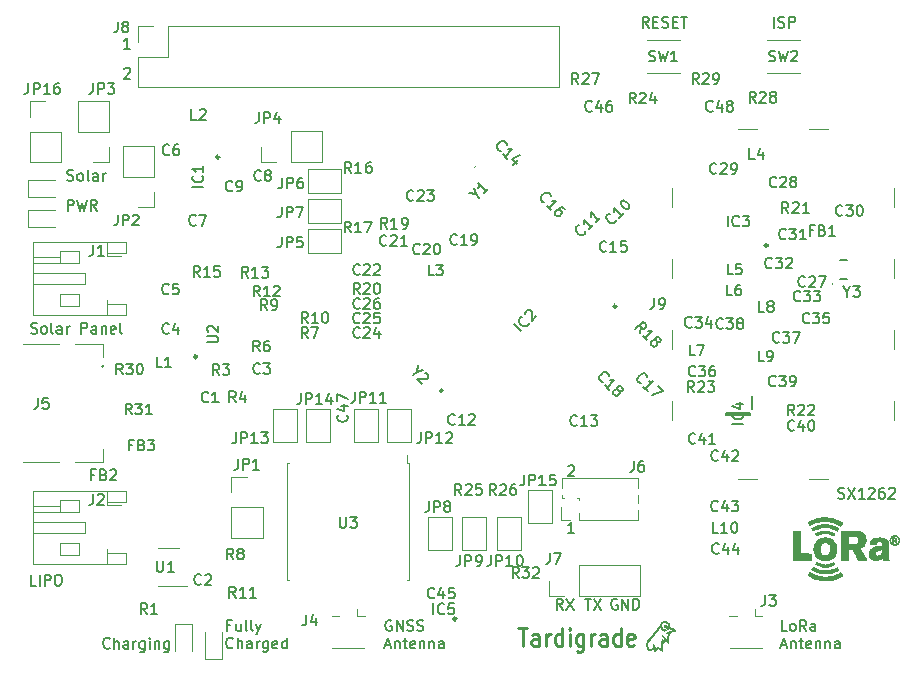
<source format=gbr>
%TF.GenerationSoftware,KiCad,Pcbnew,5.1.6-c6e7f7d~87~ubuntu19.10.1*%
%TF.CreationDate,2020-10-02T13:56:07+02:00*%
%TF.ProjectId,tardigrade,74617264-6967-4726-9164-652e6b696361,rev?*%
%TF.SameCoordinates,Original*%
%TF.FileFunction,Legend,Top*%
%TF.FilePolarity,Positive*%
%FSLAX46Y46*%
G04 Gerber Fmt 4.6, Leading zero omitted, Abs format (unit mm)*
G04 Created by KiCad (PCBNEW 5.1.6-c6e7f7d~87~ubuntu19.10.1) date 2020-10-02 13:56:07*
%MOMM*%
%LPD*%
G01*
G04 APERTURE LIST*
%ADD10C,0.150000*%
%ADD11C,0.250000*%
%ADD12C,0.010000*%
%ADD13C,0.120000*%
%ADD14C,0.200000*%
%ADD15C,0.100000*%
G04 APERTURE END LIST*
D10*
X143075557Y-77875657D02*
X143118414Y-77832800D01*
X143204128Y-77789942D01*
X143418414Y-77789942D01*
X143504128Y-77832800D01*
X143546985Y-77875657D01*
X143589842Y-77961371D01*
X143589842Y-78047085D01*
X143546985Y-78175657D01*
X143032700Y-78689942D01*
X143589842Y-78689942D01*
X143589842Y-83515942D02*
X143075557Y-83515942D01*
X143332700Y-83515942D02*
X143332700Y-82615942D01*
X143246985Y-82744514D01*
X143161271Y-82830228D01*
X143075557Y-82873085D01*
X147218985Y-89135800D02*
X147133271Y-89092942D01*
X147004700Y-89092942D01*
X146876128Y-89135800D01*
X146790414Y-89221514D01*
X146747557Y-89307228D01*
X146704700Y-89478657D01*
X146704700Y-89607228D01*
X146747557Y-89778657D01*
X146790414Y-89864371D01*
X146876128Y-89950085D01*
X147004700Y-89992942D01*
X147090414Y-89992942D01*
X147218985Y-89950085D01*
X147261842Y-89907228D01*
X147261842Y-89607228D01*
X147090414Y-89607228D01*
X147647557Y-89992942D02*
X147647557Y-89092942D01*
X148161842Y-89992942D01*
X148161842Y-89092942D01*
X148590414Y-89992942D02*
X148590414Y-89092942D01*
X148804700Y-89092942D01*
X148933271Y-89135800D01*
X149018985Y-89221514D01*
X149061842Y-89307228D01*
X149104700Y-89478657D01*
X149104700Y-89607228D01*
X149061842Y-89778657D01*
X149018985Y-89864371D01*
X148933271Y-89950085D01*
X148804700Y-89992942D01*
X148590414Y-89992942D01*
X144531914Y-89092942D02*
X145046200Y-89092942D01*
X144789057Y-89992942D02*
X144789057Y-89092942D01*
X145260485Y-89092942D02*
X145860485Y-89992942D01*
X145860485Y-89092942D02*
X145260485Y-89992942D01*
X142634771Y-89992942D02*
X142334771Y-89564371D01*
X142120485Y-89992942D02*
X142120485Y-89092942D01*
X142463342Y-89092942D01*
X142549057Y-89135800D01*
X142591914Y-89178657D01*
X142634771Y-89264371D01*
X142634771Y-89392942D01*
X142591914Y-89478657D01*
X142549057Y-89521514D01*
X142463342Y-89564371D01*
X142120485Y-89564371D01*
X142934771Y-89092942D02*
X143534771Y-89992942D01*
X143534771Y-89092942D02*
X142934771Y-89992942D01*
X105483557Y-44220657D02*
X105526414Y-44177800D01*
X105612128Y-44134942D01*
X105826414Y-44134942D01*
X105912128Y-44177800D01*
X105954985Y-44220657D01*
X105997842Y-44306371D01*
X105997842Y-44392085D01*
X105954985Y-44520657D01*
X105440700Y-45034942D01*
X105997842Y-45034942D01*
X105997842Y-42494942D02*
X105483557Y-42494942D01*
X105740700Y-42494942D02*
X105740700Y-41594942D01*
X105654985Y-41723514D01*
X105569271Y-41809228D01*
X105483557Y-41852085D01*
X165949771Y-80552085D02*
X166078342Y-80594942D01*
X166292628Y-80594942D01*
X166378342Y-80552085D01*
X166421200Y-80509228D01*
X166464057Y-80423514D01*
X166464057Y-80337800D01*
X166421200Y-80252085D01*
X166378342Y-80209228D01*
X166292628Y-80166371D01*
X166121200Y-80123514D01*
X166035485Y-80080657D01*
X165992628Y-80037800D01*
X165949771Y-79952085D01*
X165949771Y-79866371D01*
X165992628Y-79780657D01*
X166035485Y-79737800D01*
X166121200Y-79694942D01*
X166335485Y-79694942D01*
X166464057Y-79737800D01*
X166764057Y-79694942D02*
X167364057Y-80594942D01*
X167364057Y-79694942D02*
X166764057Y-80594942D01*
X168178342Y-80594942D02*
X167664057Y-80594942D01*
X167921200Y-80594942D02*
X167921200Y-79694942D01*
X167835485Y-79823514D01*
X167749771Y-79909228D01*
X167664057Y-79952085D01*
X168521200Y-79780657D02*
X168564057Y-79737800D01*
X168649771Y-79694942D01*
X168864057Y-79694942D01*
X168949771Y-79737800D01*
X168992628Y-79780657D01*
X169035485Y-79866371D01*
X169035485Y-79952085D01*
X168992628Y-80080657D01*
X168478342Y-80594942D01*
X169035485Y-80594942D01*
X169806914Y-79694942D02*
X169635485Y-79694942D01*
X169549771Y-79737800D01*
X169506914Y-79780657D01*
X169421200Y-79909228D01*
X169378342Y-80080657D01*
X169378342Y-80423514D01*
X169421200Y-80509228D01*
X169464057Y-80552085D01*
X169549771Y-80594942D01*
X169721200Y-80594942D01*
X169806914Y-80552085D01*
X169849771Y-80509228D01*
X169892628Y-80423514D01*
X169892628Y-80209228D01*
X169849771Y-80123514D01*
X169806914Y-80080657D01*
X169721200Y-80037800D01*
X169549771Y-80037800D01*
X169464057Y-80080657D01*
X169421200Y-80123514D01*
X169378342Y-80209228D01*
X170235485Y-79780657D02*
X170278342Y-79737800D01*
X170364057Y-79694942D01*
X170578342Y-79694942D01*
X170664057Y-79737800D01*
X170706914Y-79780657D01*
X170749771Y-79866371D01*
X170749771Y-79952085D01*
X170706914Y-80080657D01*
X170192628Y-80594942D01*
X170749771Y-80594942D01*
X104252700Y-93209228D02*
X104209842Y-93252085D01*
X104081271Y-93294942D01*
X103995557Y-93294942D01*
X103866985Y-93252085D01*
X103781271Y-93166371D01*
X103738414Y-93080657D01*
X103695557Y-92909228D01*
X103695557Y-92780657D01*
X103738414Y-92609228D01*
X103781271Y-92523514D01*
X103866985Y-92437800D01*
X103995557Y-92394942D01*
X104081271Y-92394942D01*
X104209842Y-92437800D01*
X104252700Y-92480657D01*
X104638414Y-93294942D02*
X104638414Y-92394942D01*
X105024128Y-93294942D02*
X105024128Y-92823514D01*
X104981271Y-92737800D01*
X104895557Y-92694942D01*
X104766985Y-92694942D01*
X104681271Y-92737800D01*
X104638414Y-92780657D01*
X105838414Y-93294942D02*
X105838414Y-92823514D01*
X105795557Y-92737800D01*
X105709842Y-92694942D01*
X105538414Y-92694942D01*
X105452700Y-92737800D01*
X105838414Y-93252085D02*
X105752700Y-93294942D01*
X105538414Y-93294942D01*
X105452700Y-93252085D01*
X105409842Y-93166371D01*
X105409842Y-93080657D01*
X105452700Y-92994942D01*
X105538414Y-92952085D01*
X105752700Y-92952085D01*
X105838414Y-92909228D01*
X106266985Y-93294942D02*
X106266985Y-92694942D01*
X106266985Y-92866371D02*
X106309842Y-92780657D01*
X106352700Y-92737800D01*
X106438414Y-92694942D01*
X106524128Y-92694942D01*
X107209842Y-92694942D02*
X107209842Y-93423514D01*
X107166985Y-93509228D01*
X107124128Y-93552085D01*
X107038414Y-93594942D01*
X106909842Y-93594942D01*
X106824128Y-93552085D01*
X107209842Y-93252085D02*
X107124128Y-93294942D01*
X106952700Y-93294942D01*
X106866985Y-93252085D01*
X106824128Y-93209228D01*
X106781271Y-93123514D01*
X106781271Y-92866371D01*
X106824128Y-92780657D01*
X106866985Y-92737800D01*
X106952700Y-92694942D01*
X107124128Y-92694942D01*
X107209842Y-92737800D01*
X107638414Y-93294942D02*
X107638414Y-92694942D01*
X107638414Y-92394942D02*
X107595557Y-92437800D01*
X107638414Y-92480657D01*
X107681271Y-92437800D01*
X107638414Y-92394942D01*
X107638414Y-92480657D01*
X108066985Y-92694942D02*
X108066985Y-93294942D01*
X108066985Y-92780657D02*
X108109842Y-92737800D01*
X108195557Y-92694942D01*
X108324128Y-92694942D01*
X108409842Y-92737800D01*
X108452700Y-92823514D01*
X108452700Y-93294942D01*
X109266985Y-92694942D02*
X109266985Y-93423514D01*
X109224128Y-93509228D01*
X109181271Y-93552085D01*
X109095557Y-93594942D01*
X108966985Y-93594942D01*
X108881271Y-93552085D01*
X109266985Y-93252085D02*
X109181271Y-93294942D01*
X109009842Y-93294942D01*
X108924128Y-93252085D01*
X108881271Y-93209228D01*
X108838414Y-93123514D01*
X108838414Y-92866371D01*
X108881271Y-92780657D01*
X108924128Y-92737800D01*
X109009842Y-92694942D01*
X109181271Y-92694942D01*
X109266985Y-92737800D01*
X114480485Y-91311514D02*
X114180485Y-91311514D01*
X114180485Y-91782942D02*
X114180485Y-90882942D01*
X114609057Y-90882942D01*
X115337628Y-91182942D02*
X115337628Y-91782942D01*
X114951914Y-91182942D02*
X114951914Y-91654371D01*
X114994771Y-91740085D01*
X115080485Y-91782942D01*
X115209057Y-91782942D01*
X115294771Y-91740085D01*
X115337628Y-91697228D01*
X115894771Y-91782942D02*
X115809057Y-91740085D01*
X115766200Y-91654371D01*
X115766200Y-90882942D01*
X116366200Y-91782942D02*
X116280485Y-91740085D01*
X116237628Y-91654371D01*
X116237628Y-90882942D01*
X116623342Y-91182942D02*
X116837628Y-91782942D01*
X117051914Y-91182942D02*
X116837628Y-91782942D01*
X116751914Y-91997228D01*
X116709057Y-92040085D01*
X116623342Y-92082942D01*
X114694771Y-93197228D02*
X114651914Y-93240085D01*
X114523342Y-93282942D01*
X114437628Y-93282942D01*
X114309057Y-93240085D01*
X114223342Y-93154371D01*
X114180485Y-93068657D01*
X114137628Y-92897228D01*
X114137628Y-92768657D01*
X114180485Y-92597228D01*
X114223342Y-92511514D01*
X114309057Y-92425800D01*
X114437628Y-92382942D01*
X114523342Y-92382942D01*
X114651914Y-92425800D01*
X114694771Y-92468657D01*
X115080485Y-93282942D02*
X115080485Y-92382942D01*
X115466200Y-93282942D02*
X115466200Y-92811514D01*
X115423342Y-92725800D01*
X115337628Y-92682942D01*
X115209057Y-92682942D01*
X115123342Y-92725800D01*
X115080485Y-92768657D01*
X116280485Y-93282942D02*
X116280485Y-92811514D01*
X116237628Y-92725800D01*
X116151914Y-92682942D01*
X115980485Y-92682942D01*
X115894771Y-92725800D01*
X116280485Y-93240085D02*
X116194771Y-93282942D01*
X115980485Y-93282942D01*
X115894771Y-93240085D01*
X115851914Y-93154371D01*
X115851914Y-93068657D01*
X115894771Y-92982942D01*
X115980485Y-92940085D01*
X116194771Y-92940085D01*
X116280485Y-92897228D01*
X116709057Y-93282942D02*
X116709057Y-92682942D01*
X116709057Y-92854371D02*
X116751914Y-92768657D01*
X116794771Y-92725800D01*
X116880485Y-92682942D01*
X116966200Y-92682942D01*
X117651914Y-92682942D02*
X117651914Y-93411514D01*
X117609057Y-93497228D01*
X117566200Y-93540085D01*
X117480485Y-93582942D01*
X117351914Y-93582942D01*
X117266200Y-93540085D01*
X117651914Y-93240085D02*
X117566200Y-93282942D01*
X117394771Y-93282942D01*
X117309057Y-93240085D01*
X117266200Y-93197228D01*
X117223342Y-93111514D01*
X117223342Y-92854371D01*
X117266200Y-92768657D01*
X117309057Y-92725800D01*
X117394771Y-92682942D01*
X117566200Y-92682942D01*
X117651914Y-92725800D01*
X118423342Y-93240085D02*
X118337628Y-93282942D01*
X118166200Y-93282942D01*
X118080485Y-93240085D01*
X118037628Y-93154371D01*
X118037628Y-92811514D01*
X118080485Y-92725800D01*
X118166200Y-92682942D01*
X118337628Y-92682942D01*
X118423342Y-92725800D01*
X118466200Y-92811514D01*
X118466200Y-92897228D01*
X118037628Y-92982942D01*
X119237628Y-93282942D02*
X119237628Y-92382942D01*
X119237628Y-93240085D02*
X119151914Y-93282942D01*
X118980485Y-93282942D01*
X118894771Y-93240085D01*
X118851914Y-93197228D01*
X118809057Y-93111514D01*
X118809057Y-92854371D01*
X118851914Y-92768657D01*
X118894771Y-92725800D01*
X118980485Y-92682942D01*
X119151914Y-92682942D01*
X119237628Y-92725800D01*
X100675628Y-53628085D02*
X100804200Y-53670942D01*
X101018485Y-53670942D01*
X101104200Y-53628085D01*
X101147057Y-53585228D01*
X101189914Y-53499514D01*
X101189914Y-53413800D01*
X101147057Y-53328085D01*
X101104200Y-53285228D01*
X101018485Y-53242371D01*
X100847057Y-53199514D01*
X100761342Y-53156657D01*
X100718485Y-53113800D01*
X100675628Y-53028085D01*
X100675628Y-52942371D01*
X100718485Y-52856657D01*
X100761342Y-52813800D01*
X100847057Y-52770942D01*
X101061342Y-52770942D01*
X101189914Y-52813800D01*
X101704200Y-53670942D02*
X101618485Y-53628085D01*
X101575628Y-53585228D01*
X101532771Y-53499514D01*
X101532771Y-53242371D01*
X101575628Y-53156657D01*
X101618485Y-53113800D01*
X101704200Y-53070942D01*
X101832771Y-53070942D01*
X101918485Y-53113800D01*
X101961342Y-53156657D01*
X102004200Y-53242371D01*
X102004200Y-53499514D01*
X101961342Y-53585228D01*
X101918485Y-53628085D01*
X101832771Y-53670942D01*
X101704200Y-53670942D01*
X102518485Y-53670942D02*
X102432771Y-53628085D01*
X102389914Y-53542371D01*
X102389914Y-52770942D01*
X103247057Y-53670942D02*
X103247057Y-53199514D01*
X103204200Y-53113800D01*
X103118485Y-53070942D01*
X102947057Y-53070942D01*
X102861342Y-53113800D01*
X103247057Y-53628085D02*
X103161342Y-53670942D01*
X102947057Y-53670942D01*
X102861342Y-53628085D01*
X102818485Y-53542371D01*
X102818485Y-53456657D01*
X102861342Y-53370942D01*
X102947057Y-53328085D01*
X103161342Y-53328085D01*
X103247057Y-53285228D01*
X103675628Y-53670942D02*
X103675628Y-53070942D01*
X103675628Y-53242371D02*
X103718485Y-53156657D01*
X103761342Y-53113800D01*
X103847057Y-53070942D01*
X103932771Y-53070942D01*
X100718485Y-56210942D02*
X100718485Y-55310942D01*
X101061342Y-55310942D01*
X101147057Y-55353800D01*
X101189914Y-55396657D01*
X101232771Y-55482371D01*
X101232771Y-55610942D01*
X101189914Y-55696657D01*
X101147057Y-55739514D01*
X101061342Y-55782371D01*
X100718485Y-55782371D01*
X101532771Y-55310942D02*
X101747057Y-56210942D01*
X101918485Y-55568085D01*
X102089914Y-56210942D01*
X102304200Y-55310942D01*
X103161342Y-56210942D02*
X102861342Y-55782371D01*
X102647057Y-56210942D02*
X102647057Y-55310942D01*
X102989914Y-55310942D01*
X103075628Y-55353800D01*
X103118485Y-55396657D01*
X103161342Y-55482371D01*
X103161342Y-55610942D01*
X103118485Y-55696657D01*
X103075628Y-55739514D01*
X102989914Y-55782371D01*
X102647057Y-55782371D01*
X97608414Y-66582085D02*
X97736985Y-66624942D01*
X97951271Y-66624942D01*
X98036985Y-66582085D01*
X98079842Y-66539228D01*
X98122700Y-66453514D01*
X98122700Y-66367800D01*
X98079842Y-66282085D01*
X98036985Y-66239228D01*
X97951271Y-66196371D01*
X97779842Y-66153514D01*
X97694128Y-66110657D01*
X97651271Y-66067800D01*
X97608414Y-65982085D01*
X97608414Y-65896371D01*
X97651271Y-65810657D01*
X97694128Y-65767800D01*
X97779842Y-65724942D01*
X97994128Y-65724942D01*
X98122700Y-65767800D01*
X98636985Y-66624942D02*
X98551271Y-66582085D01*
X98508414Y-66539228D01*
X98465557Y-66453514D01*
X98465557Y-66196371D01*
X98508414Y-66110657D01*
X98551271Y-66067800D01*
X98636985Y-66024942D01*
X98765557Y-66024942D01*
X98851271Y-66067800D01*
X98894128Y-66110657D01*
X98936985Y-66196371D01*
X98936985Y-66453514D01*
X98894128Y-66539228D01*
X98851271Y-66582085D01*
X98765557Y-66624942D01*
X98636985Y-66624942D01*
X99451271Y-66624942D02*
X99365557Y-66582085D01*
X99322700Y-66496371D01*
X99322700Y-65724942D01*
X100179842Y-66624942D02*
X100179842Y-66153514D01*
X100136985Y-66067800D01*
X100051271Y-66024942D01*
X99879842Y-66024942D01*
X99794128Y-66067800D01*
X100179842Y-66582085D02*
X100094128Y-66624942D01*
X99879842Y-66624942D01*
X99794128Y-66582085D01*
X99751271Y-66496371D01*
X99751271Y-66410657D01*
X99794128Y-66324942D01*
X99879842Y-66282085D01*
X100094128Y-66282085D01*
X100179842Y-66239228D01*
X100608414Y-66624942D02*
X100608414Y-66024942D01*
X100608414Y-66196371D02*
X100651271Y-66110657D01*
X100694128Y-66067800D01*
X100779842Y-66024942D01*
X100865557Y-66024942D01*
X101851271Y-66624942D02*
X101851271Y-65724942D01*
X102194128Y-65724942D01*
X102279842Y-65767800D01*
X102322700Y-65810657D01*
X102365557Y-65896371D01*
X102365557Y-66024942D01*
X102322700Y-66110657D01*
X102279842Y-66153514D01*
X102194128Y-66196371D01*
X101851271Y-66196371D01*
X103136985Y-66624942D02*
X103136985Y-66153514D01*
X103094128Y-66067800D01*
X103008414Y-66024942D01*
X102836985Y-66024942D01*
X102751271Y-66067800D01*
X103136985Y-66582085D02*
X103051271Y-66624942D01*
X102836985Y-66624942D01*
X102751271Y-66582085D01*
X102708414Y-66496371D01*
X102708414Y-66410657D01*
X102751271Y-66324942D01*
X102836985Y-66282085D01*
X103051271Y-66282085D01*
X103136985Y-66239228D01*
X103565557Y-66024942D02*
X103565557Y-66624942D01*
X103565557Y-66110657D02*
X103608414Y-66067800D01*
X103694128Y-66024942D01*
X103822700Y-66024942D01*
X103908414Y-66067800D01*
X103951271Y-66153514D01*
X103951271Y-66624942D01*
X104722700Y-66582085D02*
X104636985Y-66624942D01*
X104465557Y-66624942D01*
X104379842Y-66582085D01*
X104336985Y-66496371D01*
X104336985Y-66153514D01*
X104379842Y-66067800D01*
X104465557Y-66024942D01*
X104636985Y-66024942D01*
X104722700Y-66067800D01*
X104765557Y-66153514D01*
X104765557Y-66239228D01*
X104336985Y-66324942D01*
X105279842Y-66624942D02*
X105194128Y-66582085D01*
X105151271Y-66496371D01*
X105151271Y-65724942D01*
X98025557Y-87960942D02*
X97596985Y-87960942D01*
X97596985Y-87060942D01*
X98325557Y-87960942D02*
X98325557Y-87060942D01*
X98754128Y-87960942D02*
X98754128Y-87060942D01*
X99096985Y-87060942D01*
X99182700Y-87103800D01*
X99225557Y-87146657D01*
X99268414Y-87232371D01*
X99268414Y-87360942D01*
X99225557Y-87446657D01*
X99182700Y-87489514D01*
X99096985Y-87532371D01*
X98754128Y-87532371D01*
X99825557Y-87060942D02*
X99996985Y-87060942D01*
X100082700Y-87103800D01*
X100168414Y-87189514D01*
X100211271Y-87360942D01*
X100211271Y-87660942D01*
X100168414Y-87832371D01*
X100082700Y-87918085D01*
X99996985Y-87960942D01*
X99825557Y-87960942D01*
X99739842Y-87918085D01*
X99654128Y-87832371D01*
X99611271Y-87660942D01*
X99611271Y-87360942D01*
X99654128Y-87189514D01*
X99739842Y-87103800D01*
X99825557Y-87060942D01*
X160488128Y-40716942D02*
X160488128Y-39816942D01*
X160873842Y-40674085D02*
X161002414Y-40716942D01*
X161216700Y-40716942D01*
X161302414Y-40674085D01*
X161345271Y-40631228D01*
X161388128Y-40545514D01*
X161388128Y-40459800D01*
X161345271Y-40374085D01*
X161302414Y-40331228D01*
X161216700Y-40288371D01*
X161045271Y-40245514D01*
X160959557Y-40202657D01*
X160916700Y-40159800D01*
X160873842Y-40074085D01*
X160873842Y-39988371D01*
X160916700Y-39902657D01*
X160959557Y-39859800D01*
X161045271Y-39816942D01*
X161259557Y-39816942D01*
X161388128Y-39859800D01*
X161773842Y-40716942D02*
X161773842Y-39816942D01*
X162116700Y-39816942D01*
X162202414Y-39859800D01*
X162245271Y-39902657D01*
X162288128Y-39988371D01*
X162288128Y-40116942D01*
X162245271Y-40202657D01*
X162202414Y-40245514D01*
X162116700Y-40288371D01*
X161773842Y-40288371D01*
X149899557Y-40716942D02*
X149599557Y-40288371D01*
X149385271Y-40716942D02*
X149385271Y-39816942D01*
X149728128Y-39816942D01*
X149813842Y-39859800D01*
X149856700Y-39902657D01*
X149899557Y-39988371D01*
X149899557Y-40116942D01*
X149856700Y-40202657D01*
X149813842Y-40245514D01*
X149728128Y-40288371D01*
X149385271Y-40288371D01*
X150285271Y-40245514D02*
X150585271Y-40245514D01*
X150713842Y-40716942D02*
X150285271Y-40716942D01*
X150285271Y-39816942D01*
X150713842Y-39816942D01*
X151056700Y-40674085D02*
X151185271Y-40716942D01*
X151399557Y-40716942D01*
X151485271Y-40674085D01*
X151528128Y-40631228D01*
X151570985Y-40545514D01*
X151570985Y-40459800D01*
X151528128Y-40374085D01*
X151485271Y-40331228D01*
X151399557Y-40288371D01*
X151228128Y-40245514D01*
X151142414Y-40202657D01*
X151099557Y-40159800D01*
X151056700Y-40074085D01*
X151056700Y-39988371D01*
X151099557Y-39902657D01*
X151142414Y-39859800D01*
X151228128Y-39816942D01*
X151442414Y-39816942D01*
X151570985Y-39859800D01*
X151956700Y-40245514D02*
X152256700Y-40245514D01*
X152385271Y-40716942D02*
X151956700Y-40716942D01*
X151956700Y-39816942D01*
X152385271Y-39816942D01*
X152642414Y-39816942D02*
X153156700Y-39816942D01*
X152899557Y-40716942D02*
X152899557Y-39816942D01*
X161599057Y-91782942D02*
X161170485Y-91782942D01*
X161170485Y-90882942D01*
X162027628Y-91782942D02*
X161941914Y-91740085D01*
X161899057Y-91697228D01*
X161856200Y-91611514D01*
X161856200Y-91354371D01*
X161899057Y-91268657D01*
X161941914Y-91225800D01*
X162027628Y-91182942D01*
X162156200Y-91182942D01*
X162241914Y-91225800D01*
X162284771Y-91268657D01*
X162327628Y-91354371D01*
X162327628Y-91611514D01*
X162284771Y-91697228D01*
X162241914Y-91740085D01*
X162156200Y-91782942D01*
X162027628Y-91782942D01*
X163227628Y-91782942D02*
X162927628Y-91354371D01*
X162713342Y-91782942D02*
X162713342Y-90882942D01*
X163056200Y-90882942D01*
X163141914Y-90925800D01*
X163184771Y-90968657D01*
X163227628Y-91054371D01*
X163227628Y-91182942D01*
X163184771Y-91268657D01*
X163141914Y-91311514D01*
X163056200Y-91354371D01*
X162713342Y-91354371D01*
X163999057Y-91782942D02*
X163999057Y-91311514D01*
X163956200Y-91225800D01*
X163870485Y-91182942D01*
X163699057Y-91182942D01*
X163613342Y-91225800D01*
X163999057Y-91740085D02*
X163913342Y-91782942D01*
X163699057Y-91782942D01*
X163613342Y-91740085D01*
X163570485Y-91654371D01*
X163570485Y-91568657D01*
X163613342Y-91482942D01*
X163699057Y-91440085D01*
X163913342Y-91440085D01*
X163999057Y-91397228D01*
X161127628Y-93025800D02*
X161556200Y-93025800D01*
X161041914Y-93282942D02*
X161341914Y-92382942D01*
X161641914Y-93282942D01*
X161941914Y-92682942D02*
X161941914Y-93282942D01*
X161941914Y-92768657D02*
X161984771Y-92725800D01*
X162070485Y-92682942D01*
X162199057Y-92682942D01*
X162284771Y-92725800D01*
X162327628Y-92811514D01*
X162327628Y-93282942D01*
X162627628Y-92682942D02*
X162970485Y-92682942D01*
X162756200Y-92382942D02*
X162756200Y-93154371D01*
X162799057Y-93240085D01*
X162884771Y-93282942D01*
X162970485Y-93282942D01*
X163613342Y-93240085D02*
X163527628Y-93282942D01*
X163356200Y-93282942D01*
X163270485Y-93240085D01*
X163227628Y-93154371D01*
X163227628Y-92811514D01*
X163270485Y-92725800D01*
X163356200Y-92682942D01*
X163527628Y-92682942D01*
X163613342Y-92725800D01*
X163656200Y-92811514D01*
X163656200Y-92897228D01*
X163227628Y-92982942D01*
X164041914Y-92682942D02*
X164041914Y-93282942D01*
X164041914Y-92768657D02*
X164084771Y-92725800D01*
X164170485Y-92682942D01*
X164299057Y-92682942D01*
X164384771Y-92725800D01*
X164427628Y-92811514D01*
X164427628Y-93282942D01*
X164856200Y-92682942D02*
X164856200Y-93282942D01*
X164856200Y-92768657D02*
X164899057Y-92725800D01*
X164984771Y-92682942D01*
X165113342Y-92682942D01*
X165199057Y-92725800D01*
X165241914Y-92811514D01*
X165241914Y-93282942D01*
X166056200Y-93282942D02*
X166056200Y-92811514D01*
X166013342Y-92725800D01*
X165927628Y-92682942D01*
X165756200Y-92682942D01*
X165670485Y-92725800D01*
X166056200Y-93240085D02*
X165970485Y-93282942D01*
X165756200Y-93282942D01*
X165670485Y-93240085D01*
X165627628Y-93154371D01*
X165627628Y-93068657D01*
X165670485Y-92982942D01*
X165756200Y-92940085D01*
X165970485Y-92940085D01*
X166056200Y-92897228D01*
X128113914Y-90925800D02*
X128028200Y-90882942D01*
X127899628Y-90882942D01*
X127771057Y-90925800D01*
X127685342Y-91011514D01*
X127642485Y-91097228D01*
X127599628Y-91268657D01*
X127599628Y-91397228D01*
X127642485Y-91568657D01*
X127685342Y-91654371D01*
X127771057Y-91740085D01*
X127899628Y-91782942D01*
X127985342Y-91782942D01*
X128113914Y-91740085D01*
X128156771Y-91697228D01*
X128156771Y-91397228D01*
X127985342Y-91397228D01*
X128542485Y-91782942D02*
X128542485Y-90882942D01*
X129056771Y-91782942D01*
X129056771Y-90882942D01*
X129442485Y-91740085D02*
X129571057Y-91782942D01*
X129785342Y-91782942D01*
X129871057Y-91740085D01*
X129913914Y-91697228D01*
X129956771Y-91611514D01*
X129956771Y-91525800D01*
X129913914Y-91440085D01*
X129871057Y-91397228D01*
X129785342Y-91354371D01*
X129613914Y-91311514D01*
X129528200Y-91268657D01*
X129485342Y-91225800D01*
X129442485Y-91140085D01*
X129442485Y-91054371D01*
X129485342Y-90968657D01*
X129528200Y-90925800D01*
X129613914Y-90882942D01*
X129828200Y-90882942D01*
X129956771Y-90925800D01*
X130299628Y-91740085D02*
X130428200Y-91782942D01*
X130642485Y-91782942D01*
X130728200Y-91740085D01*
X130771057Y-91697228D01*
X130813914Y-91611514D01*
X130813914Y-91525800D01*
X130771057Y-91440085D01*
X130728200Y-91397228D01*
X130642485Y-91354371D01*
X130471057Y-91311514D01*
X130385342Y-91268657D01*
X130342485Y-91225800D01*
X130299628Y-91140085D01*
X130299628Y-91054371D01*
X130342485Y-90968657D01*
X130385342Y-90925800D01*
X130471057Y-90882942D01*
X130685342Y-90882942D01*
X130813914Y-90925800D01*
X127599628Y-93025800D02*
X128028200Y-93025800D01*
X127513914Y-93282942D02*
X127813914Y-92382942D01*
X128113914Y-93282942D01*
X128413914Y-92682942D02*
X128413914Y-93282942D01*
X128413914Y-92768657D02*
X128456771Y-92725800D01*
X128542485Y-92682942D01*
X128671057Y-92682942D01*
X128756771Y-92725800D01*
X128799628Y-92811514D01*
X128799628Y-93282942D01*
X129099628Y-92682942D02*
X129442485Y-92682942D01*
X129228200Y-92382942D02*
X129228200Y-93154371D01*
X129271057Y-93240085D01*
X129356771Y-93282942D01*
X129442485Y-93282942D01*
X130085342Y-93240085D02*
X129999628Y-93282942D01*
X129828200Y-93282942D01*
X129742485Y-93240085D01*
X129699628Y-93154371D01*
X129699628Y-92811514D01*
X129742485Y-92725800D01*
X129828200Y-92682942D01*
X129999628Y-92682942D01*
X130085342Y-92725800D01*
X130128200Y-92811514D01*
X130128200Y-92897228D01*
X129699628Y-92982942D01*
X130513914Y-92682942D02*
X130513914Y-93282942D01*
X130513914Y-92768657D02*
X130556771Y-92725800D01*
X130642485Y-92682942D01*
X130771057Y-92682942D01*
X130856771Y-92725800D01*
X130899628Y-92811514D01*
X130899628Y-93282942D01*
X131328200Y-92682942D02*
X131328200Y-93282942D01*
X131328200Y-92768657D02*
X131371057Y-92725800D01*
X131456771Y-92682942D01*
X131585342Y-92682942D01*
X131671057Y-92725800D01*
X131713914Y-92811514D01*
X131713914Y-93282942D01*
X132528200Y-93282942D02*
X132528200Y-92811514D01*
X132485342Y-92725800D01*
X132399628Y-92682942D01*
X132228200Y-92682942D01*
X132142485Y-92725800D01*
X132528200Y-93240085D02*
X132442485Y-93282942D01*
X132228200Y-93282942D01*
X132142485Y-93240085D01*
X132099628Y-93154371D01*
X132099628Y-93068657D01*
X132142485Y-92982942D01*
X132228200Y-92940085D01*
X132442485Y-92940085D01*
X132528200Y-92897228D01*
D11*
X138857366Y-91558371D02*
X139600223Y-91558371D01*
X139228795Y-93058371D02*
X139228795Y-91558371D01*
X140590700Y-93058371D02*
X140590700Y-92272657D01*
X140528795Y-92129800D01*
X140404985Y-92058371D01*
X140157366Y-92058371D01*
X140033557Y-92129800D01*
X140590700Y-92986942D02*
X140466890Y-93058371D01*
X140157366Y-93058371D01*
X140033557Y-92986942D01*
X139971652Y-92844085D01*
X139971652Y-92701228D01*
X140033557Y-92558371D01*
X140157366Y-92486942D01*
X140466890Y-92486942D01*
X140590700Y-92415514D01*
X141209747Y-93058371D02*
X141209747Y-92058371D01*
X141209747Y-92344085D02*
X141271652Y-92201228D01*
X141333557Y-92129800D01*
X141457366Y-92058371D01*
X141581176Y-92058371D01*
X142571652Y-93058371D02*
X142571652Y-91558371D01*
X142571652Y-92986942D02*
X142447842Y-93058371D01*
X142200223Y-93058371D01*
X142076414Y-92986942D01*
X142014509Y-92915514D01*
X141952604Y-92772657D01*
X141952604Y-92344085D01*
X142014509Y-92201228D01*
X142076414Y-92129800D01*
X142200223Y-92058371D01*
X142447842Y-92058371D01*
X142571652Y-92129800D01*
X143190700Y-93058371D02*
X143190700Y-92058371D01*
X143190700Y-91558371D02*
X143128795Y-91629800D01*
X143190700Y-91701228D01*
X143252604Y-91629800D01*
X143190700Y-91558371D01*
X143190700Y-91701228D01*
X144366890Y-92058371D02*
X144366890Y-93272657D01*
X144304985Y-93415514D01*
X144243080Y-93486942D01*
X144119271Y-93558371D01*
X143933557Y-93558371D01*
X143809747Y-93486942D01*
X144366890Y-92986942D02*
X144243080Y-93058371D01*
X143995461Y-93058371D01*
X143871652Y-92986942D01*
X143809747Y-92915514D01*
X143747842Y-92772657D01*
X143747842Y-92344085D01*
X143809747Y-92201228D01*
X143871652Y-92129800D01*
X143995461Y-92058371D01*
X144243080Y-92058371D01*
X144366890Y-92129800D01*
X144985938Y-93058371D02*
X144985938Y-92058371D01*
X144985938Y-92344085D02*
X145047842Y-92201228D01*
X145109747Y-92129800D01*
X145233557Y-92058371D01*
X145357366Y-92058371D01*
X146347842Y-93058371D02*
X146347842Y-92272657D01*
X146285938Y-92129800D01*
X146162128Y-92058371D01*
X145914509Y-92058371D01*
X145790700Y-92129800D01*
X146347842Y-92986942D02*
X146224033Y-93058371D01*
X145914509Y-93058371D01*
X145790700Y-92986942D01*
X145728795Y-92844085D01*
X145728795Y-92701228D01*
X145790700Y-92558371D01*
X145914509Y-92486942D01*
X146224033Y-92486942D01*
X146347842Y-92415514D01*
X147524033Y-93058371D02*
X147524033Y-91558371D01*
X147524033Y-92986942D02*
X147400223Y-93058371D01*
X147152604Y-93058371D01*
X147028795Y-92986942D01*
X146966890Y-92915514D01*
X146904985Y-92772657D01*
X146904985Y-92344085D01*
X146966890Y-92201228D01*
X147028795Y-92129800D01*
X147152604Y-92058371D01*
X147400223Y-92058371D01*
X147524033Y-92129800D01*
X148638319Y-92986942D02*
X148514509Y-93058371D01*
X148266890Y-93058371D01*
X148143080Y-92986942D01*
X148081176Y-92844085D01*
X148081176Y-92272657D01*
X148143080Y-92129800D01*
X148266890Y-92058371D01*
X148514509Y-92058371D01*
X148638319Y-92129800D01*
X148700223Y-92272657D01*
X148700223Y-92415514D01*
X148081176Y-92558371D01*
D12*
%TO.C,G\u002A\u002A\u002A*%
G36*
X170658610Y-83890684D02*
G01*
X170718900Y-83892677D01*
X170759998Y-83895254D01*
X170786898Y-83899535D01*
X170804592Y-83906642D01*
X170818074Y-83917693D01*
X170827943Y-83928685D01*
X170853482Y-83974197D01*
X170857085Y-84021713D01*
X170840113Y-84066726D01*
X170803929Y-84104729D01*
X170768809Y-84124367D01*
X170745036Y-84135422D01*
X170741586Y-84143037D01*
X170756267Y-84152612D01*
X170757151Y-84153086D01*
X170772429Y-84167375D01*
X170795492Y-84195528D01*
X170822074Y-84231466D01*
X170847905Y-84269112D01*
X170868717Y-84302386D01*
X170880242Y-84325211D01*
X170881298Y-84329880D01*
X170870707Y-84334193D01*
X170844914Y-84336180D01*
X170841989Y-84336196D01*
X170818980Y-84333957D01*
X170801889Y-84323903D01*
X170785087Y-84300966D01*
X170767773Y-84269364D01*
X170725949Y-84203681D01*
X170681476Y-84161839D01*
X170634085Y-84143607D01*
X170620323Y-84142701D01*
X170578917Y-84142701D01*
X170578917Y-84239463D01*
X170578595Y-84287452D01*
X170576600Y-84316188D01*
X170571390Y-84330604D01*
X170561423Y-84335637D01*
X170548679Y-84336224D01*
X170518441Y-84336224D01*
X170518441Y-84082224D01*
X170577710Y-84082224D01*
X170659004Y-84082224D01*
X170712030Y-84079849D01*
X170746221Y-84072085D01*
X170762417Y-84062207D01*
X170778923Y-84035498D01*
X170784536Y-84007161D01*
X170780157Y-83981536D01*
X170762713Y-83964401D01*
X170741112Y-83953989D01*
X170700453Y-83943247D01*
X170653257Y-83939121D01*
X170641326Y-83939487D01*
X170584965Y-83943129D01*
X170581338Y-84012677D01*
X170577710Y-84082224D01*
X170518441Y-84082224D01*
X170518441Y-83886619D01*
X170658610Y-83890684D01*
G37*
X170658610Y-83890684D02*
X170718900Y-83892677D01*
X170759998Y-83895254D01*
X170786898Y-83899535D01*
X170804592Y-83906642D01*
X170818074Y-83917693D01*
X170827943Y-83928685D01*
X170853482Y-83974197D01*
X170857085Y-84021713D01*
X170840113Y-84066726D01*
X170803929Y-84104729D01*
X170768809Y-84124367D01*
X170745036Y-84135422D01*
X170741586Y-84143037D01*
X170756267Y-84152612D01*
X170757151Y-84153086D01*
X170772429Y-84167375D01*
X170795492Y-84195528D01*
X170822074Y-84231466D01*
X170847905Y-84269112D01*
X170868717Y-84302386D01*
X170880242Y-84325211D01*
X170881298Y-84329880D01*
X170870707Y-84334193D01*
X170844914Y-84336180D01*
X170841989Y-84336196D01*
X170818980Y-84333957D01*
X170801889Y-84323903D01*
X170785087Y-84300966D01*
X170767773Y-84269364D01*
X170725949Y-84203681D01*
X170681476Y-84161839D01*
X170634085Y-84143607D01*
X170620323Y-84142701D01*
X170578917Y-84142701D01*
X170578917Y-84239463D01*
X170578595Y-84287452D01*
X170576600Y-84316188D01*
X170571390Y-84330604D01*
X170561423Y-84335637D01*
X170548679Y-84336224D01*
X170518441Y-84336224D01*
X170518441Y-84082224D01*
X170577710Y-84082224D01*
X170659004Y-84082224D01*
X170712030Y-84079849D01*
X170746221Y-84072085D01*
X170762417Y-84062207D01*
X170778923Y-84035498D01*
X170784536Y-84007161D01*
X170780157Y-83981536D01*
X170762713Y-83964401D01*
X170741112Y-83953989D01*
X170700453Y-83943247D01*
X170653257Y-83939121D01*
X170641326Y-83939487D01*
X170584965Y-83943129D01*
X170581338Y-84012677D01*
X170577710Y-84082224D01*
X170518441Y-84082224D01*
X170518441Y-83886619D01*
X170658610Y-83890684D01*
G36*
X164879177Y-82186496D02*
G01*
X165128599Y-82204865D01*
X165372745Y-82245425D01*
X165609626Y-82307616D01*
X165837255Y-82390878D01*
X166053642Y-82494651D01*
X166132321Y-82539236D01*
X166194008Y-82575273D01*
X166237186Y-82601647D01*
X166263170Y-82622558D01*
X166273275Y-82642206D01*
X166268816Y-82664793D01*
X166251107Y-82694518D01*
X166221464Y-82735584D01*
X166202137Y-82762298D01*
X166168735Y-82808744D01*
X166140808Y-82846937D01*
X166121103Y-82873169D01*
X166112365Y-82883728D01*
X166112203Y-82883780D01*
X166101467Y-82877484D01*
X166075300Y-82861742D01*
X166038926Y-82839699D01*
X166031108Y-82834946D01*
X165853196Y-82736065D01*
X165672223Y-82654819D01*
X165482957Y-82589281D01*
X165280166Y-82537523D01*
X165160251Y-82514105D01*
X165063106Y-82501337D01*
X164949022Y-82493492D01*
X164824729Y-82490517D01*
X164696962Y-82492360D01*
X164572453Y-82498967D01*
X164457934Y-82510287D01*
X164392203Y-82520119D01*
X164212937Y-82560034D01*
X164027249Y-82617079D01*
X163842560Y-82688545D01*
X163666295Y-82771727D01*
X163592718Y-82811682D01*
X163506851Y-82860430D01*
X163426408Y-82746948D01*
X163394501Y-82700923D01*
X163368583Y-82661606D01*
X163351481Y-82633419D01*
X163345965Y-82621176D01*
X163356654Y-82605452D01*
X163386616Y-82582282D01*
X163432693Y-82553275D01*
X163491726Y-82520042D01*
X163560557Y-82484191D01*
X163636028Y-82447335D01*
X163714981Y-82411082D01*
X163794257Y-82377042D01*
X163870698Y-82346827D01*
X163916665Y-82330242D01*
X164125011Y-82266834D01*
X164330318Y-82222136D01*
X164538699Y-82195236D01*
X164756268Y-82185221D01*
X164879177Y-82186496D01*
G37*
X164879177Y-82186496D02*
X165128599Y-82204865D01*
X165372745Y-82245425D01*
X165609626Y-82307616D01*
X165837255Y-82390878D01*
X166053642Y-82494651D01*
X166132321Y-82539236D01*
X166194008Y-82575273D01*
X166237186Y-82601647D01*
X166263170Y-82622558D01*
X166273275Y-82642206D01*
X166268816Y-82664793D01*
X166251107Y-82694518D01*
X166221464Y-82735584D01*
X166202137Y-82762298D01*
X166168735Y-82808744D01*
X166140808Y-82846937D01*
X166121103Y-82873169D01*
X166112365Y-82883728D01*
X166112203Y-82883780D01*
X166101467Y-82877484D01*
X166075300Y-82861742D01*
X166038926Y-82839699D01*
X166031108Y-82834946D01*
X165853196Y-82736065D01*
X165672223Y-82654819D01*
X165482957Y-82589281D01*
X165280166Y-82537523D01*
X165160251Y-82514105D01*
X165063106Y-82501337D01*
X164949022Y-82493492D01*
X164824729Y-82490517D01*
X164696962Y-82492360D01*
X164572453Y-82498967D01*
X164457934Y-82510287D01*
X164392203Y-82520119D01*
X164212937Y-82560034D01*
X164027249Y-82617079D01*
X163842560Y-82688545D01*
X163666295Y-82771727D01*
X163592718Y-82811682D01*
X163506851Y-82860430D01*
X163426408Y-82746948D01*
X163394501Y-82700923D01*
X163368583Y-82661606D01*
X163351481Y-82633419D01*
X163345965Y-82621176D01*
X163356654Y-82605452D01*
X163386616Y-82582282D01*
X163432693Y-82553275D01*
X163491726Y-82520042D01*
X163560557Y-82484191D01*
X163636028Y-82447335D01*
X163714981Y-82411082D01*
X163794257Y-82377042D01*
X163870698Y-82346827D01*
X163916665Y-82330242D01*
X164125011Y-82266834D01*
X164330318Y-82222136D01*
X164538699Y-82195236D01*
X164756268Y-82185221D01*
X164879177Y-82186496D01*
G36*
X164969436Y-82775346D02*
G01*
X165141045Y-82795772D01*
X165305902Y-82827969D01*
X165448870Y-82868538D01*
X165504117Y-82888866D01*
X165567631Y-82915036D01*
X165635834Y-82945258D01*
X165705146Y-82977742D01*
X165771986Y-83010699D01*
X165832776Y-83042340D01*
X165883935Y-83070875D01*
X165921885Y-83094515D01*
X165943045Y-83111470D01*
X165946230Y-83117161D01*
X165939894Y-83130350D01*
X165923162Y-83157132D01*
X165899787Y-83192131D01*
X165873521Y-83229967D01*
X165848118Y-83265262D01*
X165827329Y-83292637D01*
X165814908Y-83306715D01*
X165813394Y-83307542D01*
X165800878Y-83301876D01*
X165772510Y-83286848D01*
X165733386Y-83265195D01*
X165713522Y-83253956D01*
X165523266Y-83159008D01*
X165327229Y-83086989D01*
X165126997Y-83037952D01*
X164924159Y-83011947D01*
X164720301Y-83009028D01*
X164517011Y-83029245D01*
X164315876Y-83072650D01*
X164118484Y-83139295D01*
X163987570Y-83197735D01*
X163930070Y-83226022D01*
X163880294Y-83250442D01*
X163842263Y-83269025D01*
X163820000Y-83279806D01*
X163816117Y-83281622D01*
X163805257Y-83274302D01*
X163784373Y-83251206D01*
X163756892Y-83216664D01*
X163726242Y-83175005D01*
X163695849Y-83130560D01*
X163692555Y-83125512D01*
X163672160Y-83094086D01*
X163741896Y-83051295D01*
X163812642Y-83011777D01*
X163899072Y-82969538D01*
X163993467Y-82927991D01*
X164088110Y-82890545D01*
X164168441Y-82862754D01*
X164277402Y-82831045D01*
X164381224Y-82807153D01*
X164489021Y-82789343D01*
X164609907Y-82775880D01*
X164637344Y-82773482D01*
X164798921Y-82767610D01*
X164969436Y-82775346D01*
G37*
X164969436Y-82775346D02*
X165141045Y-82795772D01*
X165305902Y-82827969D01*
X165448870Y-82868538D01*
X165504117Y-82888866D01*
X165567631Y-82915036D01*
X165635834Y-82945258D01*
X165705146Y-82977742D01*
X165771986Y-83010699D01*
X165832776Y-83042340D01*
X165883935Y-83070875D01*
X165921885Y-83094515D01*
X165943045Y-83111470D01*
X165946230Y-83117161D01*
X165939894Y-83130350D01*
X165923162Y-83157132D01*
X165899787Y-83192131D01*
X165873521Y-83229967D01*
X165848118Y-83265262D01*
X165827329Y-83292637D01*
X165814908Y-83306715D01*
X165813394Y-83307542D01*
X165800878Y-83301876D01*
X165772510Y-83286848D01*
X165733386Y-83265195D01*
X165713522Y-83253956D01*
X165523266Y-83159008D01*
X165327229Y-83086989D01*
X165126997Y-83037952D01*
X164924159Y-83011947D01*
X164720301Y-83009028D01*
X164517011Y-83029245D01*
X164315876Y-83072650D01*
X164118484Y-83139295D01*
X163987570Y-83197735D01*
X163930070Y-83226022D01*
X163880294Y-83250442D01*
X163842263Y-83269025D01*
X163820000Y-83279806D01*
X163816117Y-83281622D01*
X163805257Y-83274302D01*
X163784373Y-83251206D01*
X163756892Y-83216664D01*
X163726242Y-83175005D01*
X163695849Y-83130560D01*
X163692555Y-83125512D01*
X163672160Y-83094086D01*
X163741896Y-83051295D01*
X163812642Y-83011777D01*
X163899072Y-82969538D01*
X163993467Y-82927991D01*
X164088110Y-82890545D01*
X164168441Y-82862754D01*
X164277402Y-82831045D01*
X164381224Y-82807153D01*
X164489021Y-82789343D01*
X164609907Y-82775880D01*
X164637344Y-82773482D01*
X164798921Y-82767610D01*
X164969436Y-82775346D01*
G36*
X165053739Y-83358328D02*
G01*
X165235886Y-83401227D01*
X165411716Y-83466271D01*
X165481692Y-83499462D01*
X165540984Y-83529595D01*
X165581123Y-83551734D01*
X165604277Y-83569303D01*
X165612619Y-83585730D01*
X165608319Y-83604442D01*
X165593546Y-83628864D01*
X165577965Y-83651441D01*
X165551724Y-83685588D01*
X165528004Y-83709667D01*
X165512026Y-83718439D01*
X165491704Y-83711920D01*
X165459273Y-83696062D01*
X165432394Y-83680662D01*
X165366057Y-83645721D01*
X165283854Y-83610780D01*
X165193917Y-83578861D01*
X165104382Y-83552984D01*
X165062719Y-83543342D01*
X164989202Y-83532207D01*
X164899896Y-83525144D01*
X164802875Y-83522257D01*
X164706214Y-83523651D01*
X164617988Y-83529432D01*
X164561536Y-83536826D01*
X164482676Y-83554474D01*
X164392800Y-83581039D01*
X164301757Y-83613192D01*
X164219394Y-83647606D01*
X164186584Y-83663562D01*
X164148910Y-83682995D01*
X164120252Y-83697727D01*
X164106935Y-83704505D01*
X164097780Y-83696968D01*
X164079445Y-83675211D01*
X164056247Y-83645086D01*
X164032505Y-83612445D01*
X164012538Y-83583142D01*
X164000664Y-83563028D01*
X163999108Y-83558383D01*
X164009521Y-83549761D01*
X164037688Y-83534049D01*
X164078995Y-83513380D01*
X164128833Y-83489885D01*
X164182589Y-83465696D01*
X164235652Y-83442943D01*
X164283411Y-83423759D01*
X164315386Y-83412185D01*
X164496097Y-83364503D01*
X164681174Y-83339766D01*
X164867944Y-83337775D01*
X165053739Y-83358328D01*
G37*
X165053739Y-83358328D02*
X165235886Y-83401227D01*
X165411716Y-83466271D01*
X165481692Y-83499462D01*
X165540984Y-83529595D01*
X165581123Y-83551734D01*
X165604277Y-83569303D01*
X165612619Y-83585730D01*
X165608319Y-83604442D01*
X165593546Y-83628864D01*
X165577965Y-83651441D01*
X165551724Y-83685588D01*
X165528004Y-83709667D01*
X165512026Y-83718439D01*
X165491704Y-83711920D01*
X165459273Y-83696062D01*
X165432394Y-83680662D01*
X165366057Y-83645721D01*
X165283854Y-83610780D01*
X165193917Y-83578861D01*
X165104382Y-83552984D01*
X165062719Y-83543342D01*
X164989202Y-83532207D01*
X164899896Y-83525144D01*
X164802875Y-83522257D01*
X164706214Y-83523651D01*
X164617988Y-83529432D01*
X164561536Y-83536826D01*
X164482676Y-83554474D01*
X164392800Y-83581039D01*
X164301757Y-83613192D01*
X164219394Y-83647606D01*
X164186584Y-83663562D01*
X164148910Y-83682995D01*
X164120252Y-83697727D01*
X164106935Y-83704505D01*
X164097780Y-83696968D01*
X164079445Y-83675211D01*
X164056247Y-83645086D01*
X164032505Y-83612445D01*
X164012538Y-83583142D01*
X164000664Y-83563028D01*
X163999108Y-83558383D01*
X164009521Y-83549761D01*
X164037688Y-83534049D01*
X164078995Y-83513380D01*
X164128833Y-83489885D01*
X164182589Y-83465696D01*
X164235652Y-83442943D01*
X164283411Y-83423759D01*
X164315386Y-83412185D01*
X164496097Y-83364503D01*
X164681174Y-83339766D01*
X164867944Y-83337775D01*
X165053739Y-83358328D01*
G36*
X170772023Y-83692055D02*
G01*
X170849280Y-83711672D01*
X170862192Y-83717094D01*
X170949202Y-83768173D01*
X171018392Y-83835135D01*
X171062904Y-83902806D01*
X171084458Y-83946534D01*
X171097577Y-83984705D01*
X171104816Y-84027340D01*
X171108624Y-84082224D01*
X171109884Y-84141316D01*
X171106368Y-84186248D01*
X171096862Y-84226786D01*
X171087224Y-84254541D01*
X171043638Y-84338080D01*
X170982802Y-84408615D01*
X170908498Y-84464190D01*
X170824511Y-84502846D01*
X170734623Y-84522625D01*
X170642618Y-84521571D01*
X170591411Y-84511103D01*
X170499492Y-84474060D01*
X170422445Y-84420403D01*
X170361136Y-84353240D01*
X170316436Y-84275682D01*
X170289210Y-84190841D01*
X170281505Y-84113607D01*
X170344940Y-84113607D01*
X170355134Y-84192384D01*
X170384080Y-84268544D01*
X170432957Y-84338970D01*
X170465590Y-84371371D01*
X170528503Y-84416683D01*
X170596433Y-84443877D01*
X170676301Y-84455450D01*
X170700962Y-84456222D01*
X170752797Y-84454447D01*
X170795257Y-84445636D01*
X170841301Y-84426744D01*
X170855002Y-84420034D01*
X170932446Y-84368851D01*
X170991215Y-84303104D01*
X171030027Y-84225040D01*
X171047602Y-84136904D01*
X171047572Y-84082224D01*
X171030205Y-83990949D01*
X170993108Y-83910911D01*
X170938771Y-83844486D01*
X170869687Y-83794048D01*
X170788345Y-83761975D01*
X170699870Y-83750654D01*
X170611725Y-83760495D01*
X170534101Y-83789533D01*
X170468172Y-83834652D01*
X170415115Y-83892735D01*
X170376107Y-83960666D01*
X170352323Y-84035329D01*
X170344940Y-84113607D01*
X170281505Y-84113607D01*
X170280329Y-84101825D01*
X170290660Y-84011746D01*
X170321071Y-83923713D01*
X170372431Y-83840837D01*
X170396436Y-83812625D01*
X170444102Y-83770718D01*
X170502483Y-83733520D01*
X170521496Y-83724029D01*
X170599783Y-83698404D01*
X170686074Y-83687689D01*
X170772023Y-83692055D01*
G37*
X170772023Y-83692055D02*
X170849280Y-83711672D01*
X170862192Y-83717094D01*
X170949202Y-83768173D01*
X171018392Y-83835135D01*
X171062904Y-83902806D01*
X171084458Y-83946534D01*
X171097577Y-83984705D01*
X171104816Y-84027340D01*
X171108624Y-84082224D01*
X171109884Y-84141316D01*
X171106368Y-84186248D01*
X171096862Y-84226786D01*
X171087224Y-84254541D01*
X171043638Y-84338080D01*
X170982802Y-84408615D01*
X170908498Y-84464190D01*
X170824511Y-84502846D01*
X170734623Y-84522625D01*
X170642618Y-84521571D01*
X170591411Y-84511103D01*
X170499492Y-84474060D01*
X170422445Y-84420403D01*
X170361136Y-84353240D01*
X170316436Y-84275682D01*
X170289210Y-84190841D01*
X170281505Y-84113607D01*
X170344940Y-84113607D01*
X170355134Y-84192384D01*
X170384080Y-84268544D01*
X170432957Y-84338970D01*
X170465590Y-84371371D01*
X170528503Y-84416683D01*
X170596433Y-84443877D01*
X170676301Y-84455450D01*
X170700962Y-84456222D01*
X170752797Y-84454447D01*
X170795257Y-84445636D01*
X170841301Y-84426744D01*
X170855002Y-84420034D01*
X170932446Y-84368851D01*
X170991215Y-84303104D01*
X171030027Y-84225040D01*
X171047602Y-84136904D01*
X171047572Y-84082224D01*
X171030205Y-83990949D01*
X170993108Y-83910911D01*
X170938771Y-83844486D01*
X170869687Y-83794048D01*
X170788345Y-83761975D01*
X170699870Y-83750654D01*
X170611725Y-83760495D01*
X170534101Y-83789533D01*
X170468172Y-83834652D01*
X170415115Y-83892735D01*
X170376107Y-83960666D01*
X170352323Y-84035329D01*
X170344940Y-84113607D01*
X170281505Y-84113607D01*
X170280329Y-84101825D01*
X170290660Y-84011746D01*
X170321071Y-83923713D01*
X170372431Y-83840837D01*
X170396436Y-83812625D01*
X170444102Y-83770718D01*
X170502483Y-83733520D01*
X170521496Y-83724029D01*
X170599783Y-83698404D01*
X170686074Y-83687689D01*
X170772023Y-83692055D01*
G36*
X166747751Y-83308321D02*
G01*
X166923619Y-83308638D01*
X167077345Y-83309599D01*
X167210974Y-83311397D01*
X167326550Y-83314228D01*
X167426117Y-83318286D01*
X167511720Y-83323766D01*
X167585403Y-83330862D01*
X167649210Y-83339767D01*
X167705187Y-83350678D01*
X167755376Y-83363789D01*
X167801824Y-83379293D01*
X167846574Y-83397385D01*
X167888807Y-83416873D01*
X167952066Y-83451010D01*
X168004002Y-83488665D01*
X168055634Y-83537992D01*
X168063026Y-83545824D01*
X168129551Y-83627870D01*
X168180329Y-83716509D01*
X168216793Y-83815610D01*
X168240373Y-83929046D01*
X168252370Y-84058034D01*
X168251906Y-84183935D01*
X168236042Y-84294144D01*
X168203293Y-84392754D01*
X168152175Y-84483862D01*
X168081202Y-84571561D01*
X168057123Y-84596512D01*
X168005338Y-84645164D01*
X167957520Y-84681301D01*
X167903488Y-84712035D01*
X167866672Y-84729559D01*
X167821345Y-84750831D01*
X167785711Y-84768755D01*
X167764571Y-84780853D01*
X167760838Y-84784256D01*
X167766408Y-84796913D01*
X167781483Y-84825635D01*
X167803456Y-84865547D01*
X167819024Y-84893113D01*
X167840042Y-84930060D01*
X167870879Y-84984355D01*
X167909436Y-85052297D01*
X167953612Y-85130183D01*
X168001307Y-85214312D01*
X168050422Y-85300982D01*
X168062322Y-85321986D01*
X168109550Y-85405170D01*
X168154224Y-85483504D01*
X168194605Y-85553969D01*
X168228956Y-85613542D01*
X168255538Y-85659203D01*
X168272613Y-85687932D01*
X168276168Y-85693656D01*
X168293818Y-85723851D01*
X168304013Y-85746327D01*
X168305013Y-85751108D01*
X168292990Y-85755245D01*
X168257183Y-85758558D01*
X168197984Y-85761033D01*
X168115788Y-85762653D01*
X168010985Y-85763407D01*
X167968348Y-85763463D01*
X167631682Y-85763463D01*
X167455402Y-85439915D01*
X167407542Y-85352097D01*
X167360043Y-85264987D01*
X167315082Y-85182575D01*
X167274836Y-85108849D01*
X167241484Y-85047800D01*
X167217201Y-85003418D01*
X167214519Y-84998524D01*
X167149917Y-84880682D01*
X166953370Y-84880596D01*
X166756822Y-84880510D01*
X166756822Y-85763463D01*
X166152060Y-85763463D01*
X166152060Y-83767748D01*
X166756822Y-83767748D01*
X166756822Y-84092304D01*
X166757148Y-84178655D01*
X166758065Y-84257038D01*
X166759487Y-84324209D01*
X166761324Y-84376922D01*
X166763489Y-84411934D01*
X166765894Y-84426000D01*
X166779934Y-84428252D01*
X166814929Y-84429967D01*
X166867645Y-84431102D01*
X166934851Y-84431613D01*
X167013315Y-84431456D01*
X167099806Y-84430587D01*
X167101536Y-84430563D01*
X167204233Y-84428880D01*
X167285592Y-84426914D01*
X167348467Y-84424482D01*
X167395710Y-84421399D01*
X167430174Y-84417484D01*
X167454713Y-84412553D01*
X167471321Y-84406809D01*
X167539609Y-84366429D01*
X167589973Y-84313000D01*
X167623317Y-84244843D01*
X167640544Y-84160277D01*
X167643452Y-84086585D01*
X167635158Y-83992308D01*
X167612526Y-83916531D01*
X167574609Y-83857606D01*
X167520459Y-83813886D01*
X167474043Y-83792062D01*
X167452599Y-83784711D01*
X167430123Y-83779000D01*
X167403337Y-83774724D01*
X167368962Y-83771680D01*
X167323721Y-83769664D01*
X167264335Y-83768473D01*
X167187528Y-83767902D01*
X167090020Y-83767749D01*
X167082940Y-83767748D01*
X166756822Y-83767748D01*
X166152060Y-83767748D01*
X166152060Y-83308129D01*
X166747751Y-83308321D01*
G37*
X166747751Y-83308321D02*
X166923619Y-83308638D01*
X167077345Y-83309599D01*
X167210974Y-83311397D01*
X167326550Y-83314228D01*
X167426117Y-83318286D01*
X167511720Y-83323766D01*
X167585403Y-83330862D01*
X167649210Y-83339767D01*
X167705187Y-83350678D01*
X167755376Y-83363789D01*
X167801824Y-83379293D01*
X167846574Y-83397385D01*
X167888807Y-83416873D01*
X167952066Y-83451010D01*
X168004002Y-83488665D01*
X168055634Y-83537992D01*
X168063026Y-83545824D01*
X168129551Y-83627870D01*
X168180329Y-83716509D01*
X168216793Y-83815610D01*
X168240373Y-83929046D01*
X168252370Y-84058034D01*
X168251906Y-84183935D01*
X168236042Y-84294144D01*
X168203293Y-84392754D01*
X168152175Y-84483862D01*
X168081202Y-84571561D01*
X168057123Y-84596512D01*
X168005338Y-84645164D01*
X167957520Y-84681301D01*
X167903488Y-84712035D01*
X167866672Y-84729559D01*
X167821345Y-84750831D01*
X167785711Y-84768755D01*
X167764571Y-84780853D01*
X167760838Y-84784256D01*
X167766408Y-84796913D01*
X167781483Y-84825635D01*
X167803456Y-84865547D01*
X167819024Y-84893113D01*
X167840042Y-84930060D01*
X167870879Y-84984355D01*
X167909436Y-85052297D01*
X167953612Y-85130183D01*
X168001307Y-85214312D01*
X168050422Y-85300982D01*
X168062322Y-85321986D01*
X168109550Y-85405170D01*
X168154224Y-85483504D01*
X168194605Y-85553969D01*
X168228956Y-85613542D01*
X168255538Y-85659203D01*
X168272613Y-85687932D01*
X168276168Y-85693656D01*
X168293818Y-85723851D01*
X168304013Y-85746327D01*
X168305013Y-85751108D01*
X168292990Y-85755245D01*
X168257183Y-85758558D01*
X168197984Y-85761033D01*
X168115788Y-85762653D01*
X168010985Y-85763407D01*
X167968348Y-85763463D01*
X167631682Y-85763463D01*
X167455402Y-85439915D01*
X167407542Y-85352097D01*
X167360043Y-85264987D01*
X167315082Y-85182575D01*
X167274836Y-85108849D01*
X167241484Y-85047800D01*
X167217201Y-85003418D01*
X167214519Y-84998524D01*
X167149917Y-84880682D01*
X166953370Y-84880596D01*
X166756822Y-84880510D01*
X166756822Y-85763463D01*
X166152060Y-85763463D01*
X166152060Y-83767748D01*
X166756822Y-83767748D01*
X166756822Y-84092304D01*
X166757148Y-84178655D01*
X166758065Y-84257038D01*
X166759487Y-84324209D01*
X166761324Y-84376922D01*
X166763489Y-84411934D01*
X166765894Y-84426000D01*
X166779934Y-84428252D01*
X166814929Y-84429967D01*
X166867645Y-84431102D01*
X166934851Y-84431613D01*
X167013315Y-84431456D01*
X167099806Y-84430587D01*
X167101536Y-84430563D01*
X167204233Y-84428880D01*
X167285592Y-84426914D01*
X167348467Y-84424482D01*
X167395710Y-84421399D01*
X167430174Y-84417484D01*
X167454713Y-84412553D01*
X167471321Y-84406809D01*
X167539609Y-84366429D01*
X167589973Y-84313000D01*
X167623317Y-84244843D01*
X167640544Y-84160277D01*
X167643452Y-84086585D01*
X167635158Y-83992308D01*
X167612526Y-83916531D01*
X167574609Y-83857606D01*
X167520459Y-83813886D01*
X167474043Y-83792062D01*
X167452599Y-83784711D01*
X167430123Y-83779000D01*
X167403337Y-83774724D01*
X167368962Y-83771680D01*
X167323721Y-83769664D01*
X167264335Y-83768473D01*
X167187528Y-83767902D01*
X167090020Y-83767749D01*
X167082940Y-83767748D01*
X166756822Y-83767748D01*
X166152060Y-83767748D01*
X166152060Y-83308129D01*
X166747751Y-83308321D01*
G36*
X162683678Y-84272513D02*
G01*
X162686775Y-85237320D01*
X163164536Y-85243367D01*
X163642298Y-85249415D01*
X163645563Y-85506439D01*
X163648827Y-85763463D01*
X162868064Y-85763463D01*
X162704729Y-85763370D01*
X162564131Y-85763073D01*
X162444814Y-85762544D01*
X162345325Y-85761756D01*
X162264211Y-85760679D01*
X162200017Y-85759286D01*
X162151289Y-85757550D01*
X162116573Y-85755442D01*
X162094416Y-85752934D01*
X162083363Y-85749999D01*
X162081539Y-85748344D01*
X162080765Y-85734373D01*
X162080082Y-85697858D01*
X162079494Y-85640446D01*
X162079005Y-85563782D01*
X162078619Y-85469514D01*
X162078339Y-85359288D01*
X162078168Y-85234750D01*
X162078110Y-85097546D01*
X162078169Y-84949323D01*
X162078348Y-84791728D01*
X162078651Y-84626406D01*
X162078895Y-84523701D01*
X162082013Y-83314177D01*
X162381297Y-83310942D01*
X162680582Y-83307707D01*
X162683678Y-84272513D01*
G37*
X162683678Y-84272513D02*
X162686775Y-85237320D01*
X163164536Y-85243367D01*
X163642298Y-85249415D01*
X163645563Y-85506439D01*
X163648827Y-85763463D01*
X162868064Y-85763463D01*
X162704729Y-85763370D01*
X162564131Y-85763073D01*
X162444814Y-85762544D01*
X162345325Y-85761756D01*
X162264211Y-85760679D01*
X162200017Y-85759286D01*
X162151289Y-85757550D01*
X162116573Y-85755442D01*
X162094416Y-85752934D01*
X162083363Y-85749999D01*
X162081539Y-85748344D01*
X162080765Y-85734373D01*
X162080082Y-85697858D01*
X162079494Y-85640446D01*
X162079005Y-85563782D01*
X162078619Y-85469514D01*
X162078339Y-85359288D01*
X162078168Y-85234750D01*
X162078110Y-85097546D01*
X162078169Y-84949323D01*
X162078348Y-84791728D01*
X162078651Y-84626406D01*
X162078895Y-84523701D01*
X162082013Y-83314177D01*
X162381297Y-83310942D01*
X162680582Y-83307707D01*
X162683678Y-84272513D01*
G36*
X169537202Y-83894420D02*
G01*
X169635682Y-83905091D01*
X169726985Y-83922935D01*
X169816581Y-83948560D01*
X169822965Y-83950672D01*
X169918198Y-83989398D01*
X169994195Y-84036573D01*
X170055261Y-84095078D01*
X170073637Y-84118402D01*
X170088897Y-84139436D01*
X170101922Y-84159172D01*
X170112913Y-84179647D01*
X170122071Y-84202898D01*
X170129597Y-84230964D01*
X170135695Y-84265882D01*
X170140565Y-84309691D01*
X170144408Y-84364428D01*
X170147428Y-84432130D01*
X170149824Y-84514836D01*
X170151800Y-84614584D01*
X170153556Y-84733411D01*
X170155295Y-84873355D01*
X170156234Y-84953082D01*
X170157999Y-85085856D01*
X170160054Y-85210275D01*
X170162341Y-85324196D01*
X170164798Y-85425479D01*
X170167367Y-85511984D01*
X170169989Y-85581569D01*
X170172602Y-85632094D01*
X170175148Y-85661418D01*
X170176125Y-85666701D01*
X170186895Y-85703666D01*
X170196505Y-85735121D01*
X170196865Y-85736248D01*
X170205595Y-85763463D01*
X169964356Y-85763463D01*
X169877342Y-85763101D01*
X169811746Y-85761900D01*
X169764806Y-85759681D01*
X169733760Y-85756266D01*
X169715844Y-85751479D01*
X169709542Y-85747106D01*
X169701103Y-85726869D01*
X169693056Y-85691057D01*
X169688196Y-85656391D01*
X169683261Y-85617643D01*
X169678146Y-85590745D01*
X169674428Y-85582034D01*
X169663026Y-85589573D01*
X169639672Y-85609093D01*
X169616634Y-85629780D01*
X169532932Y-85692202D01*
X169432670Y-85742706D01*
X169321067Y-85779902D01*
X169203343Y-85802401D01*
X169084716Y-85808815D01*
X168979484Y-85799351D01*
X168879874Y-85774348D01*
X168785734Y-85735158D01*
X168702660Y-85684758D01*
X168636247Y-85626123D01*
X168621806Y-85609150D01*
X168572483Y-85537049D01*
X168539442Y-85463170D01*
X168520202Y-85380353D01*
X168512716Y-85294368D01*
X168511243Y-85230784D01*
X168512751Y-85194459D01*
X169026342Y-85194459D01*
X169028805Y-85256162D01*
X169048031Y-85314387D01*
X169083171Y-85363376D01*
X169120584Y-85391206D01*
X169174824Y-85409846D01*
X169242824Y-85417624D01*
X169316793Y-85414668D01*
X169388941Y-85401107D01*
X169432616Y-85386052D01*
X169503513Y-85342859D01*
X169560968Y-85280380D01*
X169604245Y-85199915D01*
X169632612Y-85102760D01*
X169644227Y-85011640D01*
X169647791Y-84950254D01*
X169647503Y-84909751D01*
X169641086Y-84886880D01*
X169626264Y-84878384D01*
X169600759Y-84881009D01*
X169562294Y-84891502D01*
X169560531Y-84892017D01*
X169516166Y-84904975D01*
X169457441Y-84922132D01*
X169393215Y-84940900D01*
X169351251Y-84953166D01*
X169259407Y-84982106D01*
X169187939Y-85009715D01*
X169133227Y-85037703D01*
X169091648Y-85067782D01*
X169075115Y-85083651D01*
X169041495Y-85135035D01*
X169026342Y-85194459D01*
X168512751Y-85194459D01*
X168513248Y-85182499D01*
X168519676Y-85140755D01*
X168531471Y-85096793D01*
X168535369Y-85084429D01*
X168566535Y-85009934D01*
X168609883Y-84936696D01*
X168660107Y-84872653D01*
X168705051Y-84830749D01*
X168787205Y-84777517D01*
X168886940Y-84729828D01*
X169005557Y-84687271D01*
X169144358Y-84649430D01*
X169304645Y-84615894D01*
X169464440Y-84589623D01*
X169524698Y-84580396D01*
X169576412Y-84571802D01*
X169614818Y-84564683D01*
X169635154Y-84559881D01*
X169636797Y-84559178D01*
X169642078Y-84544644D01*
X169645923Y-84512576D01*
X169647570Y-84469619D01*
X169647584Y-84465073D01*
X169640446Y-84381766D01*
X169618200Y-84316961D01*
X169579601Y-84269335D01*
X169523400Y-84237565D01*
X169448352Y-84220327D01*
X169414136Y-84217282D01*
X169321992Y-84219729D01*
X169246883Y-84239091D01*
X169188224Y-84275711D01*
X169145428Y-84329929D01*
X169121688Y-84388016D01*
X169101582Y-84457177D01*
X168591986Y-84457177D01*
X168598287Y-84378684D01*
X168617926Y-84279527D01*
X168658800Y-84185186D01*
X168717958Y-84099901D01*
X168792450Y-84027915D01*
X168879328Y-83973469D01*
X168880419Y-83972946D01*
X168940282Y-83946565D01*
X168997763Y-83926730D01*
X169058328Y-83912380D01*
X169127443Y-83902456D01*
X169210572Y-83895897D01*
X169296822Y-83892159D01*
X169426072Y-83890312D01*
X169537202Y-83894420D01*
G37*
X169537202Y-83894420D02*
X169635682Y-83905091D01*
X169726985Y-83922935D01*
X169816581Y-83948560D01*
X169822965Y-83950672D01*
X169918198Y-83989398D01*
X169994195Y-84036573D01*
X170055261Y-84095078D01*
X170073637Y-84118402D01*
X170088897Y-84139436D01*
X170101922Y-84159172D01*
X170112913Y-84179647D01*
X170122071Y-84202898D01*
X170129597Y-84230964D01*
X170135695Y-84265882D01*
X170140565Y-84309691D01*
X170144408Y-84364428D01*
X170147428Y-84432130D01*
X170149824Y-84514836D01*
X170151800Y-84614584D01*
X170153556Y-84733411D01*
X170155295Y-84873355D01*
X170156234Y-84953082D01*
X170157999Y-85085856D01*
X170160054Y-85210275D01*
X170162341Y-85324196D01*
X170164798Y-85425479D01*
X170167367Y-85511984D01*
X170169989Y-85581569D01*
X170172602Y-85632094D01*
X170175148Y-85661418D01*
X170176125Y-85666701D01*
X170186895Y-85703666D01*
X170196505Y-85735121D01*
X170196865Y-85736248D01*
X170205595Y-85763463D01*
X169964356Y-85763463D01*
X169877342Y-85763101D01*
X169811746Y-85761900D01*
X169764806Y-85759681D01*
X169733760Y-85756266D01*
X169715844Y-85751479D01*
X169709542Y-85747106D01*
X169701103Y-85726869D01*
X169693056Y-85691057D01*
X169688196Y-85656391D01*
X169683261Y-85617643D01*
X169678146Y-85590745D01*
X169674428Y-85582034D01*
X169663026Y-85589573D01*
X169639672Y-85609093D01*
X169616634Y-85629780D01*
X169532932Y-85692202D01*
X169432670Y-85742706D01*
X169321067Y-85779902D01*
X169203343Y-85802401D01*
X169084716Y-85808815D01*
X168979484Y-85799351D01*
X168879874Y-85774348D01*
X168785734Y-85735158D01*
X168702660Y-85684758D01*
X168636247Y-85626123D01*
X168621806Y-85609150D01*
X168572483Y-85537049D01*
X168539442Y-85463170D01*
X168520202Y-85380353D01*
X168512716Y-85294368D01*
X168511243Y-85230784D01*
X168512751Y-85194459D01*
X169026342Y-85194459D01*
X169028805Y-85256162D01*
X169048031Y-85314387D01*
X169083171Y-85363376D01*
X169120584Y-85391206D01*
X169174824Y-85409846D01*
X169242824Y-85417624D01*
X169316793Y-85414668D01*
X169388941Y-85401107D01*
X169432616Y-85386052D01*
X169503513Y-85342859D01*
X169560968Y-85280380D01*
X169604245Y-85199915D01*
X169632612Y-85102760D01*
X169644227Y-85011640D01*
X169647791Y-84950254D01*
X169647503Y-84909751D01*
X169641086Y-84886880D01*
X169626264Y-84878384D01*
X169600759Y-84881009D01*
X169562294Y-84891502D01*
X169560531Y-84892017D01*
X169516166Y-84904975D01*
X169457441Y-84922132D01*
X169393215Y-84940900D01*
X169351251Y-84953166D01*
X169259407Y-84982106D01*
X169187939Y-85009715D01*
X169133227Y-85037703D01*
X169091648Y-85067782D01*
X169075115Y-85083651D01*
X169041495Y-85135035D01*
X169026342Y-85194459D01*
X168512751Y-85194459D01*
X168513248Y-85182499D01*
X168519676Y-85140755D01*
X168531471Y-85096793D01*
X168535369Y-85084429D01*
X168566535Y-85009934D01*
X168609883Y-84936696D01*
X168660107Y-84872653D01*
X168705051Y-84830749D01*
X168787205Y-84777517D01*
X168886940Y-84729828D01*
X169005557Y-84687271D01*
X169144358Y-84649430D01*
X169304645Y-84615894D01*
X169464440Y-84589623D01*
X169524698Y-84580396D01*
X169576412Y-84571802D01*
X169614818Y-84564683D01*
X169635154Y-84559881D01*
X169636797Y-84559178D01*
X169642078Y-84544644D01*
X169645923Y-84512576D01*
X169647570Y-84469619D01*
X169647584Y-84465073D01*
X169640446Y-84381766D01*
X169618200Y-84316961D01*
X169579601Y-84269335D01*
X169523400Y-84237565D01*
X169448352Y-84220327D01*
X169414136Y-84217282D01*
X169321992Y-84219729D01*
X169246883Y-84239091D01*
X169188224Y-84275711D01*
X169145428Y-84329929D01*
X169121688Y-84388016D01*
X169101582Y-84457177D01*
X168591986Y-84457177D01*
X168598287Y-84378684D01*
X168617926Y-84279527D01*
X168658800Y-84185186D01*
X168717958Y-84099901D01*
X168792450Y-84027915D01*
X168879328Y-83973469D01*
X168880419Y-83972946D01*
X168940282Y-83946565D01*
X168997763Y-83926730D01*
X169058328Y-83912380D01*
X169127443Y-83902456D01*
X169210572Y-83895897D01*
X169296822Y-83892159D01*
X169426072Y-83890312D01*
X169537202Y-83894420D01*
G36*
X164978732Y-83897728D02*
G01*
X165120040Y-83923054D01*
X165247969Y-83966092D01*
X165364979Y-84027788D01*
X165473530Y-84109087D01*
X165529156Y-84161131D01*
X165606143Y-84247264D01*
X165665698Y-84335775D01*
X165711783Y-84433683D01*
X165748363Y-84548004D01*
X165748990Y-84550373D01*
X165762281Y-84604622D01*
X165771328Y-84653333D01*
X165776929Y-84703835D01*
X165779883Y-84763456D01*
X165780988Y-84839524D01*
X165781011Y-84844224D01*
X165780800Y-84918620D01*
X165778909Y-84975852D01*
X165774586Y-85022933D01*
X165767079Y-85066872D01*
X165755637Y-85114678D01*
X165749624Y-85137061D01*
X165699657Y-85281052D01*
X165633254Y-85407418D01*
X165549979Y-85516678D01*
X165449394Y-85609352D01*
X165331063Y-85685960D01*
X165258103Y-85721501D01*
X165151345Y-85759170D01*
X165029832Y-85786582D01*
X164901163Y-85802738D01*
X164772934Y-85806636D01*
X164667825Y-85799299D01*
X164550679Y-85780475D01*
X164450825Y-85754817D01*
X164361903Y-85720576D01*
X164334832Y-85707576D01*
X164206593Y-85631305D01*
X164097938Y-85541318D01*
X164008740Y-85437378D01*
X163938870Y-85319242D01*
X163888202Y-85186672D01*
X163856608Y-85039427D01*
X163843961Y-84877268D01*
X163844537Y-84821415D01*
X164374069Y-84821415D01*
X164378650Y-84932446D01*
X164396574Y-85039614D01*
X164427420Y-85138423D01*
X164470767Y-85224373D01*
X164516851Y-85283674D01*
X164577627Y-85336222D01*
X164644131Y-85371554D01*
X164721084Y-85391323D01*
X164813206Y-85397180D01*
X164839727Y-85396645D01*
X164899549Y-85393230D01*
X164943669Y-85386619D01*
X164980530Y-85375067D01*
X165009634Y-85361525D01*
X165086337Y-85311159D01*
X165147369Y-85246414D01*
X165193329Y-85166004D01*
X165224811Y-85068646D01*
X165242411Y-84953055D01*
X165246883Y-84850272D01*
X165243132Y-84734855D01*
X165229678Y-84638123D01*
X165205246Y-84556087D01*
X165168565Y-84484761D01*
X165118361Y-84420155D01*
X165105226Y-84406294D01*
X165042931Y-84354238D01*
X164973057Y-84319680D01*
X164891019Y-84300916D01*
X164808860Y-84296112D01*
X164751283Y-84297405D01*
X164708059Y-84302678D01*
X164669445Y-84313751D01*
X164633479Y-84328849D01*
X164557562Y-84371915D01*
X164499015Y-84425887D01*
X164451580Y-84496773D01*
X164444581Y-84510130D01*
X164406614Y-84605759D01*
X164383250Y-84711020D01*
X164374069Y-84821415D01*
X163844537Y-84821415D01*
X163844918Y-84784630D01*
X163848528Y-84710273D01*
X163853632Y-84652471D01*
X163861410Y-84603589D01*
X163873045Y-84555995D01*
X163887705Y-84508217D01*
X163944413Y-84369022D01*
X164018191Y-84246765D01*
X164108487Y-84141812D01*
X164214748Y-84054529D01*
X164336421Y-83985283D01*
X164472952Y-83934440D01*
X164623789Y-83902368D01*
X164788379Y-83889432D01*
X164821584Y-83889169D01*
X164978732Y-83897728D01*
G37*
X164978732Y-83897728D02*
X165120040Y-83923054D01*
X165247969Y-83966092D01*
X165364979Y-84027788D01*
X165473530Y-84109087D01*
X165529156Y-84161131D01*
X165606143Y-84247264D01*
X165665698Y-84335775D01*
X165711783Y-84433683D01*
X165748363Y-84548004D01*
X165748990Y-84550373D01*
X165762281Y-84604622D01*
X165771328Y-84653333D01*
X165776929Y-84703835D01*
X165779883Y-84763456D01*
X165780988Y-84839524D01*
X165781011Y-84844224D01*
X165780800Y-84918620D01*
X165778909Y-84975852D01*
X165774586Y-85022933D01*
X165767079Y-85066872D01*
X165755637Y-85114678D01*
X165749624Y-85137061D01*
X165699657Y-85281052D01*
X165633254Y-85407418D01*
X165549979Y-85516678D01*
X165449394Y-85609352D01*
X165331063Y-85685960D01*
X165258103Y-85721501D01*
X165151345Y-85759170D01*
X165029832Y-85786582D01*
X164901163Y-85802738D01*
X164772934Y-85806636D01*
X164667825Y-85799299D01*
X164550679Y-85780475D01*
X164450825Y-85754817D01*
X164361903Y-85720576D01*
X164334832Y-85707576D01*
X164206593Y-85631305D01*
X164097938Y-85541318D01*
X164008740Y-85437378D01*
X163938870Y-85319242D01*
X163888202Y-85186672D01*
X163856608Y-85039427D01*
X163843961Y-84877268D01*
X163844537Y-84821415D01*
X164374069Y-84821415D01*
X164378650Y-84932446D01*
X164396574Y-85039614D01*
X164427420Y-85138423D01*
X164470767Y-85224373D01*
X164516851Y-85283674D01*
X164577627Y-85336222D01*
X164644131Y-85371554D01*
X164721084Y-85391323D01*
X164813206Y-85397180D01*
X164839727Y-85396645D01*
X164899549Y-85393230D01*
X164943669Y-85386619D01*
X164980530Y-85375067D01*
X165009634Y-85361525D01*
X165086337Y-85311159D01*
X165147369Y-85246414D01*
X165193329Y-85166004D01*
X165224811Y-85068646D01*
X165242411Y-84953055D01*
X165246883Y-84850272D01*
X165243132Y-84734855D01*
X165229678Y-84638123D01*
X165205246Y-84556087D01*
X165168565Y-84484761D01*
X165118361Y-84420155D01*
X165105226Y-84406294D01*
X165042931Y-84354238D01*
X164973057Y-84319680D01*
X164891019Y-84300916D01*
X164808860Y-84296112D01*
X164751283Y-84297405D01*
X164708059Y-84302678D01*
X164669445Y-84313751D01*
X164633479Y-84328849D01*
X164557562Y-84371915D01*
X164499015Y-84425887D01*
X164451580Y-84496773D01*
X164444581Y-84510130D01*
X164406614Y-84605759D01*
X164383250Y-84711020D01*
X164374069Y-84821415D01*
X163844537Y-84821415D01*
X163844918Y-84784630D01*
X163848528Y-84710273D01*
X163853632Y-84652471D01*
X163861410Y-84603589D01*
X163873045Y-84555995D01*
X163887705Y-84508217D01*
X163944413Y-84369022D01*
X164018191Y-84246765D01*
X164108487Y-84141812D01*
X164214748Y-84054529D01*
X164336421Y-83985283D01*
X164472952Y-83934440D01*
X164623789Y-83902368D01*
X164788379Y-83889432D01*
X164821584Y-83889169D01*
X164978732Y-83897728D01*
G36*
X164113695Y-85974857D02*
G01*
X164137574Y-85988609D01*
X164152212Y-85998007D01*
X164183386Y-86015708D01*
X164229830Y-86038564D01*
X164284223Y-86063080D01*
X164319488Y-86077890D01*
X164489364Y-86134365D01*
X164663470Y-86168026D01*
X164839357Y-86178965D01*
X165014575Y-86167276D01*
X165186673Y-86133053D01*
X165353202Y-86076390D01*
X165442772Y-86035063D01*
X165482616Y-86015423D01*
X165513089Y-86001535D01*
X165528779Y-85995836D01*
X165529729Y-85995941D01*
X165542106Y-86011832D01*
X165561285Y-86039610D01*
X165582937Y-86072579D01*
X165602729Y-86104044D01*
X165616333Y-86127306D01*
X165619870Y-86135331D01*
X165609341Y-86147259D01*
X165580566Y-86165983D01*
X165537764Y-86189324D01*
X165485151Y-86215105D01*
X165426947Y-86241147D01*
X165371034Y-86263867D01*
X165255458Y-86301335D01*
X165127693Y-86330786D01*
X164994988Y-86351247D01*
X164864589Y-86361744D01*
X164743745Y-86361301D01*
X164684605Y-86356121D01*
X164516289Y-86328164D01*
X164364832Y-86287886D01*
X164288052Y-86260470D01*
X164223693Y-86233748D01*
X164161452Y-86205188D01*
X164105230Y-86176879D01*
X164058928Y-86150911D01*
X164026446Y-86129371D01*
X164011686Y-86114349D01*
X164011203Y-86112229D01*
X164017824Y-86096268D01*
X164035063Y-86067599D01*
X164055811Y-86037226D01*
X164079342Y-86004438D01*
X164096481Y-85980494D01*
X164103083Y-85971199D01*
X164113695Y-85974857D01*
G37*
X164113695Y-85974857D02*
X164137574Y-85988609D01*
X164152212Y-85998007D01*
X164183386Y-86015708D01*
X164229830Y-86038564D01*
X164284223Y-86063080D01*
X164319488Y-86077890D01*
X164489364Y-86134365D01*
X164663470Y-86168026D01*
X164839357Y-86178965D01*
X165014575Y-86167276D01*
X165186673Y-86133053D01*
X165353202Y-86076390D01*
X165442772Y-86035063D01*
X165482616Y-86015423D01*
X165513089Y-86001535D01*
X165528779Y-85995836D01*
X165529729Y-85995941D01*
X165542106Y-86011832D01*
X165561285Y-86039610D01*
X165582937Y-86072579D01*
X165602729Y-86104044D01*
X165616333Y-86127306D01*
X165619870Y-86135331D01*
X165609341Y-86147259D01*
X165580566Y-86165983D01*
X165537764Y-86189324D01*
X165485151Y-86215105D01*
X165426947Y-86241147D01*
X165371034Y-86263867D01*
X165255458Y-86301335D01*
X165127693Y-86330786D01*
X164994988Y-86351247D01*
X164864589Y-86361744D01*
X164743745Y-86361301D01*
X164684605Y-86356121D01*
X164516289Y-86328164D01*
X164364832Y-86287886D01*
X164288052Y-86260470D01*
X164223693Y-86233748D01*
X164161452Y-86205188D01*
X164105230Y-86176879D01*
X164058928Y-86150911D01*
X164026446Y-86129371D01*
X164011686Y-86114349D01*
X164011203Y-86112229D01*
X164017824Y-86096268D01*
X164035063Y-86067599D01*
X164055811Y-86037226D01*
X164079342Y-86004438D01*
X164096481Y-85980494D01*
X164103083Y-85971199D01*
X164113695Y-85974857D01*
G36*
X163823411Y-86399199D02*
G01*
X163852509Y-86411985D01*
X163888041Y-86431794D01*
X164004600Y-86494748D01*
X164137027Y-86552807D01*
X164277073Y-86602988D01*
X164416492Y-86642310D01*
X164536458Y-86666232D01*
X164628885Y-86676702D01*
X164734804Y-86682822D01*
X164846456Y-86684591D01*
X164956083Y-86682008D01*
X165055925Y-86675071D01*
X165123965Y-86666315D01*
X165266958Y-86636214D01*
X165411436Y-86594221D01*
X165550487Y-86542803D01*
X165677201Y-86484429D01*
X165754017Y-86441268D01*
X165812146Y-86405501D01*
X165846440Y-86450363D01*
X165874996Y-86489072D01*
X165905901Y-86532903D01*
X165916020Y-86547766D01*
X165951307Y-86600308D01*
X165921660Y-86623239D01*
X165877161Y-86652612D01*
X165814800Y-86686863D01*
X165739810Y-86723677D01*
X165657427Y-86760741D01*
X165572883Y-86795739D01*
X165491412Y-86826356D01*
X165418249Y-86850278D01*
X165391491Y-86857711D01*
X165230837Y-86893071D01*
X165065288Y-86917896D01*
X164900828Y-86931738D01*
X164743443Y-86934149D01*
X164599121Y-86924683D01*
X164561536Y-86919794D01*
X164368324Y-86882966D01*
X164179843Y-86830410D01*
X164000886Y-86763826D01*
X163836247Y-86684919D01*
X163738723Y-86627534D01*
X163671889Y-86584781D01*
X163734465Y-86494262D01*
X163763354Y-86453433D01*
X163787889Y-86420514D01*
X163804339Y-86400436D01*
X163808174Y-86396862D01*
X163823411Y-86399199D01*
G37*
X163823411Y-86399199D02*
X163852509Y-86411985D01*
X163888041Y-86431794D01*
X164004600Y-86494748D01*
X164137027Y-86552807D01*
X164277073Y-86602988D01*
X164416492Y-86642310D01*
X164536458Y-86666232D01*
X164628885Y-86676702D01*
X164734804Y-86682822D01*
X164846456Y-86684591D01*
X164956083Y-86682008D01*
X165055925Y-86675071D01*
X165123965Y-86666315D01*
X165266958Y-86636214D01*
X165411436Y-86594221D01*
X165550487Y-86542803D01*
X165677201Y-86484429D01*
X165754017Y-86441268D01*
X165812146Y-86405501D01*
X165846440Y-86450363D01*
X165874996Y-86489072D01*
X165905901Y-86532903D01*
X165916020Y-86547766D01*
X165951307Y-86600308D01*
X165921660Y-86623239D01*
X165877161Y-86652612D01*
X165814800Y-86686863D01*
X165739810Y-86723677D01*
X165657427Y-86760741D01*
X165572883Y-86795739D01*
X165491412Y-86826356D01*
X165418249Y-86850278D01*
X165391491Y-86857711D01*
X165230837Y-86893071D01*
X165065288Y-86917896D01*
X164900828Y-86931738D01*
X164743443Y-86934149D01*
X164599121Y-86924683D01*
X164561536Y-86919794D01*
X164368324Y-86882966D01*
X164179843Y-86830410D01*
X164000886Y-86763826D01*
X163836247Y-86684919D01*
X163738723Y-86627534D01*
X163671889Y-86584781D01*
X163734465Y-86494262D01*
X163763354Y-86453433D01*
X163787889Y-86420514D01*
X163804339Y-86400436D01*
X163808174Y-86396862D01*
X163823411Y-86399199D01*
G36*
X163532093Y-86833921D02*
G01*
X163563736Y-86849192D01*
X163598383Y-86868721D01*
X163811124Y-86982733D01*
X164030454Y-87073925D01*
X164254941Y-87142301D01*
X164483154Y-87187862D01*
X164713661Y-87210612D01*
X164945029Y-87210551D01*
X165175826Y-87187684D01*
X165404622Y-87142012D01*
X165629983Y-87073538D01*
X165850477Y-86982265D01*
X166064674Y-86868194D01*
X166070934Y-86864452D01*
X166099378Y-86848803D01*
X166117794Y-86841318D01*
X166120851Y-86841463D01*
X166133383Y-86857718D01*
X166154768Y-86887586D01*
X166181722Y-86926246D01*
X166210960Y-86968878D01*
X166239199Y-87010660D01*
X166263153Y-87046771D01*
X166279540Y-87072390D01*
X166285108Y-87082574D01*
X166275053Y-87092039D01*
X166247536Y-87110419D01*
X166206528Y-87135410D01*
X166155998Y-87164711D01*
X166099919Y-87196021D01*
X166042260Y-87227036D01*
X165986992Y-87255454D01*
X165986459Y-87255721D01*
X165853496Y-87315387D01*
X165703953Y-87370845D01*
X165545368Y-87419759D01*
X165385278Y-87459792D01*
X165238870Y-87487439D01*
X165173723Y-87495232D01*
X165090465Y-87501747D01*
X164995150Y-87506823D01*
X164893833Y-87510300D01*
X164792567Y-87512018D01*
X164697405Y-87511816D01*
X164614403Y-87509535D01*
X164554865Y-87505548D01*
X164379556Y-87480984D01*
X164196033Y-87441700D01*
X164011991Y-87389894D01*
X163835124Y-87327765D01*
X163673125Y-87257510D01*
X163654394Y-87248310D01*
X163600154Y-87220261D01*
X163542375Y-87188674D01*
X163485343Y-87156096D01*
X163433347Y-87125074D01*
X163390674Y-87098156D01*
X163361612Y-87077889D01*
X163350959Y-87068043D01*
X163354076Y-87053222D01*
X163368761Y-87024252D01*
X163391680Y-86986044D01*
X163419502Y-86943507D01*
X163448895Y-86901550D01*
X163476528Y-86865084D01*
X163499068Y-86839017D01*
X163513184Y-86828261D01*
X163513716Y-86828208D01*
X163532093Y-86833921D01*
G37*
X163532093Y-86833921D02*
X163563736Y-86849192D01*
X163598383Y-86868721D01*
X163811124Y-86982733D01*
X164030454Y-87073925D01*
X164254941Y-87142301D01*
X164483154Y-87187862D01*
X164713661Y-87210612D01*
X164945029Y-87210551D01*
X165175826Y-87187684D01*
X165404622Y-87142012D01*
X165629983Y-87073538D01*
X165850477Y-86982265D01*
X166064674Y-86868194D01*
X166070934Y-86864452D01*
X166099378Y-86848803D01*
X166117794Y-86841318D01*
X166120851Y-86841463D01*
X166133383Y-86857718D01*
X166154768Y-86887586D01*
X166181722Y-86926246D01*
X166210960Y-86968878D01*
X166239199Y-87010660D01*
X166263153Y-87046771D01*
X166279540Y-87072390D01*
X166285108Y-87082574D01*
X166275053Y-87092039D01*
X166247536Y-87110419D01*
X166206528Y-87135410D01*
X166155998Y-87164711D01*
X166099919Y-87196021D01*
X166042260Y-87227036D01*
X165986992Y-87255454D01*
X165986459Y-87255721D01*
X165853496Y-87315387D01*
X165703953Y-87370845D01*
X165545368Y-87419759D01*
X165385278Y-87459792D01*
X165238870Y-87487439D01*
X165173723Y-87495232D01*
X165090465Y-87501747D01*
X164995150Y-87506823D01*
X164893833Y-87510300D01*
X164792567Y-87512018D01*
X164697405Y-87511816D01*
X164614403Y-87509535D01*
X164554865Y-87505548D01*
X164379556Y-87480984D01*
X164196033Y-87441700D01*
X164011991Y-87389894D01*
X163835124Y-87327765D01*
X163673125Y-87257510D01*
X163654394Y-87248310D01*
X163600154Y-87220261D01*
X163542375Y-87188674D01*
X163485343Y-87156096D01*
X163433347Y-87125074D01*
X163390674Y-87098156D01*
X163361612Y-87077889D01*
X163350959Y-87068043D01*
X163354076Y-87053222D01*
X163368761Y-87024252D01*
X163391680Y-86986044D01*
X163419502Y-86943507D01*
X163448895Y-86901550D01*
X163476528Y-86865084D01*
X163499068Y-86839017D01*
X163513184Y-86828261D01*
X163513716Y-86828208D01*
X163532093Y-86833921D01*
G36*
X151448748Y-91046842D02*
G01*
X151550223Y-91114159D01*
X151607010Y-91164690D01*
X151632064Y-91217216D01*
X151638341Y-91290518D01*
X151638500Y-91321901D01*
X151638500Y-91475577D01*
X151894988Y-91592462D01*
X152009741Y-91649040D01*
X152093192Y-91698487D01*
X152132160Y-91732646D01*
X152132775Y-91739609D01*
X152093400Y-91766316D01*
X152008985Y-91806284D01*
X151907160Y-91847250D01*
X151771552Y-91907011D01*
X151679661Y-91973724D01*
X151613934Y-92055059D01*
X151572030Y-92123427D01*
X151548252Y-92184841D01*
X151539578Y-92259376D01*
X151542989Y-92367108D01*
X151550987Y-92473476D01*
X151558987Y-92609430D01*
X151559967Y-92721009D01*
X151553966Y-92789882D01*
X151550276Y-92800422D01*
X151515364Y-92801350D01*
X151449754Y-92746562D01*
X151403145Y-92695074D01*
X151280092Y-92550768D01*
X151154496Y-92739929D01*
X151091072Y-92840076D01*
X151053595Y-92920167D01*
X151035281Y-93005082D01*
X151029346Y-93119700D01*
X151028900Y-93200545D01*
X151024489Y-93348429D01*
X151011803Y-93440937D01*
X150992266Y-93472000D01*
X150947508Y-93451938D01*
X150871188Y-93400300D01*
X150810118Y-93352762D01*
X150664604Y-93233524D01*
X150533217Y-93389183D01*
X150460317Y-93467283D01*
X150402884Y-93513828D01*
X150376698Y-93519709D01*
X150356266Y-93468496D01*
X150351567Y-93421200D01*
X150343391Y-93353690D01*
X150331791Y-93328046D01*
X150291398Y-93328378D01*
X150204043Y-93349568D01*
X150085505Y-93386953D01*
X149951564Y-93435867D01*
X149906859Y-93453667D01*
X149873444Y-93452429D01*
X149837589Y-93414230D01*
X149792613Y-93329386D01*
X149744043Y-93217751D01*
X149636469Y-92959346D01*
X149639756Y-92949212D01*
X149751340Y-92949212D01*
X149769133Y-93050415D01*
X149810541Y-93161863D01*
X149857188Y-93263325D01*
X149893857Y-93314867D01*
X149934739Y-93329846D01*
X149982750Y-93323937D01*
X150080490Y-93297272D01*
X150188788Y-93258362D01*
X150194534Y-93255985D01*
X150267324Y-93220822D01*
X150298391Y-93180458D01*
X150300699Y-93109775D01*
X150295659Y-93060045D01*
X150287895Y-92972699D01*
X150293649Y-92942467D01*
X150316614Y-92959448D01*
X150328077Y-92973085D01*
X150360679Y-93040500D01*
X150389524Y-93145759D01*
X150400647Y-93210151D01*
X150424424Y-93387333D01*
X150526747Y-93260333D01*
X150594075Y-93185697D01*
X150649137Y-93140032D01*
X150666506Y-93133333D01*
X150711934Y-93155209D01*
X150781945Y-93210227D01*
X150811707Y-93237783D01*
X150919473Y-93342234D01*
X150944062Y-92932983D01*
X150957744Y-92755058D01*
X150973894Y-92623972D01*
X150991205Y-92544017D01*
X151008369Y-92519484D01*
X151024078Y-92554668D01*
X151035221Y-92633800D01*
X151045833Y-92743867D01*
X151223555Y-92472933D01*
X151151627Y-92376338D01*
X151071704Y-92267940D01*
X151026233Y-92201442D01*
X151008726Y-92164787D01*
X151012697Y-92145912D01*
X151023291Y-92137733D01*
X151057081Y-92153563D01*
X151121139Y-92212512D01*
X151204555Y-92303918D01*
X151253879Y-92363106D01*
X151452233Y-92608400D01*
X151471227Y-92354400D01*
X151483746Y-92223323D01*
X151499060Y-92114297D01*
X151514068Y-92048956D01*
X151515526Y-92045454D01*
X151522416Y-92007505D01*
X151482274Y-92002417D01*
X151454199Y-92007069D01*
X151380580Y-92014504D01*
X151363994Y-91999949D01*
X151399051Y-91967713D01*
X151480367Y-91922107D01*
X151602552Y-91867440D01*
X151654629Y-91846711D01*
X151778748Y-91795669D01*
X151872374Y-91751276D01*
X151922294Y-91720106D01*
X151926668Y-91711422D01*
X151888545Y-91685905D01*
X151808925Y-91648829D01*
X151760748Y-91629485D01*
X151609851Y-91571857D01*
X151404097Y-91675722D01*
X151198344Y-91779586D01*
X151065837Y-91695938D01*
X150955496Y-91601492D01*
X150910691Y-91509212D01*
X150888542Y-91437664D01*
X150866128Y-91406473D01*
X150865342Y-91406423D01*
X150838596Y-91433490D01*
X150786919Y-91505413D01*
X150719779Y-91608698D01*
X150693039Y-91651956D01*
X150614768Y-91766431D01*
X150502202Y-91912960D01*
X150368485Y-92075252D01*
X150226764Y-92237020D01*
X150177672Y-92290533D01*
X150009902Y-92475372D01*
X149887523Y-92623835D01*
X149806396Y-92745747D01*
X149762382Y-92850931D01*
X149751340Y-92949212D01*
X149639756Y-92949212D01*
X149693393Y-92783873D01*
X149725354Y-92703275D01*
X149772517Y-92621462D01*
X149843178Y-92527564D01*
X149945630Y-92410711D01*
X150088168Y-92260033D01*
X150111556Y-92235866D01*
X150300888Y-92032830D01*
X150455544Y-91846784D01*
X150594487Y-91653361D01*
X150724462Y-91448410D01*
X150826645Y-91282169D01*
X150827319Y-91281138D01*
X150938947Y-91281138D01*
X150941027Y-91291457D01*
X150958135Y-91352288D01*
X150977600Y-91442416D01*
X150978707Y-91448257D01*
X151030475Y-91564706D01*
X151090759Y-91619094D01*
X151155767Y-91658329D01*
X151188672Y-91676095D01*
X151189016Y-91676165D01*
X151220910Y-91662976D01*
X151296211Y-91627741D01*
X151383750Y-91585345D01*
X151486771Y-91532275D01*
X151542714Y-91490195D01*
X151565922Y-91441553D01*
X151570742Y-91368793D01*
X151570767Y-91356498D01*
X151565683Y-91273475D01*
X151540496Y-91217427D01*
X151480299Y-91166387D01*
X151413097Y-91124138D01*
X151285682Y-91060751D01*
X151191067Y-91046349D01*
X151173144Y-91049554D01*
X151095656Y-91086878D01*
X151018869Y-91150344D01*
X150960671Y-91221311D01*
X150938947Y-91281138D01*
X150827319Y-91281138D01*
X150903686Y-91164443D01*
X150964160Y-91085003D01*
X151016641Y-91033619D01*
X151069705Y-91000062D01*
X151117563Y-90979474D01*
X151258996Y-90925460D01*
X151448748Y-91046842D01*
G37*
X151448748Y-91046842D02*
X151550223Y-91114159D01*
X151607010Y-91164690D01*
X151632064Y-91217216D01*
X151638341Y-91290518D01*
X151638500Y-91321901D01*
X151638500Y-91475577D01*
X151894988Y-91592462D01*
X152009741Y-91649040D01*
X152093192Y-91698487D01*
X152132160Y-91732646D01*
X152132775Y-91739609D01*
X152093400Y-91766316D01*
X152008985Y-91806284D01*
X151907160Y-91847250D01*
X151771552Y-91907011D01*
X151679661Y-91973724D01*
X151613934Y-92055059D01*
X151572030Y-92123427D01*
X151548252Y-92184841D01*
X151539578Y-92259376D01*
X151542989Y-92367108D01*
X151550987Y-92473476D01*
X151558987Y-92609430D01*
X151559967Y-92721009D01*
X151553966Y-92789882D01*
X151550276Y-92800422D01*
X151515364Y-92801350D01*
X151449754Y-92746562D01*
X151403145Y-92695074D01*
X151280092Y-92550768D01*
X151154496Y-92739929D01*
X151091072Y-92840076D01*
X151053595Y-92920167D01*
X151035281Y-93005082D01*
X151029346Y-93119700D01*
X151028900Y-93200545D01*
X151024489Y-93348429D01*
X151011803Y-93440937D01*
X150992266Y-93472000D01*
X150947508Y-93451938D01*
X150871188Y-93400300D01*
X150810118Y-93352762D01*
X150664604Y-93233524D01*
X150533217Y-93389183D01*
X150460317Y-93467283D01*
X150402884Y-93513828D01*
X150376698Y-93519709D01*
X150356266Y-93468496D01*
X150351567Y-93421200D01*
X150343391Y-93353690D01*
X150331791Y-93328046D01*
X150291398Y-93328378D01*
X150204043Y-93349568D01*
X150085505Y-93386953D01*
X149951564Y-93435867D01*
X149906859Y-93453667D01*
X149873444Y-93452429D01*
X149837589Y-93414230D01*
X149792613Y-93329386D01*
X149744043Y-93217751D01*
X149636469Y-92959346D01*
X149639756Y-92949212D01*
X149751340Y-92949212D01*
X149769133Y-93050415D01*
X149810541Y-93161863D01*
X149857188Y-93263325D01*
X149893857Y-93314867D01*
X149934739Y-93329846D01*
X149982750Y-93323937D01*
X150080490Y-93297272D01*
X150188788Y-93258362D01*
X150194534Y-93255985D01*
X150267324Y-93220822D01*
X150298391Y-93180458D01*
X150300699Y-93109775D01*
X150295659Y-93060045D01*
X150287895Y-92972699D01*
X150293649Y-92942467D01*
X150316614Y-92959448D01*
X150328077Y-92973085D01*
X150360679Y-93040500D01*
X150389524Y-93145759D01*
X150400647Y-93210151D01*
X150424424Y-93387333D01*
X150526747Y-93260333D01*
X150594075Y-93185697D01*
X150649137Y-93140032D01*
X150666506Y-93133333D01*
X150711934Y-93155209D01*
X150781945Y-93210227D01*
X150811707Y-93237783D01*
X150919473Y-93342234D01*
X150944062Y-92932983D01*
X150957744Y-92755058D01*
X150973894Y-92623972D01*
X150991205Y-92544017D01*
X151008369Y-92519484D01*
X151024078Y-92554668D01*
X151035221Y-92633800D01*
X151045833Y-92743867D01*
X151223555Y-92472933D01*
X151151627Y-92376338D01*
X151071704Y-92267940D01*
X151026233Y-92201442D01*
X151008726Y-92164787D01*
X151012697Y-92145912D01*
X151023291Y-92137733D01*
X151057081Y-92153563D01*
X151121139Y-92212512D01*
X151204555Y-92303918D01*
X151253879Y-92363106D01*
X151452233Y-92608400D01*
X151471227Y-92354400D01*
X151483746Y-92223323D01*
X151499060Y-92114297D01*
X151514068Y-92048956D01*
X151515526Y-92045454D01*
X151522416Y-92007505D01*
X151482274Y-92002417D01*
X151454199Y-92007069D01*
X151380580Y-92014504D01*
X151363994Y-91999949D01*
X151399051Y-91967713D01*
X151480367Y-91922107D01*
X151602552Y-91867440D01*
X151654629Y-91846711D01*
X151778748Y-91795669D01*
X151872374Y-91751276D01*
X151922294Y-91720106D01*
X151926668Y-91711422D01*
X151888545Y-91685905D01*
X151808925Y-91648829D01*
X151760748Y-91629485D01*
X151609851Y-91571857D01*
X151404097Y-91675722D01*
X151198344Y-91779586D01*
X151065837Y-91695938D01*
X150955496Y-91601492D01*
X150910691Y-91509212D01*
X150888542Y-91437664D01*
X150866128Y-91406473D01*
X150865342Y-91406423D01*
X150838596Y-91433490D01*
X150786919Y-91505413D01*
X150719779Y-91608698D01*
X150693039Y-91651956D01*
X150614768Y-91766431D01*
X150502202Y-91912960D01*
X150368485Y-92075252D01*
X150226764Y-92237020D01*
X150177672Y-92290533D01*
X150009902Y-92475372D01*
X149887523Y-92623835D01*
X149806396Y-92745747D01*
X149762382Y-92850931D01*
X149751340Y-92949212D01*
X149639756Y-92949212D01*
X149693393Y-92783873D01*
X149725354Y-92703275D01*
X149772517Y-92621462D01*
X149843178Y-92527564D01*
X149945630Y-92410711D01*
X150088168Y-92260033D01*
X150111556Y-92235866D01*
X150300888Y-92032830D01*
X150455544Y-91846784D01*
X150594487Y-91653361D01*
X150724462Y-91448410D01*
X150826645Y-91282169D01*
X150827319Y-91281138D01*
X150938947Y-91281138D01*
X150941027Y-91291457D01*
X150958135Y-91352288D01*
X150977600Y-91442416D01*
X150978707Y-91448257D01*
X151030475Y-91564706D01*
X151090759Y-91619094D01*
X151155767Y-91658329D01*
X151188672Y-91676095D01*
X151189016Y-91676165D01*
X151220910Y-91662976D01*
X151296211Y-91627741D01*
X151383750Y-91585345D01*
X151486771Y-91532275D01*
X151542714Y-91490195D01*
X151565922Y-91441553D01*
X151570742Y-91368793D01*
X151570767Y-91356498D01*
X151565683Y-91273475D01*
X151540496Y-91217427D01*
X151480299Y-91166387D01*
X151413097Y-91124138D01*
X151285682Y-91060751D01*
X151191067Y-91046349D01*
X151173144Y-91049554D01*
X151095656Y-91086878D01*
X151018869Y-91150344D01*
X150960671Y-91221311D01*
X150938947Y-91281138D01*
X150827319Y-91281138D01*
X150903686Y-91164443D01*
X150964160Y-91085003D01*
X151016641Y-91033619D01*
X151069705Y-91000062D01*
X151117563Y-90979474D01*
X151258996Y-90925460D01*
X151448748Y-91046842D01*
G36*
X151371581Y-91293605D02*
G01*
X151416377Y-91352722D01*
X151404846Y-91433473D01*
X151402592Y-91437835D01*
X151339806Y-91496758D01*
X151260415Y-91500430D01*
X151199582Y-91458558D01*
X151172800Y-91384670D01*
X151195864Y-91314178D01*
X151257426Y-91273262D01*
X151281035Y-91270667D01*
X151371581Y-91293605D01*
G37*
X151371581Y-91293605D02*
X151416377Y-91352722D01*
X151404846Y-91433473D01*
X151402592Y-91437835D01*
X151339806Y-91496758D01*
X151260415Y-91500430D01*
X151199582Y-91458558D01*
X151172800Y-91384670D01*
X151195864Y-91314178D01*
X151257426Y-91273262D01*
X151281035Y-91270667D01*
X151371581Y-91293605D01*
D13*
%TO.C,J9*%
X151890000Y-73935000D02*
X151890000Y-72335000D01*
X170690000Y-73935000D02*
X170690000Y-72335000D01*
X151890000Y-67935000D02*
X151890000Y-66335000D01*
X170690000Y-67935000D02*
X170690000Y-66335000D01*
X151890000Y-61935000D02*
X151890000Y-60335000D01*
X170690000Y-61935000D02*
X170690000Y-60335000D01*
X151890000Y-55935000D02*
X151890000Y-54335000D01*
X170690000Y-55935000D02*
X170690000Y-54335000D01*
X157490000Y-78965000D02*
X159090000Y-78965000D01*
X157490000Y-49305000D02*
X159090000Y-49305000D01*
X163490000Y-78965000D02*
X165090000Y-78965000D01*
X163490000Y-49305000D02*
X165090000Y-49305000D01*
%TO.C,J8*%
X106620000Y-41910000D02*
X106620000Y-40580000D01*
X106620000Y-40580000D02*
X107950000Y-40580000D01*
X106620000Y-43180000D02*
X109220000Y-43180000D01*
X109220000Y-43180000D02*
X109220000Y-40580000D01*
X109220000Y-40580000D02*
X142300000Y-40580000D01*
X142300000Y-45780000D02*
X142300000Y-40580000D01*
X106620000Y-45780000D02*
X142300000Y-45780000D01*
X106620000Y-45780000D02*
X106620000Y-43180000D01*
D11*
%TO.C,IC2*%
X147154720Y-64312241D02*
G75*
G03*
X147154720Y-64312241I-125000J0D01*
G01*
D14*
%TO.C,Y3*%
X165481000Y-62425000D02*
G75*
G03*
X165481000Y-62425000I-14000J0D01*
G01*
X166070000Y-62014000D02*
X166670000Y-62014000D01*
X166070000Y-60414000D02*
X166670000Y-60414000D01*
%TO.C,Y2*%
X132469635Y-71449903D02*
G75*
G03*
X132469635Y-71449903I-142000J0D01*
G01*
D15*
%TO.C,Y1*%
X135126604Y-52544969D02*
X135126604Y-52544969D01*
X135197315Y-52474258D02*
X135197315Y-52474258D01*
X135126603Y-52544970D02*
G75*
G02*
X135197315Y-52474258I35356J35356D01*
G01*
X135197314Y-52474259D02*
G75*
G02*
X135126604Y-52544969I-35355J-35355D01*
G01*
D13*
%TO.C,U3*%
X129470000Y-76900000D02*
X129470000Y-77590000D01*
X129620000Y-77590000D02*
X129470000Y-77590000D01*
X129620000Y-87510000D02*
X129470000Y-87510000D01*
X119450000Y-77590000D02*
X119300000Y-77590000D01*
X119450000Y-87510000D02*
X119300000Y-87510000D01*
X119300000Y-77590000D02*
X119300000Y-87510000D01*
X129620000Y-77590000D02*
X129620000Y-87510000D01*
D11*
%TO.C,U2*%
X111655000Y-68575000D02*
G75*
G03*
X111655000Y-68575000I-125000J0D01*
G01*
D13*
%TO.C,U1*%
X110120000Y-84750000D02*
X108320000Y-84750000D01*
X108320000Y-87970000D02*
X110770000Y-87970000D01*
D15*
%TO.C,SW2*%
X162690000Y-41780000D02*
X159890000Y-41780000D01*
X162690000Y-44580000D02*
X159890000Y-44580000D01*
%TO.C,SW1*%
X152530000Y-41780000D02*
X149730000Y-41780000D01*
X152530000Y-44580000D02*
X149730000Y-44580000D01*
D13*
%TO.C,JP16*%
X97476000Y-46930000D02*
X98806000Y-46930000D01*
X97476000Y-48260000D02*
X97476000Y-46930000D01*
X97476000Y-49530000D02*
X100136000Y-49530000D01*
X100136000Y-49530000D02*
X100136000Y-52130000D01*
X97476000Y-49530000D02*
X97476000Y-52130000D01*
X97476000Y-52130000D02*
X100136000Y-52130000D01*
%TO.C,JP15*%
X139716000Y-82680000D02*
X139716000Y-79880000D01*
X139716000Y-79880000D02*
X141716000Y-79880000D01*
X141716000Y-79880000D02*
X141716000Y-82680000D01*
X141716000Y-82680000D02*
X139716000Y-82680000D01*
%TO.C,JP14*%
X120920000Y-75822000D02*
X120920000Y-73022000D01*
X120920000Y-73022000D02*
X122920000Y-73022000D01*
X122920000Y-73022000D02*
X122920000Y-75822000D01*
X122920000Y-75822000D02*
X120920000Y-75822000D01*
%TO.C,JP13*%
X120126000Y-73022000D02*
X120126000Y-75822000D01*
X120126000Y-75822000D02*
X118126000Y-75822000D01*
X118126000Y-75822000D02*
X118126000Y-73022000D01*
X118126000Y-73022000D02*
X120126000Y-73022000D01*
%TO.C,JP12*%
X129778000Y-73022000D02*
X129778000Y-75822000D01*
X129778000Y-75822000D02*
X127778000Y-75822000D01*
X127778000Y-75822000D02*
X127778000Y-73022000D01*
X127778000Y-73022000D02*
X129778000Y-73022000D01*
%TO.C,JP11*%
X126984000Y-73022000D02*
X126984000Y-75822000D01*
X126984000Y-75822000D02*
X124984000Y-75822000D01*
X124984000Y-75822000D02*
X124984000Y-73022000D01*
X124984000Y-73022000D02*
X126984000Y-73022000D01*
%TO.C,JP10*%
X137049000Y-84966000D02*
X137049000Y-82166000D01*
X137049000Y-82166000D02*
X139049000Y-82166000D01*
X139049000Y-82166000D02*
X139049000Y-84966000D01*
X139049000Y-84966000D02*
X137049000Y-84966000D01*
%TO.C,JP9*%
X134128000Y-84966000D02*
X134128000Y-82166000D01*
X134128000Y-82166000D02*
X136128000Y-82166000D01*
X136128000Y-82166000D02*
X136128000Y-84966000D01*
X136128000Y-84966000D02*
X134128000Y-84966000D01*
%TO.C,JP8*%
X131207000Y-84966000D02*
X131207000Y-82166000D01*
X131207000Y-82166000D02*
X133207000Y-82166000D01*
X133207000Y-82166000D02*
X133207000Y-84966000D01*
X133207000Y-84966000D02*
X131207000Y-84966000D01*
%TO.C,JP7*%
X123828000Y-55261000D02*
X123828000Y-57261000D01*
X121028000Y-55261000D02*
X123828000Y-55261000D01*
X121028000Y-57261000D02*
X121028000Y-55261000D01*
X123828000Y-57261000D02*
X121028000Y-57261000D01*
%TO.C,JP6*%
X123828000Y-52721000D02*
X123828000Y-54721000D01*
X121028000Y-52721000D02*
X123828000Y-52721000D01*
X121028000Y-54721000D02*
X121028000Y-52721000D01*
X123828000Y-54721000D02*
X121028000Y-54721000D01*
%TO.C,JP5*%
X123828000Y-59801000D02*
X121028000Y-59801000D01*
X121028000Y-59801000D02*
X121028000Y-57801000D01*
X121028000Y-57801000D02*
X123828000Y-57801000D01*
X123828000Y-57801000D02*
X123828000Y-59801000D01*
%TO.C,JP4*%
X117034000Y-52130000D02*
X117034000Y-50800000D01*
X118364000Y-52130000D02*
X117034000Y-52130000D01*
X119634000Y-52130000D02*
X119634000Y-49470000D01*
X119634000Y-49470000D02*
X122234000Y-49470000D01*
X119634000Y-52130000D02*
X122234000Y-52130000D01*
X122234000Y-52130000D02*
X122234000Y-49470000D01*
%TO.C,JP3*%
X104200000Y-52130000D02*
X102870000Y-52130000D01*
X104200000Y-50800000D02*
X104200000Y-52130000D01*
X104200000Y-49530000D02*
X101540000Y-49530000D01*
X101540000Y-49530000D02*
X101540000Y-46930000D01*
X104200000Y-49530000D02*
X104200000Y-46930000D01*
X104200000Y-46930000D02*
X101540000Y-46930000D01*
%TO.C,JP2*%
X108010000Y-55940000D02*
X106680000Y-55940000D01*
X108010000Y-54610000D02*
X108010000Y-55940000D01*
X108010000Y-53340000D02*
X105350000Y-53340000D01*
X105350000Y-53340000D02*
X105350000Y-50740000D01*
X108010000Y-53340000D02*
X108010000Y-50740000D01*
X108010000Y-50740000D02*
X105350000Y-50740000D01*
%TO.C,JP1*%
X114544800Y-78730800D02*
X115874800Y-78730800D01*
X114544800Y-80060800D02*
X114544800Y-78730800D01*
X114544800Y-81330800D02*
X117204800Y-81330800D01*
X117204800Y-81330800D02*
X117204800Y-83930800D01*
X114544800Y-81330800D02*
X114544800Y-83930800D01*
X114544800Y-83930800D02*
X117204800Y-83930800D01*
%TO.C,J7*%
X141418000Y-88883800D02*
X141418000Y-87553800D01*
X142748000Y-88883800D02*
X141418000Y-88883800D01*
X144018000Y-88883800D02*
X144018000Y-86223800D01*
X144018000Y-86223800D02*
X149158000Y-86223800D01*
X144018000Y-88883800D02*
X149158000Y-88883800D01*
X149158000Y-88883800D02*
X149158000Y-86223800D01*
%TO.C,J6*%
X142496000Y-82410000D02*
X142496000Y-81280000D01*
X143256000Y-82410000D02*
X142496000Y-82410000D01*
X142561000Y-79702470D02*
X142561000Y-78880000D01*
X142561000Y-80520000D02*
X142561000Y-80317530D01*
X142692529Y-80520000D02*
X142561000Y-80520000D01*
X143962529Y-80520000D02*
X143819471Y-80520000D01*
X144016000Y-80716529D02*
X144016000Y-80573471D01*
X144016000Y-82410000D02*
X144016000Y-81843471D01*
X142561000Y-78880000D02*
X149031000Y-78880000D01*
X144016000Y-82410000D02*
X149031000Y-82410000D01*
X149031000Y-80972470D02*
X149031000Y-80317530D01*
X149031000Y-79702470D02*
X149031000Y-78880000D01*
X149031000Y-82410000D02*
X149031000Y-81587530D01*
%TO.C,J5*%
X103686800Y-76391600D02*
X103686800Y-77491600D01*
X103686800Y-67491600D02*
X103686800Y-68591600D01*
X103798603Y-69391600D02*
G75*
G03*
X103798603Y-69391600I-111803J0D01*
G01*
X99939300Y-67491600D02*
X96889300Y-67491600D01*
X103686800Y-67491600D02*
X101289300Y-67491600D01*
X99939300Y-77491600D02*
X96889300Y-77491600D01*
X103686800Y-77491600D02*
X101289300Y-77491600D01*
%TO.C,J4*%
X125810000Y-93275000D02*
X123110000Y-93275000D01*
X125220000Y-90555000D02*
X125220000Y-89925000D01*
X123060000Y-90555000D02*
X123700000Y-90555000D01*
X125860000Y-90555000D02*
X125220000Y-90555000D01*
%TO.C,J3*%
X159515000Y-90555000D02*
X158875000Y-90555000D01*
X156715000Y-90555000D02*
X157355000Y-90555000D01*
X158875000Y-90555000D02*
X158875000Y-89925000D01*
X159465000Y-93275000D02*
X156765000Y-93275000D01*
%TO.C,J2*%
X104000000Y-81182000D02*
X105215000Y-81182000D01*
X100040000Y-81242000D02*
X97780000Y-81242000D01*
X100040000Y-81742000D02*
X97780000Y-81742000D01*
X101640000Y-84342000D02*
X101640000Y-85342000D01*
X100040000Y-84342000D02*
X101640000Y-84342000D01*
X100040000Y-85342000D02*
X100040000Y-84342000D01*
X101640000Y-85342000D02*
X100040000Y-85342000D01*
X101640000Y-81742000D02*
X101640000Y-80742000D01*
X100040000Y-81742000D02*
X101640000Y-81742000D01*
X100040000Y-80742000D02*
X100040000Y-81742000D01*
X101640000Y-80742000D02*
X100040000Y-80742000D01*
X104000000Y-86102000D02*
X104000000Y-85182000D01*
X104000000Y-79982000D02*
X104000000Y-80902000D01*
X102140000Y-83542000D02*
X97780000Y-83542000D01*
X102140000Y-82542000D02*
X102140000Y-83542000D01*
X97780000Y-82542000D02*
X102140000Y-82542000D01*
X104000000Y-85182000D02*
X104000000Y-84902000D01*
X105600000Y-85182000D02*
X104000000Y-85182000D01*
X105600000Y-86102000D02*
X105600000Y-85182000D01*
X97780000Y-86102000D02*
X105600000Y-86102000D01*
X97780000Y-79982000D02*
X97780000Y-86102000D01*
X105600000Y-79982000D02*
X97780000Y-79982000D01*
X105600000Y-80902000D02*
X105600000Y-79982000D01*
X104000000Y-80902000D02*
X105600000Y-80902000D01*
X104000000Y-81182000D02*
X104000000Y-80902000D01*
%TO.C,J1*%
X104000000Y-60100000D02*
X105215000Y-60100000D01*
X100040000Y-60160000D02*
X97780000Y-60160000D01*
X100040000Y-60660000D02*
X97780000Y-60660000D01*
X101640000Y-63260000D02*
X101640000Y-64260000D01*
X100040000Y-63260000D02*
X101640000Y-63260000D01*
X100040000Y-64260000D02*
X100040000Y-63260000D01*
X101640000Y-64260000D02*
X100040000Y-64260000D01*
X101640000Y-60660000D02*
X101640000Y-59660000D01*
X100040000Y-60660000D02*
X101640000Y-60660000D01*
X100040000Y-59660000D02*
X100040000Y-60660000D01*
X101640000Y-59660000D02*
X100040000Y-59660000D01*
X104000000Y-65020000D02*
X104000000Y-64100000D01*
X104000000Y-58900000D02*
X104000000Y-59820000D01*
X102140000Y-62460000D02*
X97780000Y-62460000D01*
X102140000Y-61460000D02*
X102140000Y-62460000D01*
X97780000Y-61460000D02*
X102140000Y-61460000D01*
X104000000Y-64100000D02*
X104000000Y-63820000D01*
X105600000Y-64100000D02*
X104000000Y-64100000D01*
X105600000Y-65020000D02*
X105600000Y-64100000D01*
X97780000Y-65020000D02*
X105600000Y-65020000D01*
X97780000Y-58900000D02*
X97780000Y-65020000D01*
X105600000Y-58900000D02*
X97780000Y-58900000D01*
X105600000Y-59820000D02*
X105600000Y-58900000D01*
X104000000Y-59820000D02*
X105600000Y-59820000D01*
X104000000Y-60100000D02*
X104000000Y-59820000D01*
D11*
%TO.C,IC5*%
X133599000Y-90775000D02*
G75*
G03*
X133599000Y-90775000I-125000J0D01*
G01*
D14*
%TO.C,IC4*%
X158680000Y-71931000D02*
X158680000Y-72981000D01*
X156455000Y-73331000D02*
X158505000Y-73331000D01*
X156455000Y-73481000D02*
X156455000Y-73331000D01*
X158505000Y-73481000D02*
X156455000Y-73481000D01*
X158505000Y-73331000D02*
X158505000Y-73481000D01*
D11*
%TO.C,IC3*%
X159980000Y-59150000D02*
G75*
G03*
X159980000Y-59150000I-125000J0D01*
G01*
%TO.C,IC1*%
X113535000Y-51690000D02*
G75*
G03*
X113535000Y-51690000I-125000J0D01*
G01*
D13*
%TO.C,D4*%
X97321000Y-55091000D02*
X99606000Y-55091000D01*
X97321000Y-53621000D02*
X97321000Y-55091000D01*
X99606000Y-53621000D02*
X97321000Y-53621000D01*
%TO.C,D3*%
X97321000Y-57631000D02*
X99606000Y-57631000D01*
X97321000Y-56161000D02*
X97321000Y-57631000D01*
X99606000Y-56161000D02*
X97321000Y-56161000D01*
%TO.C,D2*%
X113765000Y-94195000D02*
X113765000Y-91910000D01*
X112295000Y-94195000D02*
X113765000Y-94195000D01*
X112295000Y-91910000D02*
X112295000Y-94195000D01*
%TO.C,D1*%
X109755000Y-91225000D02*
X109755000Y-93510000D01*
X111225000Y-91225000D02*
X109755000Y-91225000D01*
X111225000Y-93510000D02*
X111225000Y-91225000D01*
%TO.C,J9*%
D10*
X150340000Y-63642142D02*
X150340000Y-64285000D01*
X150297142Y-64413571D01*
X150211428Y-64499285D01*
X150082857Y-64542142D01*
X149997142Y-64542142D01*
X150811428Y-64542142D02*
X150982857Y-64542142D01*
X151068571Y-64499285D01*
X151111428Y-64456428D01*
X151197142Y-64327857D01*
X151240000Y-64156428D01*
X151240000Y-63813571D01*
X151197142Y-63727857D01*
X151154285Y-63685000D01*
X151068571Y-63642142D01*
X150897142Y-63642142D01*
X150811428Y-63685000D01*
X150768571Y-63727857D01*
X150725714Y-63813571D01*
X150725714Y-64027857D01*
X150768571Y-64113571D01*
X150811428Y-64156428D01*
X150897142Y-64199285D01*
X151068571Y-64199285D01*
X151154285Y-64156428D01*
X151197142Y-64113571D01*
X151240000Y-64027857D01*
%TO.C,J8*%
X104940320Y-40225882D02*
X104940320Y-40868740D01*
X104897462Y-40997311D01*
X104811748Y-41083025D01*
X104683177Y-41125882D01*
X104597462Y-41125882D01*
X105497462Y-40611597D02*
X105411748Y-40568740D01*
X105368891Y-40525882D01*
X105326034Y-40440168D01*
X105326034Y-40397311D01*
X105368891Y-40311597D01*
X105411748Y-40268740D01*
X105497462Y-40225882D01*
X105668891Y-40225882D01*
X105754605Y-40268740D01*
X105797462Y-40311597D01*
X105840320Y-40397311D01*
X105840320Y-40440168D01*
X105797462Y-40525882D01*
X105754605Y-40568740D01*
X105668891Y-40611597D01*
X105497462Y-40611597D01*
X105411748Y-40654454D01*
X105368891Y-40697311D01*
X105326034Y-40783025D01*
X105326034Y-40954454D01*
X105368891Y-41040168D01*
X105411748Y-41083025D01*
X105497462Y-41125882D01*
X105668891Y-41125882D01*
X105754605Y-41083025D01*
X105797462Y-41040168D01*
X105840320Y-40954454D01*
X105840320Y-40783025D01*
X105797462Y-40697311D01*
X105754605Y-40654454D01*
X105668891Y-40611597D01*
%TO.C,IC2*%
X139112649Y-66441137D02*
X138476253Y-65804741D01*
X139718741Y-65713827D02*
X139718741Y-65774436D01*
X139658132Y-65895654D01*
X139597522Y-65956264D01*
X139476304Y-66016873D01*
X139355086Y-66016873D01*
X139264172Y-65986568D01*
X139112649Y-65895654D01*
X139021735Y-65804741D01*
X138930822Y-65653218D01*
X138900517Y-65562304D01*
X138900517Y-65441086D01*
X138961126Y-65319867D01*
X139021735Y-65259258D01*
X139142954Y-65198649D01*
X139203563Y-65198649D01*
X139446000Y-64956213D02*
X139446000Y-64895603D01*
X139476304Y-64804690D01*
X139627827Y-64653167D01*
X139718741Y-64622862D01*
X139779350Y-64622862D01*
X139870264Y-64653167D01*
X139930873Y-64713776D01*
X139991482Y-64834994D01*
X139991482Y-65562304D01*
X140385441Y-65168345D01*
%TO.C,R4*%
X114912500Y-72426302D02*
X114612500Y-71997731D01*
X114398214Y-72426302D02*
X114398214Y-71526302D01*
X114741071Y-71526302D01*
X114826785Y-71569160D01*
X114869642Y-71612017D01*
X114912500Y-71697731D01*
X114912500Y-71826302D01*
X114869642Y-71912017D01*
X114826785Y-71954874D01*
X114741071Y-71997731D01*
X114398214Y-71997731D01*
X115683928Y-71826302D02*
X115683928Y-72426302D01*
X115469642Y-71483445D02*
X115255357Y-72126302D01*
X115812500Y-72126302D01*
%TO.C,C19*%
X133643850Y-59016426D02*
X133600993Y-59059283D01*
X133472422Y-59102140D01*
X133386707Y-59102140D01*
X133258136Y-59059283D01*
X133172422Y-58973569D01*
X133129564Y-58887855D01*
X133086707Y-58716426D01*
X133086707Y-58587855D01*
X133129564Y-58416426D01*
X133172422Y-58330712D01*
X133258136Y-58244998D01*
X133386707Y-58202140D01*
X133472422Y-58202140D01*
X133600993Y-58244998D01*
X133643850Y-58287855D01*
X134500993Y-59102140D02*
X133986707Y-59102140D01*
X134243850Y-59102140D02*
X134243850Y-58202140D01*
X134158136Y-58330712D01*
X134072422Y-58416426D01*
X133986707Y-58459283D01*
X134929564Y-59102140D02*
X135100993Y-59102140D01*
X135186707Y-59059283D01*
X135229564Y-59016426D01*
X135315279Y-58887855D01*
X135358136Y-58716426D01*
X135358136Y-58373569D01*
X135315279Y-58287855D01*
X135272422Y-58244998D01*
X135186707Y-58202140D01*
X135015279Y-58202140D01*
X134929564Y-58244998D01*
X134886707Y-58287855D01*
X134843850Y-58373569D01*
X134843850Y-58587855D01*
X134886707Y-58673569D01*
X134929564Y-58716426D01*
X135015279Y-58759283D01*
X135186707Y-58759283D01*
X135272422Y-58716426D01*
X135315279Y-58673569D01*
X135358136Y-58587855D01*
%TO.C,C38*%
X156165328Y-66132828D02*
X156122471Y-66175685D01*
X155993900Y-66218542D01*
X155908185Y-66218542D01*
X155779614Y-66175685D01*
X155693900Y-66089971D01*
X155651042Y-66004257D01*
X155608185Y-65832828D01*
X155608185Y-65704257D01*
X155651042Y-65532828D01*
X155693900Y-65447114D01*
X155779614Y-65361400D01*
X155908185Y-65318542D01*
X155993900Y-65318542D01*
X156122471Y-65361400D01*
X156165328Y-65404257D01*
X156465328Y-65318542D02*
X157022471Y-65318542D01*
X156722471Y-65661400D01*
X156851042Y-65661400D01*
X156936757Y-65704257D01*
X156979614Y-65747114D01*
X157022471Y-65832828D01*
X157022471Y-66047114D01*
X156979614Y-66132828D01*
X156936757Y-66175685D01*
X156851042Y-66218542D01*
X156593900Y-66218542D01*
X156508185Y-66175685D01*
X156465328Y-66132828D01*
X157536757Y-65704257D02*
X157451042Y-65661400D01*
X157408185Y-65618542D01*
X157365328Y-65532828D01*
X157365328Y-65489971D01*
X157408185Y-65404257D01*
X157451042Y-65361400D01*
X157536757Y-65318542D01*
X157708185Y-65318542D01*
X157793900Y-65361400D01*
X157836757Y-65404257D01*
X157879614Y-65489971D01*
X157879614Y-65532828D01*
X157836757Y-65618542D01*
X157793900Y-65661400D01*
X157708185Y-65704257D01*
X157536757Y-65704257D01*
X157451042Y-65747114D01*
X157408185Y-65789971D01*
X157365328Y-65875685D01*
X157365328Y-66047114D01*
X157408185Y-66132828D01*
X157451042Y-66175685D01*
X157536757Y-66218542D01*
X157708185Y-66218542D01*
X157793900Y-66175685D01*
X157836757Y-66132828D01*
X157879614Y-66047114D01*
X157879614Y-65875685D01*
X157836757Y-65789971D01*
X157793900Y-65747114D01*
X157708185Y-65704257D01*
%TO.C,C37*%
X160940528Y-67301228D02*
X160897671Y-67344085D01*
X160769100Y-67386942D01*
X160683385Y-67386942D01*
X160554814Y-67344085D01*
X160469100Y-67258371D01*
X160426242Y-67172657D01*
X160383385Y-67001228D01*
X160383385Y-66872657D01*
X160426242Y-66701228D01*
X160469100Y-66615514D01*
X160554814Y-66529800D01*
X160683385Y-66486942D01*
X160769100Y-66486942D01*
X160897671Y-66529800D01*
X160940528Y-66572657D01*
X161240528Y-66486942D02*
X161797671Y-66486942D01*
X161497671Y-66829800D01*
X161626242Y-66829800D01*
X161711957Y-66872657D01*
X161754814Y-66915514D01*
X161797671Y-67001228D01*
X161797671Y-67215514D01*
X161754814Y-67301228D01*
X161711957Y-67344085D01*
X161626242Y-67386942D01*
X161369100Y-67386942D01*
X161283385Y-67344085D01*
X161240528Y-67301228D01*
X162097671Y-66486942D02*
X162697671Y-66486942D01*
X162311957Y-67386942D01*
%TO.C,Y3*%
X166678528Y-63097571D02*
X166678528Y-63526142D01*
X166378528Y-62626142D02*
X166678528Y-63097571D01*
X166978528Y-62626142D01*
X167192814Y-62626142D02*
X167749957Y-62626142D01*
X167449957Y-62969000D01*
X167578528Y-62969000D01*
X167664242Y-63011857D01*
X167707100Y-63054714D01*
X167749957Y-63140428D01*
X167749957Y-63354714D01*
X167707100Y-63440428D01*
X167664242Y-63483285D01*
X167578528Y-63526142D01*
X167321385Y-63526142D01*
X167235671Y-63483285D01*
X167192814Y-63440428D01*
%TO.C,Y2*%
X130248823Y-69841718D02*
X129945777Y-70144764D01*
X130370041Y-69296236D02*
X130248823Y-69841718D01*
X130794305Y-69720500D01*
X130915524Y-69962937D02*
X130976133Y-69962937D01*
X131067047Y-69993241D01*
X131218569Y-70144764D01*
X131248874Y-70235678D01*
X131248874Y-70296287D01*
X131218569Y-70387201D01*
X131157960Y-70447810D01*
X131036742Y-70508419D01*
X130309432Y-70508419D01*
X130703392Y-70902379D01*
%TO.C,Y1*%
X135232669Y-54812761D02*
X135535715Y-55115807D01*
X134687187Y-54691543D02*
X135232669Y-54812761D01*
X135111451Y-54267279D01*
X136293330Y-54358192D02*
X135929675Y-54721847D01*
X136111502Y-54540020D02*
X135475106Y-53903624D01*
X135505411Y-54055147D01*
X135505411Y-54176365D01*
X135475106Y-54267279D01*
%TO.C,U3*%
X123749385Y-82184142D02*
X123749385Y-82912714D01*
X123792242Y-82998428D01*
X123835100Y-83041285D01*
X123920814Y-83084142D01*
X124092242Y-83084142D01*
X124177957Y-83041285D01*
X124220814Y-82998428D01*
X124263671Y-82912714D01*
X124263671Y-82184142D01*
X124606528Y-82184142D02*
X125163671Y-82184142D01*
X124863671Y-82527000D01*
X124992242Y-82527000D01*
X125077957Y-82569857D01*
X125120814Y-82612714D01*
X125163671Y-82698428D01*
X125163671Y-82912714D01*
X125120814Y-82998428D01*
X125077957Y-83041285D01*
X124992242Y-83084142D01*
X124735100Y-83084142D01*
X124649385Y-83041285D01*
X124606528Y-82998428D01*
%TO.C,U2*%
X112537142Y-67360714D02*
X113265714Y-67360714D01*
X113351428Y-67317857D01*
X113394285Y-67275000D01*
X113437142Y-67189285D01*
X113437142Y-67017857D01*
X113394285Y-66932142D01*
X113351428Y-66889285D01*
X113265714Y-66846428D01*
X112537142Y-66846428D01*
X112622857Y-66460714D02*
X112580000Y-66417857D01*
X112537142Y-66332142D01*
X112537142Y-66117857D01*
X112580000Y-66032142D01*
X112622857Y-65989285D01*
X112708571Y-65946428D01*
X112794285Y-65946428D01*
X112922857Y-65989285D01*
X113437142Y-66503571D01*
X113437142Y-65946428D01*
%TO.C,U1*%
X108255385Y-85892542D02*
X108255385Y-86621114D01*
X108298242Y-86706828D01*
X108341100Y-86749685D01*
X108426814Y-86792542D01*
X108598242Y-86792542D01*
X108683957Y-86749685D01*
X108726814Y-86706828D01*
X108769671Y-86621114D01*
X108769671Y-85892542D01*
X109669671Y-86792542D02*
X109155385Y-86792542D01*
X109412528Y-86792542D02*
X109412528Y-85892542D01*
X109326814Y-86021114D01*
X109241100Y-86106828D01*
X109155385Y-86149685D01*
%TO.C,SW2*%
X160090000Y-43544285D02*
X160218571Y-43587142D01*
X160432857Y-43587142D01*
X160518571Y-43544285D01*
X160561428Y-43501428D01*
X160604285Y-43415714D01*
X160604285Y-43330000D01*
X160561428Y-43244285D01*
X160518571Y-43201428D01*
X160432857Y-43158571D01*
X160261428Y-43115714D01*
X160175714Y-43072857D01*
X160132857Y-43030000D01*
X160090000Y-42944285D01*
X160090000Y-42858571D01*
X160132857Y-42772857D01*
X160175714Y-42730000D01*
X160261428Y-42687142D01*
X160475714Y-42687142D01*
X160604285Y-42730000D01*
X160904285Y-42687142D02*
X161118571Y-43587142D01*
X161290000Y-42944285D01*
X161461428Y-43587142D01*
X161675714Y-42687142D01*
X161975714Y-42772857D02*
X162018571Y-42730000D01*
X162104285Y-42687142D01*
X162318571Y-42687142D01*
X162404285Y-42730000D01*
X162447142Y-42772857D01*
X162490000Y-42858571D01*
X162490000Y-42944285D01*
X162447142Y-43072857D01*
X161932857Y-43587142D01*
X162490000Y-43587142D01*
%TO.C,SW1*%
X149930000Y-43544285D02*
X150058571Y-43587142D01*
X150272857Y-43587142D01*
X150358571Y-43544285D01*
X150401428Y-43501428D01*
X150444285Y-43415714D01*
X150444285Y-43330000D01*
X150401428Y-43244285D01*
X150358571Y-43201428D01*
X150272857Y-43158571D01*
X150101428Y-43115714D01*
X150015714Y-43072857D01*
X149972857Y-43030000D01*
X149930000Y-42944285D01*
X149930000Y-42858571D01*
X149972857Y-42772857D01*
X150015714Y-42730000D01*
X150101428Y-42687142D01*
X150315714Y-42687142D01*
X150444285Y-42730000D01*
X150744285Y-42687142D02*
X150958571Y-43587142D01*
X151130000Y-42944285D01*
X151301428Y-43587142D01*
X151515714Y-42687142D01*
X152330000Y-43587142D02*
X151815714Y-43587142D01*
X152072857Y-43587142D02*
X152072857Y-42687142D01*
X151987142Y-42815714D01*
X151901428Y-42901428D01*
X151815714Y-42944285D01*
%TO.C,R32*%
X138893328Y-87300542D02*
X138593328Y-86871971D01*
X138379042Y-87300542D02*
X138379042Y-86400542D01*
X138721900Y-86400542D01*
X138807614Y-86443400D01*
X138850471Y-86486257D01*
X138893328Y-86571971D01*
X138893328Y-86700542D01*
X138850471Y-86786257D01*
X138807614Y-86829114D01*
X138721900Y-86871971D01*
X138379042Y-86871971D01*
X139193328Y-86400542D02*
X139750471Y-86400542D01*
X139450471Y-86743400D01*
X139579042Y-86743400D01*
X139664757Y-86786257D01*
X139707614Y-86829114D01*
X139750471Y-86914828D01*
X139750471Y-87129114D01*
X139707614Y-87214828D01*
X139664757Y-87257685D01*
X139579042Y-87300542D01*
X139321900Y-87300542D01*
X139236185Y-87257685D01*
X139193328Y-87214828D01*
X140093328Y-86486257D02*
X140136185Y-86443400D01*
X140221900Y-86400542D01*
X140436185Y-86400542D01*
X140521900Y-86443400D01*
X140564757Y-86486257D01*
X140607614Y-86571971D01*
X140607614Y-86657685D01*
X140564757Y-86786257D01*
X140050471Y-87300542D01*
X140607614Y-87300542D01*
%TO.C,R31*%
X106134948Y-73452462D02*
X105834948Y-73023891D01*
X105620662Y-73452462D02*
X105620662Y-72552462D01*
X105963520Y-72552462D01*
X106049234Y-72595320D01*
X106092091Y-72638177D01*
X106134948Y-72723891D01*
X106134948Y-72852462D01*
X106092091Y-72938177D01*
X106049234Y-72981034D01*
X105963520Y-73023891D01*
X105620662Y-73023891D01*
X106434948Y-72552462D02*
X106992091Y-72552462D01*
X106692091Y-72895320D01*
X106820662Y-72895320D01*
X106906377Y-72938177D01*
X106949234Y-72981034D01*
X106992091Y-73066748D01*
X106992091Y-73281034D01*
X106949234Y-73366748D01*
X106906377Y-73409605D01*
X106820662Y-73452462D01*
X106563520Y-73452462D01*
X106477805Y-73409605D01*
X106434948Y-73366748D01*
X107849234Y-73452462D02*
X107334948Y-73452462D01*
X107592091Y-73452462D02*
X107592091Y-72552462D01*
X107506377Y-72681034D01*
X107420662Y-72766748D01*
X107334948Y-72809605D01*
%TO.C,R30*%
X105347548Y-70086962D02*
X105047548Y-69658391D01*
X104833262Y-70086962D02*
X104833262Y-69186962D01*
X105176120Y-69186962D01*
X105261834Y-69229820D01*
X105304691Y-69272677D01*
X105347548Y-69358391D01*
X105347548Y-69486962D01*
X105304691Y-69572677D01*
X105261834Y-69615534D01*
X105176120Y-69658391D01*
X104833262Y-69658391D01*
X105647548Y-69186962D02*
X106204691Y-69186962D01*
X105904691Y-69529820D01*
X106033262Y-69529820D01*
X106118977Y-69572677D01*
X106161834Y-69615534D01*
X106204691Y-69701248D01*
X106204691Y-69915534D01*
X106161834Y-70001248D01*
X106118977Y-70044105D01*
X106033262Y-70086962D01*
X105776120Y-70086962D01*
X105690405Y-70044105D01*
X105647548Y-70001248D01*
X106761834Y-69186962D02*
X106847548Y-69186962D01*
X106933262Y-69229820D01*
X106976120Y-69272677D01*
X107018977Y-69358391D01*
X107061834Y-69529820D01*
X107061834Y-69744105D01*
X107018977Y-69915534D01*
X106976120Y-70001248D01*
X106933262Y-70044105D01*
X106847548Y-70086962D01*
X106761834Y-70086962D01*
X106676120Y-70044105D01*
X106633262Y-70001248D01*
X106590405Y-69915534D01*
X106547548Y-69744105D01*
X106547548Y-69529820D01*
X106590405Y-69358391D01*
X106633262Y-69272677D01*
X106676120Y-69229820D01*
X106761834Y-69186962D01*
%TO.C,R29*%
X154130428Y-45465142D02*
X153830428Y-45036571D01*
X153616142Y-45465142D02*
X153616142Y-44565142D01*
X153959000Y-44565142D01*
X154044714Y-44608000D01*
X154087571Y-44650857D01*
X154130428Y-44736571D01*
X154130428Y-44865142D01*
X154087571Y-44950857D01*
X154044714Y-44993714D01*
X153959000Y-45036571D01*
X153616142Y-45036571D01*
X154473285Y-44650857D02*
X154516142Y-44608000D01*
X154601857Y-44565142D01*
X154816142Y-44565142D01*
X154901857Y-44608000D01*
X154944714Y-44650857D01*
X154987571Y-44736571D01*
X154987571Y-44822285D01*
X154944714Y-44950857D01*
X154430428Y-45465142D01*
X154987571Y-45465142D01*
X155416142Y-45465142D02*
X155587571Y-45465142D01*
X155673285Y-45422285D01*
X155716142Y-45379428D01*
X155801857Y-45250857D01*
X155844714Y-45079428D01*
X155844714Y-44736571D01*
X155801857Y-44650857D01*
X155759000Y-44608000D01*
X155673285Y-44565142D01*
X155501857Y-44565142D01*
X155416142Y-44608000D01*
X155373285Y-44650857D01*
X155330428Y-44736571D01*
X155330428Y-44950857D01*
X155373285Y-45036571D01*
X155416142Y-45079428D01*
X155501857Y-45122285D01*
X155673285Y-45122285D01*
X155759000Y-45079428D01*
X155801857Y-45036571D01*
X155844714Y-44950857D01*
%TO.C,R28*%
X158959328Y-47066942D02*
X158659328Y-46638371D01*
X158445042Y-47066942D02*
X158445042Y-46166942D01*
X158787900Y-46166942D01*
X158873614Y-46209800D01*
X158916471Y-46252657D01*
X158959328Y-46338371D01*
X158959328Y-46466942D01*
X158916471Y-46552657D01*
X158873614Y-46595514D01*
X158787900Y-46638371D01*
X158445042Y-46638371D01*
X159302185Y-46252657D02*
X159345042Y-46209800D01*
X159430757Y-46166942D01*
X159645042Y-46166942D01*
X159730757Y-46209800D01*
X159773614Y-46252657D01*
X159816471Y-46338371D01*
X159816471Y-46424085D01*
X159773614Y-46552657D01*
X159259328Y-47066942D01*
X159816471Y-47066942D01*
X160330757Y-46552657D02*
X160245042Y-46509800D01*
X160202185Y-46466942D01*
X160159328Y-46381228D01*
X160159328Y-46338371D01*
X160202185Y-46252657D01*
X160245042Y-46209800D01*
X160330757Y-46166942D01*
X160502185Y-46166942D01*
X160587900Y-46209800D01*
X160630757Y-46252657D01*
X160673614Y-46338371D01*
X160673614Y-46381228D01*
X160630757Y-46466942D01*
X160587900Y-46509800D01*
X160502185Y-46552657D01*
X160330757Y-46552657D01*
X160245042Y-46595514D01*
X160202185Y-46638371D01*
X160159328Y-46724085D01*
X160159328Y-46895514D01*
X160202185Y-46981228D01*
X160245042Y-47024085D01*
X160330757Y-47066942D01*
X160502185Y-47066942D01*
X160587900Y-47024085D01*
X160630757Y-46981228D01*
X160673614Y-46895514D01*
X160673614Y-46724085D01*
X160630757Y-46638371D01*
X160587900Y-46595514D01*
X160502185Y-46552657D01*
%TO.C,R27*%
X143947428Y-45465142D02*
X143647428Y-45036571D01*
X143433142Y-45465142D02*
X143433142Y-44565142D01*
X143776000Y-44565142D01*
X143861714Y-44608000D01*
X143904571Y-44650857D01*
X143947428Y-44736571D01*
X143947428Y-44865142D01*
X143904571Y-44950857D01*
X143861714Y-44993714D01*
X143776000Y-45036571D01*
X143433142Y-45036571D01*
X144290285Y-44650857D02*
X144333142Y-44608000D01*
X144418857Y-44565142D01*
X144633142Y-44565142D01*
X144718857Y-44608000D01*
X144761714Y-44650857D01*
X144804571Y-44736571D01*
X144804571Y-44822285D01*
X144761714Y-44950857D01*
X144247428Y-45465142D01*
X144804571Y-45465142D01*
X145104571Y-44565142D02*
X145704571Y-44565142D01*
X145318857Y-45465142D01*
%TO.C,R26*%
X136962428Y-80263142D02*
X136662428Y-79834571D01*
X136448142Y-80263142D02*
X136448142Y-79363142D01*
X136791000Y-79363142D01*
X136876714Y-79406000D01*
X136919571Y-79448857D01*
X136962428Y-79534571D01*
X136962428Y-79663142D01*
X136919571Y-79748857D01*
X136876714Y-79791714D01*
X136791000Y-79834571D01*
X136448142Y-79834571D01*
X137305285Y-79448857D02*
X137348142Y-79406000D01*
X137433857Y-79363142D01*
X137648142Y-79363142D01*
X137733857Y-79406000D01*
X137776714Y-79448857D01*
X137819571Y-79534571D01*
X137819571Y-79620285D01*
X137776714Y-79748857D01*
X137262428Y-80263142D01*
X137819571Y-80263142D01*
X138591000Y-79363142D02*
X138419571Y-79363142D01*
X138333857Y-79406000D01*
X138291000Y-79448857D01*
X138205285Y-79577428D01*
X138162428Y-79748857D01*
X138162428Y-80091714D01*
X138205285Y-80177428D01*
X138248142Y-80220285D01*
X138333857Y-80263142D01*
X138505285Y-80263142D01*
X138591000Y-80220285D01*
X138633857Y-80177428D01*
X138676714Y-80091714D01*
X138676714Y-79877428D01*
X138633857Y-79791714D01*
X138591000Y-79748857D01*
X138505285Y-79706000D01*
X138333857Y-79706000D01*
X138248142Y-79748857D01*
X138205285Y-79791714D01*
X138162428Y-79877428D01*
%TO.C,R25*%
X134041428Y-80263142D02*
X133741428Y-79834571D01*
X133527142Y-80263142D02*
X133527142Y-79363142D01*
X133870000Y-79363142D01*
X133955714Y-79406000D01*
X133998571Y-79448857D01*
X134041428Y-79534571D01*
X134041428Y-79663142D01*
X133998571Y-79748857D01*
X133955714Y-79791714D01*
X133870000Y-79834571D01*
X133527142Y-79834571D01*
X134384285Y-79448857D02*
X134427142Y-79406000D01*
X134512857Y-79363142D01*
X134727142Y-79363142D01*
X134812857Y-79406000D01*
X134855714Y-79448857D01*
X134898571Y-79534571D01*
X134898571Y-79620285D01*
X134855714Y-79748857D01*
X134341428Y-80263142D01*
X134898571Y-80263142D01*
X135712857Y-79363142D02*
X135284285Y-79363142D01*
X135241428Y-79791714D01*
X135284285Y-79748857D01*
X135370000Y-79706000D01*
X135584285Y-79706000D01*
X135670000Y-79748857D01*
X135712857Y-79791714D01*
X135755714Y-79877428D01*
X135755714Y-80091714D01*
X135712857Y-80177428D01*
X135670000Y-80220285D01*
X135584285Y-80263142D01*
X135370000Y-80263142D01*
X135284285Y-80220285D01*
X135241428Y-80177428D01*
%TO.C,R24*%
X148799328Y-47117742D02*
X148499328Y-46689171D01*
X148285042Y-47117742D02*
X148285042Y-46217742D01*
X148627900Y-46217742D01*
X148713614Y-46260600D01*
X148756471Y-46303457D01*
X148799328Y-46389171D01*
X148799328Y-46517742D01*
X148756471Y-46603457D01*
X148713614Y-46646314D01*
X148627900Y-46689171D01*
X148285042Y-46689171D01*
X149142185Y-46303457D02*
X149185042Y-46260600D01*
X149270757Y-46217742D01*
X149485042Y-46217742D01*
X149570757Y-46260600D01*
X149613614Y-46303457D01*
X149656471Y-46389171D01*
X149656471Y-46474885D01*
X149613614Y-46603457D01*
X149099328Y-47117742D01*
X149656471Y-47117742D01*
X150427900Y-46517742D02*
X150427900Y-47117742D01*
X150213614Y-46174885D02*
X149999328Y-46817742D01*
X150556471Y-46817742D01*
%TO.C,R23*%
X153726928Y-71552542D02*
X153426928Y-71123971D01*
X153212642Y-71552542D02*
X153212642Y-70652542D01*
X153555500Y-70652542D01*
X153641214Y-70695400D01*
X153684071Y-70738257D01*
X153726928Y-70823971D01*
X153726928Y-70952542D01*
X153684071Y-71038257D01*
X153641214Y-71081114D01*
X153555500Y-71123971D01*
X153212642Y-71123971D01*
X154069785Y-70738257D02*
X154112642Y-70695400D01*
X154198357Y-70652542D01*
X154412642Y-70652542D01*
X154498357Y-70695400D01*
X154541214Y-70738257D01*
X154584071Y-70823971D01*
X154584071Y-70909685D01*
X154541214Y-71038257D01*
X154026928Y-71552542D01*
X154584071Y-71552542D01*
X154884071Y-70652542D02*
X155441214Y-70652542D01*
X155141214Y-70995400D01*
X155269785Y-70995400D01*
X155355500Y-71038257D01*
X155398357Y-71081114D01*
X155441214Y-71166828D01*
X155441214Y-71381114D01*
X155398357Y-71466828D01*
X155355500Y-71509685D01*
X155269785Y-71552542D01*
X155012642Y-71552542D01*
X154926928Y-71509685D01*
X154884071Y-71466828D01*
%TO.C,R22*%
X162210528Y-73533742D02*
X161910528Y-73105171D01*
X161696242Y-73533742D02*
X161696242Y-72633742D01*
X162039100Y-72633742D01*
X162124814Y-72676600D01*
X162167671Y-72719457D01*
X162210528Y-72805171D01*
X162210528Y-72933742D01*
X162167671Y-73019457D01*
X162124814Y-73062314D01*
X162039100Y-73105171D01*
X161696242Y-73105171D01*
X162553385Y-72719457D02*
X162596242Y-72676600D01*
X162681957Y-72633742D01*
X162896242Y-72633742D01*
X162981957Y-72676600D01*
X163024814Y-72719457D01*
X163067671Y-72805171D01*
X163067671Y-72890885D01*
X163024814Y-73019457D01*
X162510528Y-73533742D01*
X163067671Y-73533742D01*
X163410528Y-72719457D02*
X163453385Y-72676600D01*
X163539100Y-72633742D01*
X163753385Y-72633742D01*
X163839100Y-72676600D01*
X163881957Y-72719457D01*
X163924814Y-72805171D01*
X163924814Y-72890885D01*
X163881957Y-73019457D01*
X163367671Y-73533742D01*
X163924814Y-73533742D01*
%TO.C,R21*%
X161727428Y-56387142D02*
X161427428Y-55958571D01*
X161213142Y-56387142D02*
X161213142Y-55487142D01*
X161556000Y-55487142D01*
X161641714Y-55530000D01*
X161684571Y-55572857D01*
X161727428Y-55658571D01*
X161727428Y-55787142D01*
X161684571Y-55872857D01*
X161641714Y-55915714D01*
X161556000Y-55958571D01*
X161213142Y-55958571D01*
X162070285Y-55572857D02*
X162113142Y-55530000D01*
X162198857Y-55487142D01*
X162413142Y-55487142D01*
X162498857Y-55530000D01*
X162541714Y-55572857D01*
X162584571Y-55658571D01*
X162584571Y-55744285D01*
X162541714Y-55872857D01*
X162027428Y-56387142D01*
X162584571Y-56387142D01*
X163441714Y-56387142D02*
X162927428Y-56387142D01*
X163184571Y-56387142D02*
X163184571Y-55487142D01*
X163098857Y-55615714D01*
X163013142Y-55701428D01*
X162927428Y-55744285D01*
%TO.C,R20*%
X125431328Y-63272142D02*
X125131328Y-62843571D01*
X124917042Y-63272142D02*
X124917042Y-62372142D01*
X125259900Y-62372142D01*
X125345614Y-62415000D01*
X125388471Y-62457857D01*
X125431328Y-62543571D01*
X125431328Y-62672142D01*
X125388471Y-62757857D01*
X125345614Y-62800714D01*
X125259900Y-62843571D01*
X124917042Y-62843571D01*
X125774185Y-62457857D02*
X125817042Y-62415000D01*
X125902757Y-62372142D01*
X126117042Y-62372142D01*
X126202757Y-62415000D01*
X126245614Y-62457857D01*
X126288471Y-62543571D01*
X126288471Y-62629285D01*
X126245614Y-62757857D01*
X125731328Y-63272142D01*
X126288471Y-63272142D01*
X126845614Y-62372142D02*
X126931328Y-62372142D01*
X127017042Y-62415000D01*
X127059900Y-62457857D01*
X127102757Y-62543571D01*
X127145614Y-62715000D01*
X127145614Y-62929285D01*
X127102757Y-63100714D01*
X127059900Y-63186428D01*
X127017042Y-63229285D01*
X126931328Y-63272142D01*
X126845614Y-63272142D01*
X126759900Y-63229285D01*
X126717042Y-63186428D01*
X126674185Y-63100714D01*
X126631328Y-62929285D01*
X126631328Y-62715000D01*
X126674185Y-62543571D01*
X126717042Y-62457857D01*
X126759900Y-62415000D01*
X126845614Y-62372142D01*
%TO.C,R19*%
X127768128Y-57734942D02*
X127468128Y-57306371D01*
X127253842Y-57734942D02*
X127253842Y-56834942D01*
X127596700Y-56834942D01*
X127682414Y-56877800D01*
X127725271Y-56920657D01*
X127768128Y-57006371D01*
X127768128Y-57134942D01*
X127725271Y-57220657D01*
X127682414Y-57263514D01*
X127596700Y-57306371D01*
X127253842Y-57306371D01*
X128625271Y-57734942D02*
X128110985Y-57734942D01*
X128368128Y-57734942D02*
X128368128Y-56834942D01*
X128282414Y-56963514D01*
X128196700Y-57049228D01*
X128110985Y-57092085D01*
X129053842Y-57734942D02*
X129225271Y-57734942D01*
X129310985Y-57692085D01*
X129353842Y-57649228D01*
X129439557Y-57520657D01*
X129482414Y-57349228D01*
X129482414Y-57006371D01*
X129439557Y-56920657D01*
X129396700Y-56877800D01*
X129310985Y-56834942D01*
X129139557Y-56834942D01*
X129053842Y-56877800D01*
X129010985Y-56920657D01*
X128968128Y-57006371D01*
X128968128Y-57220657D01*
X129010985Y-57306371D01*
X129053842Y-57349228D01*
X129139557Y-57392085D01*
X129310985Y-57392085D01*
X129396700Y-57349228D01*
X129439557Y-57306371D01*
X129482414Y-57220657D01*
%TO.C,R18*%
X149138094Y-66604581D02*
X149229008Y-66089403D01*
X148774439Y-66240926D02*
X149410835Y-65604530D01*
X149653272Y-65846967D01*
X149683577Y-65937881D01*
X149683577Y-65998490D01*
X149653272Y-66089403D01*
X149562358Y-66180317D01*
X149471445Y-66210622D01*
X149410835Y-66210622D01*
X149319922Y-66180317D01*
X149077485Y-65937881D01*
X149744186Y-67210673D02*
X149380531Y-66847018D01*
X149562358Y-67028845D02*
X150198754Y-66392449D01*
X150047232Y-66422754D01*
X149926013Y-66422754D01*
X149835100Y-66392449D01*
X150471496Y-67210673D02*
X150441191Y-67119759D01*
X150441191Y-67059150D01*
X150471496Y-66968236D01*
X150501800Y-66937932D01*
X150592714Y-66907627D01*
X150653323Y-66907627D01*
X150744237Y-66937932D01*
X150865455Y-67059150D01*
X150895760Y-67150064D01*
X150895760Y-67210673D01*
X150865455Y-67301586D01*
X150835151Y-67331891D01*
X150744237Y-67362196D01*
X150683628Y-67362196D01*
X150592714Y-67331891D01*
X150471496Y-67210673D01*
X150380582Y-67180368D01*
X150319973Y-67180368D01*
X150229059Y-67210673D01*
X150107841Y-67331891D01*
X150077536Y-67422805D01*
X150077536Y-67483414D01*
X150107841Y-67574328D01*
X150229059Y-67695546D01*
X150319973Y-67725851D01*
X150380582Y-67725851D01*
X150471496Y-67695546D01*
X150592714Y-67574328D01*
X150623018Y-67483414D01*
X150623018Y-67422805D01*
X150592714Y-67331891D01*
%TO.C,R17*%
X124669328Y-58039742D02*
X124369328Y-57611171D01*
X124155042Y-58039742D02*
X124155042Y-57139742D01*
X124497900Y-57139742D01*
X124583614Y-57182600D01*
X124626471Y-57225457D01*
X124669328Y-57311171D01*
X124669328Y-57439742D01*
X124626471Y-57525457D01*
X124583614Y-57568314D01*
X124497900Y-57611171D01*
X124155042Y-57611171D01*
X125526471Y-58039742D02*
X125012185Y-58039742D01*
X125269328Y-58039742D02*
X125269328Y-57139742D01*
X125183614Y-57268314D01*
X125097900Y-57354028D01*
X125012185Y-57396885D01*
X125826471Y-57139742D02*
X126426471Y-57139742D01*
X126040757Y-58039742D01*
%TO.C,R16*%
X124720128Y-53010542D02*
X124420128Y-52581971D01*
X124205842Y-53010542D02*
X124205842Y-52110542D01*
X124548700Y-52110542D01*
X124634414Y-52153400D01*
X124677271Y-52196257D01*
X124720128Y-52281971D01*
X124720128Y-52410542D01*
X124677271Y-52496257D01*
X124634414Y-52539114D01*
X124548700Y-52581971D01*
X124205842Y-52581971D01*
X125577271Y-53010542D02*
X125062985Y-53010542D01*
X125320128Y-53010542D02*
X125320128Y-52110542D01*
X125234414Y-52239114D01*
X125148700Y-52324828D01*
X125062985Y-52367685D01*
X126348700Y-52110542D02*
X126177271Y-52110542D01*
X126091557Y-52153400D01*
X126048700Y-52196257D01*
X125962985Y-52324828D01*
X125920128Y-52496257D01*
X125920128Y-52839114D01*
X125962985Y-52924828D01*
X126005842Y-52967685D01*
X126091557Y-53010542D01*
X126262985Y-53010542D01*
X126348700Y-52967685D01*
X126391557Y-52924828D01*
X126434414Y-52839114D01*
X126434414Y-52624828D01*
X126391557Y-52539114D01*
X126348700Y-52496257D01*
X126262985Y-52453400D01*
X126091557Y-52453400D01*
X126005842Y-52496257D01*
X125962985Y-52539114D01*
X125920128Y-52624828D01*
%TO.C,R15*%
X111888048Y-61814182D02*
X111588048Y-61385611D01*
X111373762Y-61814182D02*
X111373762Y-60914182D01*
X111716620Y-60914182D01*
X111802334Y-60957040D01*
X111845191Y-60999897D01*
X111888048Y-61085611D01*
X111888048Y-61214182D01*
X111845191Y-61299897D01*
X111802334Y-61342754D01*
X111716620Y-61385611D01*
X111373762Y-61385611D01*
X112745191Y-61814182D02*
X112230905Y-61814182D01*
X112488048Y-61814182D02*
X112488048Y-60914182D01*
X112402334Y-61042754D01*
X112316620Y-61128468D01*
X112230905Y-61171325D01*
X113559477Y-60914182D02*
X113130905Y-60914182D01*
X113088048Y-61342754D01*
X113130905Y-61299897D01*
X113216620Y-61257040D01*
X113430905Y-61257040D01*
X113516620Y-61299897D01*
X113559477Y-61342754D01*
X113602334Y-61428468D01*
X113602334Y-61642754D01*
X113559477Y-61728468D01*
X113516620Y-61771325D01*
X113430905Y-61814182D01*
X113216620Y-61814182D01*
X113130905Y-61771325D01*
X113088048Y-61728468D01*
%TO.C,R13*%
X115990148Y-61880222D02*
X115690148Y-61451651D01*
X115475862Y-61880222D02*
X115475862Y-60980222D01*
X115818720Y-60980222D01*
X115904434Y-61023080D01*
X115947291Y-61065937D01*
X115990148Y-61151651D01*
X115990148Y-61280222D01*
X115947291Y-61365937D01*
X115904434Y-61408794D01*
X115818720Y-61451651D01*
X115475862Y-61451651D01*
X116847291Y-61880222D02*
X116333005Y-61880222D01*
X116590148Y-61880222D02*
X116590148Y-60980222D01*
X116504434Y-61108794D01*
X116418720Y-61194508D01*
X116333005Y-61237365D01*
X117147291Y-60980222D02*
X117704434Y-60980222D01*
X117404434Y-61323080D01*
X117533005Y-61323080D01*
X117618720Y-61365937D01*
X117661577Y-61408794D01*
X117704434Y-61494508D01*
X117704434Y-61708794D01*
X117661577Y-61794508D01*
X117618720Y-61837365D01*
X117533005Y-61880222D01*
X117275862Y-61880222D01*
X117190148Y-61837365D01*
X117147291Y-61794508D01*
%TO.C,R12*%
X116962968Y-63465182D02*
X116662968Y-63036611D01*
X116448682Y-63465182D02*
X116448682Y-62565182D01*
X116791540Y-62565182D01*
X116877254Y-62608040D01*
X116920111Y-62650897D01*
X116962968Y-62736611D01*
X116962968Y-62865182D01*
X116920111Y-62950897D01*
X116877254Y-62993754D01*
X116791540Y-63036611D01*
X116448682Y-63036611D01*
X117820111Y-63465182D02*
X117305825Y-63465182D01*
X117562968Y-63465182D02*
X117562968Y-62565182D01*
X117477254Y-62693754D01*
X117391540Y-62779468D01*
X117305825Y-62822325D01*
X118162968Y-62650897D02*
X118205825Y-62608040D01*
X118291540Y-62565182D01*
X118505825Y-62565182D01*
X118591540Y-62608040D01*
X118634397Y-62650897D01*
X118677254Y-62736611D01*
X118677254Y-62822325D01*
X118634397Y-62950897D01*
X118120111Y-63465182D01*
X118677254Y-63465182D01*
%TO.C,R11*%
X114915728Y-88976942D02*
X114615728Y-88548371D01*
X114401442Y-88976942D02*
X114401442Y-88076942D01*
X114744300Y-88076942D01*
X114830014Y-88119800D01*
X114872871Y-88162657D01*
X114915728Y-88248371D01*
X114915728Y-88376942D01*
X114872871Y-88462657D01*
X114830014Y-88505514D01*
X114744300Y-88548371D01*
X114401442Y-88548371D01*
X115772871Y-88976942D02*
X115258585Y-88976942D01*
X115515728Y-88976942D02*
X115515728Y-88076942D01*
X115430014Y-88205514D01*
X115344300Y-88291228D01*
X115258585Y-88334085D01*
X116630014Y-88976942D02*
X116115728Y-88976942D01*
X116372871Y-88976942D02*
X116372871Y-88076942D01*
X116287157Y-88205514D01*
X116201442Y-88291228D01*
X116115728Y-88334085D01*
%TO.C,R10*%
X121032048Y-65730862D02*
X120732048Y-65302291D01*
X120517762Y-65730862D02*
X120517762Y-64830862D01*
X120860620Y-64830862D01*
X120946334Y-64873720D01*
X120989191Y-64916577D01*
X121032048Y-65002291D01*
X121032048Y-65130862D01*
X120989191Y-65216577D01*
X120946334Y-65259434D01*
X120860620Y-65302291D01*
X120517762Y-65302291D01*
X121889191Y-65730862D02*
X121374905Y-65730862D01*
X121632048Y-65730862D02*
X121632048Y-64830862D01*
X121546334Y-64959434D01*
X121460620Y-65045148D01*
X121374905Y-65088005D01*
X122446334Y-64830862D02*
X122532048Y-64830862D01*
X122617762Y-64873720D01*
X122660620Y-64916577D01*
X122703477Y-65002291D01*
X122746334Y-65173720D01*
X122746334Y-65388005D01*
X122703477Y-65559434D01*
X122660620Y-65645148D01*
X122617762Y-65688005D01*
X122532048Y-65730862D01*
X122446334Y-65730862D01*
X122360620Y-65688005D01*
X122317762Y-65645148D01*
X122274905Y-65559434D01*
X122232048Y-65388005D01*
X122232048Y-65173720D01*
X122274905Y-65002291D01*
X122317762Y-64916577D01*
X122360620Y-64873720D01*
X122446334Y-64830862D01*
%TO.C,R9*%
X117604900Y-64631042D02*
X117304900Y-64202471D01*
X117090614Y-64631042D02*
X117090614Y-63731042D01*
X117433471Y-63731042D01*
X117519185Y-63773900D01*
X117562042Y-63816757D01*
X117604900Y-63902471D01*
X117604900Y-64031042D01*
X117562042Y-64116757D01*
X117519185Y-64159614D01*
X117433471Y-64202471D01*
X117090614Y-64202471D01*
X118033471Y-64631042D02*
X118204900Y-64631042D01*
X118290614Y-64588185D01*
X118333471Y-64545328D01*
X118419185Y-64416757D01*
X118462042Y-64245328D01*
X118462042Y-63902471D01*
X118419185Y-63816757D01*
X118376328Y-63773900D01*
X118290614Y-63731042D01*
X118119185Y-63731042D01*
X118033471Y-63773900D01*
X117990614Y-63816757D01*
X117947757Y-63902471D01*
X117947757Y-64116757D01*
X117990614Y-64202471D01*
X118033471Y-64245328D01*
X118119185Y-64288185D01*
X118290614Y-64288185D01*
X118376328Y-64245328D01*
X118419185Y-64202471D01*
X118462042Y-64116757D01*
%TO.C,R8*%
X114734700Y-85725742D02*
X114434700Y-85297171D01*
X114220414Y-85725742D02*
X114220414Y-84825742D01*
X114563271Y-84825742D01*
X114648985Y-84868600D01*
X114691842Y-84911457D01*
X114734700Y-84997171D01*
X114734700Y-85125742D01*
X114691842Y-85211457D01*
X114648985Y-85254314D01*
X114563271Y-85297171D01*
X114220414Y-85297171D01*
X115248985Y-85211457D02*
X115163271Y-85168600D01*
X115120414Y-85125742D01*
X115077557Y-85040028D01*
X115077557Y-84997171D01*
X115120414Y-84911457D01*
X115163271Y-84868600D01*
X115248985Y-84825742D01*
X115420414Y-84825742D01*
X115506128Y-84868600D01*
X115548985Y-84911457D01*
X115591842Y-84997171D01*
X115591842Y-85040028D01*
X115548985Y-85125742D01*
X115506128Y-85168600D01*
X115420414Y-85211457D01*
X115248985Y-85211457D01*
X115163271Y-85254314D01*
X115120414Y-85297171D01*
X115077557Y-85382885D01*
X115077557Y-85554314D01*
X115120414Y-85640028D01*
X115163271Y-85682885D01*
X115248985Y-85725742D01*
X115420414Y-85725742D01*
X115506128Y-85682885D01*
X115548985Y-85640028D01*
X115591842Y-85554314D01*
X115591842Y-85382885D01*
X115548985Y-85297171D01*
X115506128Y-85254314D01*
X115420414Y-85211457D01*
%TO.C,R7*%
X121018660Y-67011022D02*
X120718660Y-66582451D01*
X120504374Y-67011022D02*
X120504374Y-66111022D01*
X120847231Y-66111022D01*
X120932945Y-66153880D01*
X120975802Y-66196737D01*
X121018660Y-66282451D01*
X121018660Y-66411022D01*
X120975802Y-66496737D01*
X120932945Y-66539594D01*
X120847231Y-66582451D01*
X120504374Y-66582451D01*
X121318660Y-66111022D02*
X121918660Y-66111022D01*
X121532945Y-67011022D01*
%TO.C,R6*%
X116944000Y-68125142D02*
X116644000Y-67696571D01*
X116429714Y-68125142D02*
X116429714Y-67225142D01*
X116772571Y-67225142D01*
X116858285Y-67268000D01*
X116901142Y-67310857D01*
X116944000Y-67396571D01*
X116944000Y-67525142D01*
X116901142Y-67610857D01*
X116858285Y-67653714D01*
X116772571Y-67696571D01*
X116429714Y-67696571D01*
X117715428Y-67225142D02*
X117544000Y-67225142D01*
X117458285Y-67268000D01*
X117415428Y-67310857D01*
X117329714Y-67439428D01*
X117286857Y-67610857D01*
X117286857Y-67953714D01*
X117329714Y-68039428D01*
X117372571Y-68082285D01*
X117458285Y-68125142D01*
X117629714Y-68125142D01*
X117715428Y-68082285D01*
X117758285Y-68039428D01*
X117801142Y-67953714D01*
X117801142Y-67739428D01*
X117758285Y-67653714D01*
X117715428Y-67610857D01*
X117629714Y-67568000D01*
X117458285Y-67568000D01*
X117372571Y-67610857D01*
X117329714Y-67653714D01*
X117286857Y-67739428D01*
%TO.C,R3*%
X113518040Y-70112362D02*
X113218040Y-69683791D01*
X113003754Y-70112362D02*
X113003754Y-69212362D01*
X113346611Y-69212362D01*
X113432325Y-69255220D01*
X113475182Y-69298077D01*
X113518040Y-69383791D01*
X113518040Y-69512362D01*
X113475182Y-69598077D01*
X113432325Y-69640934D01*
X113346611Y-69683791D01*
X113003754Y-69683791D01*
X113818040Y-69212362D02*
X114375182Y-69212362D01*
X114075182Y-69555220D01*
X114203754Y-69555220D01*
X114289468Y-69598077D01*
X114332325Y-69640934D01*
X114375182Y-69726648D01*
X114375182Y-69940934D01*
X114332325Y-70026648D01*
X114289468Y-70069505D01*
X114203754Y-70112362D01*
X113946611Y-70112362D01*
X113860897Y-70069505D01*
X113818040Y-70026648D01*
%TO.C,R1*%
X107419500Y-90348542D02*
X107119500Y-89919971D01*
X106905214Y-90348542D02*
X106905214Y-89448542D01*
X107248071Y-89448542D01*
X107333785Y-89491400D01*
X107376642Y-89534257D01*
X107419500Y-89619971D01*
X107419500Y-89748542D01*
X107376642Y-89834257D01*
X107333785Y-89877114D01*
X107248071Y-89919971D01*
X106905214Y-89919971D01*
X108276642Y-90348542D02*
X107762357Y-90348542D01*
X108019500Y-90348542D02*
X108019500Y-89448542D01*
X107933785Y-89577114D01*
X107848071Y-89662828D01*
X107762357Y-89705685D01*
%TO.C,L10*%
X155758928Y-83480382D02*
X155330357Y-83480382D01*
X155330357Y-82580382D01*
X156530357Y-83480382D02*
X156016071Y-83480382D01*
X156273214Y-83480382D02*
X156273214Y-82580382D01*
X156187500Y-82708954D01*
X156101785Y-82794668D01*
X156016071Y-82837525D01*
X157087500Y-82580382D02*
X157173214Y-82580382D01*
X157258928Y-82623240D01*
X157301785Y-82666097D01*
X157344642Y-82751811D01*
X157387500Y-82923240D01*
X157387500Y-83137525D01*
X157344642Y-83308954D01*
X157301785Y-83394668D01*
X157258928Y-83437525D01*
X157173214Y-83480382D01*
X157087500Y-83480382D01*
X157001785Y-83437525D01*
X156958928Y-83394668D01*
X156916071Y-83308954D01*
X156873214Y-83137525D01*
X156873214Y-82923240D01*
X156916071Y-82751811D01*
X156958928Y-82666097D01*
X157001785Y-82623240D01*
X157087500Y-82580382D01*
%TO.C,L9*%
X159641900Y-68987142D02*
X159213328Y-68987142D01*
X159213328Y-68087142D01*
X159984757Y-68987142D02*
X160156185Y-68987142D01*
X160241900Y-68944285D01*
X160284757Y-68901428D01*
X160370471Y-68772857D01*
X160413328Y-68601428D01*
X160413328Y-68258571D01*
X160370471Y-68172857D01*
X160327614Y-68130000D01*
X160241900Y-68087142D01*
X160070471Y-68087142D01*
X159984757Y-68130000D01*
X159941900Y-68172857D01*
X159899042Y-68258571D01*
X159899042Y-68472857D01*
X159941900Y-68558571D01*
X159984757Y-68601428D01*
X160070471Y-68644285D01*
X160241900Y-68644285D01*
X160327614Y-68601428D01*
X160370471Y-68558571D01*
X160413328Y-68472857D01*
%TO.C,L8*%
X159692700Y-64796142D02*
X159264128Y-64796142D01*
X159264128Y-63896142D01*
X160121271Y-64281857D02*
X160035557Y-64239000D01*
X159992700Y-64196142D01*
X159949842Y-64110428D01*
X159949842Y-64067571D01*
X159992700Y-63981857D01*
X160035557Y-63939000D01*
X160121271Y-63896142D01*
X160292700Y-63896142D01*
X160378414Y-63939000D01*
X160421271Y-63981857D01*
X160464128Y-64067571D01*
X160464128Y-64110428D01*
X160421271Y-64196142D01*
X160378414Y-64239000D01*
X160292700Y-64281857D01*
X160121271Y-64281857D01*
X160035557Y-64324714D01*
X159992700Y-64367571D01*
X159949842Y-64453285D01*
X159949842Y-64624714D01*
X159992700Y-64710428D01*
X160035557Y-64753285D01*
X160121271Y-64796142D01*
X160292700Y-64796142D01*
X160378414Y-64753285D01*
X160421271Y-64710428D01*
X160464128Y-64624714D01*
X160464128Y-64453285D01*
X160421271Y-64367571D01*
X160378414Y-64324714D01*
X160292700Y-64281857D01*
%TO.C,L7*%
X153799900Y-68453742D02*
X153371328Y-68453742D01*
X153371328Y-67553742D01*
X154014185Y-67553742D02*
X154614185Y-67553742D01*
X154228471Y-68453742D01*
%TO.C,L6*%
X156949500Y-63373742D02*
X156520928Y-63373742D01*
X156520928Y-62473742D01*
X157635214Y-62473742D02*
X157463785Y-62473742D01*
X157378071Y-62516600D01*
X157335214Y-62559457D01*
X157249500Y-62688028D01*
X157206642Y-62859457D01*
X157206642Y-63202314D01*
X157249500Y-63288028D01*
X157292357Y-63330885D01*
X157378071Y-63373742D01*
X157549500Y-63373742D01*
X157635214Y-63330885D01*
X157678071Y-63288028D01*
X157720928Y-63202314D01*
X157720928Y-62988028D01*
X157678071Y-62902314D01*
X157635214Y-62859457D01*
X157549500Y-62816600D01*
X157378071Y-62816600D01*
X157292357Y-62859457D01*
X157249500Y-62902314D01*
X157206642Y-62988028D01*
%TO.C,L5*%
X157000300Y-61621142D02*
X156571728Y-61621142D01*
X156571728Y-60721142D01*
X157728871Y-60721142D02*
X157300300Y-60721142D01*
X157257442Y-61149714D01*
X157300300Y-61106857D01*
X157386014Y-61064000D01*
X157600300Y-61064000D01*
X157686014Y-61106857D01*
X157728871Y-61149714D01*
X157771728Y-61235428D01*
X157771728Y-61449714D01*
X157728871Y-61535428D01*
X157686014Y-61578285D01*
X157600300Y-61621142D01*
X157386014Y-61621142D01*
X157300300Y-61578285D01*
X157257442Y-61535428D01*
%TO.C,L4*%
X158854000Y-51815142D02*
X158425428Y-51815142D01*
X158425428Y-50915142D01*
X159539714Y-51215142D02*
X159539714Y-51815142D01*
X159325428Y-50872285D02*
X159111142Y-51515142D01*
X159668285Y-51515142D01*
%TO.C,L3*%
X131701900Y-61697342D02*
X131273328Y-61697342D01*
X131273328Y-60797342D01*
X131916185Y-60797342D02*
X132473328Y-60797342D01*
X132173328Y-61140200D01*
X132301900Y-61140200D01*
X132387614Y-61183057D01*
X132430471Y-61225914D01*
X132473328Y-61311628D01*
X132473328Y-61525914D01*
X132430471Y-61611628D01*
X132387614Y-61654485D01*
X132301900Y-61697342D01*
X132044757Y-61697342D01*
X131959042Y-61654485D01*
X131916185Y-61611628D01*
%TO.C,L2*%
X111610000Y-48513142D02*
X111181428Y-48513142D01*
X111181428Y-47613142D01*
X111867142Y-47698857D02*
X111910000Y-47656000D01*
X111995714Y-47613142D01*
X112210000Y-47613142D01*
X112295714Y-47656000D01*
X112338571Y-47698857D01*
X112381428Y-47784571D01*
X112381428Y-47870285D01*
X112338571Y-47998857D01*
X111824285Y-48513142D01*
X112381428Y-48513142D01*
%TO.C,L1*%
X108651400Y-69492602D02*
X108222828Y-69492602D01*
X108222828Y-68592602D01*
X109422828Y-69492602D02*
X108908542Y-69492602D01*
X109165685Y-69492602D02*
X109165685Y-68592602D01*
X109079971Y-68721174D01*
X108994257Y-68806888D01*
X108908542Y-68849745D01*
%TO.C,JP16*%
X97384088Y-45437142D02*
X97384088Y-46080000D01*
X97341231Y-46208571D01*
X97255517Y-46294285D01*
X97126945Y-46337142D01*
X97041231Y-46337142D01*
X97812660Y-46337142D02*
X97812660Y-45437142D01*
X98155517Y-45437142D01*
X98241231Y-45480000D01*
X98284088Y-45522857D01*
X98326945Y-45608571D01*
X98326945Y-45737142D01*
X98284088Y-45822857D01*
X98241231Y-45865714D01*
X98155517Y-45908571D01*
X97812660Y-45908571D01*
X99184088Y-46337142D02*
X98669802Y-46337142D01*
X98926945Y-46337142D02*
X98926945Y-45437142D01*
X98841231Y-45565714D01*
X98755517Y-45651428D01*
X98669802Y-45694285D01*
X99955517Y-45437142D02*
X99784088Y-45437142D01*
X99698374Y-45480000D01*
X99655517Y-45522857D01*
X99569802Y-45651428D01*
X99526945Y-45822857D01*
X99526945Y-46165714D01*
X99569802Y-46251428D01*
X99612660Y-46294285D01*
X99698374Y-46337142D01*
X99869802Y-46337142D01*
X99955517Y-46294285D01*
X99998374Y-46251428D01*
X100041231Y-46165714D01*
X100041231Y-45951428D01*
X99998374Y-45865714D01*
X99955517Y-45822857D01*
X99869802Y-45780000D01*
X99698374Y-45780000D01*
X99612660Y-45822857D01*
X99569802Y-45865714D01*
X99526945Y-45951428D01*
%TO.C,JP15*%
X139360128Y-78577342D02*
X139360128Y-79220200D01*
X139317271Y-79348771D01*
X139231557Y-79434485D01*
X139102985Y-79477342D01*
X139017271Y-79477342D01*
X139788700Y-79477342D02*
X139788700Y-78577342D01*
X140131557Y-78577342D01*
X140217271Y-78620200D01*
X140260128Y-78663057D01*
X140302985Y-78748771D01*
X140302985Y-78877342D01*
X140260128Y-78963057D01*
X140217271Y-79005914D01*
X140131557Y-79048771D01*
X139788700Y-79048771D01*
X141160128Y-79477342D02*
X140645842Y-79477342D01*
X140902985Y-79477342D02*
X140902985Y-78577342D01*
X140817271Y-78705914D01*
X140731557Y-78791628D01*
X140645842Y-78834485D01*
X141974414Y-78577342D02*
X141545842Y-78577342D01*
X141502985Y-79005914D01*
X141545842Y-78963057D01*
X141631557Y-78920200D01*
X141845842Y-78920200D01*
X141931557Y-78963057D01*
X141974414Y-79005914D01*
X142017271Y-79091628D01*
X142017271Y-79305914D01*
X141974414Y-79391628D01*
X141931557Y-79434485D01*
X141845842Y-79477342D01*
X141631557Y-79477342D01*
X141545842Y-79434485D01*
X141502985Y-79391628D01*
%TO.C,JP14*%
X120437128Y-71693942D02*
X120437128Y-72336800D01*
X120394271Y-72465371D01*
X120308557Y-72551085D01*
X120179985Y-72593942D01*
X120094271Y-72593942D01*
X120865700Y-72593942D02*
X120865700Y-71693942D01*
X121208557Y-71693942D01*
X121294271Y-71736800D01*
X121337128Y-71779657D01*
X121379985Y-71865371D01*
X121379985Y-71993942D01*
X121337128Y-72079657D01*
X121294271Y-72122514D01*
X121208557Y-72165371D01*
X120865700Y-72165371D01*
X122237128Y-72593942D02*
X121722842Y-72593942D01*
X121979985Y-72593942D02*
X121979985Y-71693942D01*
X121894271Y-71822514D01*
X121808557Y-71908228D01*
X121722842Y-71951085D01*
X123008557Y-71993942D02*
X123008557Y-72593942D01*
X122794271Y-71651085D02*
X122579985Y-72293942D01*
X123137128Y-72293942D01*
%TO.C,JP13*%
X114976128Y-74995942D02*
X114976128Y-75638800D01*
X114933271Y-75767371D01*
X114847557Y-75853085D01*
X114718985Y-75895942D01*
X114633271Y-75895942D01*
X115404700Y-75895942D02*
X115404700Y-74995942D01*
X115747557Y-74995942D01*
X115833271Y-75038800D01*
X115876128Y-75081657D01*
X115918985Y-75167371D01*
X115918985Y-75295942D01*
X115876128Y-75381657D01*
X115833271Y-75424514D01*
X115747557Y-75467371D01*
X115404700Y-75467371D01*
X116776128Y-75895942D02*
X116261842Y-75895942D01*
X116518985Y-75895942D02*
X116518985Y-74995942D01*
X116433271Y-75124514D01*
X116347557Y-75210228D01*
X116261842Y-75253085D01*
X117076128Y-74995942D02*
X117633271Y-74995942D01*
X117333271Y-75338800D01*
X117461842Y-75338800D01*
X117547557Y-75381657D01*
X117590414Y-75424514D01*
X117633271Y-75510228D01*
X117633271Y-75724514D01*
X117590414Y-75810228D01*
X117547557Y-75853085D01*
X117461842Y-75895942D01*
X117204700Y-75895942D01*
X117118985Y-75853085D01*
X117076128Y-75810228D01*
%TO.C,JP12*%
X130597128Y-74995942D02*
X130597128Y-75638800D01*
X130554271Y-75767371D01*
X130468557Y-75853085D01*
X130339985Y-75895942D01*
X130254271Y-75895942D01*
X131025700Y-75895942D02*
X131025700Y-74995942D01*
X131368557Y-74995942D01*
X131454271Y-75038800D01*
X131497128Y-75081657D01*
X131539985Y-75167371D01*
X131539985Y-75295942D01*
X131497128Y-75381657D01*
X131454271Y-75424514D01*
X131368557Y-75467371D01*
X131025700Y-75467371D01*
X132397128Y-75895942D02*
X131882842Y-75895942D01*
X132139985Y-75895942D02*
X132139985Y-74995942D01*
X132054271Y-75124514D01*
X131968557Y-75210228D01*
X131882842Y-75253085D01*
X132739985Y-75081657D02*
X132782842Y-75038800D01*
X132868557Y-74995942D01*
X133082842Y-74995942D01*
X133168557Y-75038800D01*
X133211414Y-75081657D01*
X133254271Y-75167371D01*
X133254271Y-75253085D01*
X133211414Y-75381657D01*
X132697128Y-75895942D01*
X133254271Y-75895942D01*
%TO.C,JP11*%
X125009128Y-71566942D02*
X125009128Y-72209800D01*
X124966271Y-72338371D01*
X124880557Y-72424085D01*
X124751985Y-72466942D01*
X124666271Y-72466942D01*
X125437700Y-72466942D02*
X125437700Y-71566942D01*
X125780557Y-71566942D01*
X125866271Y-71609800D01*
X125909128Y-71652657D01*
X125951985Y-71738371D01*
X125951985Y-71866942D01*
X125909128Y-71952657D01*
X125866271Y-71995514D01*
X125780557Y-72038371D01*
X125437700Y-72038371D01*
X126809128Y-72466942D02*
X126294842Y-72466942D01*
X126551985Y-72466942D02*
X126551985Y-71566942D01*
X126466271Y-71695514D01*
X126380557Y-71781228D01*
X126294842Y-71824085D01*
X127666271Y-72466942D02*
X127151985Y-72466942D01*
X127409128Y-72466942D02*
X127409128Y-71566942D01*
X127323414Y-71695514D01*
X127237700Y-71781228D01*
X127151985Y-71824085D01*
%TO.C,JP10*%
X136566128Y-85384542D02*
X136566128Y-86027400D01*
X136523271Y-86155971D01*
X136437557Y-86241685D01*
X136308985Y-86284542D01*
X136223271Y-86284542D01*
X136994700Y-86284542D02*
X136994700Y-85384542D01*
X137337557Y-85384542D01*
X137423271Y-85427400D01*
X137466128Y-85470257D01*
X137508985Y-85555971D01*
X137508985Y-85684542D01*
X137466128Y-85770257D01*
X137423271Y-85813114D01*
X137337557Y-85855971D01*
X136994700Y-85855971D01*
X138366128Y-86284542D02*
X137851842Y-86284542D01*
X138108985Y-86284542D02*
X138108985Y-85384542D01*
X138023271Y-85513114D01*
X137937557Y-85598828D01*
X137851842Y-85641685D01*
X138923271Y-85384542D02*
X139008985Y-85384542D01*
X139094700Y-85427400D01*
X139137557Y-85470257D01*
X139180414Y-85555971D01*
X139223271Y-85727400D01*
X139223271Y-85941685D01*
X139180414Y-86113114D01*
X139137557Y-86198828D01*
X139094700Y-86241685D01*
X139008985Y-86284542D01*
X138923271Y-86284542D01*
X138837557Y-86241685D01*
X138794700Y-86198828D01*
X138751842Y-86113114D01*
X138708985Y-85941685D01*
X138708985Y-85727400D01*
X138751842Y-85555971D01*
X138794700Y-85470257D01*
X138837557Y-85427400D01*
X138923271Y-85384542D01*
%TO.C,JP9*%
X133946700Y-85384542D02*
X133946700Y-86027400D01*
X133903842Y-86155971D01*
X133818128Y-86241685D01*
X133689557Y-86284542D01*
X133603842Y-86284542D01*
X134375271Y-86284542D02*
X134375271Y-85384542D01*
X134718128Y-85384542D01*
X134803842Y-85427400D01*
X134846700Y-85470257D01*
X134889557Y-85555971D01*
X134889557Y-85684542D01*
X134846700Y-85770257D01*
X134803842Y-85813114D01*
X134718128Y-85855971D01*
X134375271Y-85855971D01*
X135318128Y-86284542D02*
X135489557Y-86284542D01*
X135575271Y-86241685D01*
X135618128Y-86198828D01*
X135703842Y-86070257D01*
X135746700Y-85898828D01*
X135746700Y-85555971D01*
X135703842Y-85470257D01*
X135660985Y-85427400D01*
X135575271Y-85384542D01*
X135403842Y-85384542D01*
X135318128Y-85427400D01*
X135275271Y-85470257D01*
X135232414Y-85555971D01*
X135232414Y-85770257D01*
X135275271Y-85855971D01*
X135318128Y-85898828D01*
X135403842Y-85941685D01*
X135575271Y-85941685D01*
X135660985Y-85898828D01*
X135703842Y-85855971D01*
X135746700Y-85770257D01*
%TO.C,JP8*%
X131305100Y-80812542D02*
X131305100Y-81455400D01*
X131262242Y-81583971D01*
X131176528Y-81669685D01*
X131047957Y-81712542D01*
X130962242Y-81712542D01*
X131733671Y-81712542D02*
X131733671Y-80812542D01*
X132076528Y-80812542D01*
X132162242Y-80855400D01*
X132205100Y-80898257D01*
X132247957Y-80983971D01*
X132247957Y-81112542D01*
X132205100Y-81198257D01*
X132162242Y-81241114D01*
X132076528Y-81283971D01*
X131733671Y-81283971D01*
X132762242Y-81198257D02*
X132676528Y-81155400D01*
X132633671Y-81112542D01*
X132590814Y-81026828D01*
X132590814Y-80983971D01*
X132633671Y-80898257D01*
X132676528Y-80855400D01*
X132762242Y-80812542D01*
X132933671Y-80812542D01*
X133019385Y-80855400D01*
X133062242Y-80898257D01*
X133105100Y-80983971D01*
X133105100Y-81026828D01*
X133062242Y-81112542D01*
X133019385Y-81155400D01*
X132933671Y-81198257D01*
X132762242Y-81198257D01*
X132676528Y-81241114D01*
X132633671Y-81283971D01*
X132590814Y-81369685D01*
X132590814Y-81541114D01*
X132633671Y-81626828D01*
X132676528Y-81669685D01*
X132762242Y-81712542D01*
X132933671Y-81712542D01*
X133019385Y-81669685D01*
X133062242Y-81626828D01*
X133105100Y-81541114D01*
X133105100Y-81369685D01*
X133062242Y-81283971D01*
X133019385Y-81241114D01*
X132933671Y-81198257D01*
%TO.C,JP7*%
X118808300Y-55869742D02*
X118808300Y-56512600D01*
X118765442Y-56641171D01*
X118679728Y-56726885D01*
X118551157Y-56769742D01*
X118465442Y-56769742D01*
X119236871Y-56769742D02*
X119236871Y-55869742D01*
X119579728Y-55869742D01*
X119665442Y-55912600D01*
X119708300Y-55955457D01*
X119751157Y-56041171D01*
X119751157Y-56169742D01*
X119708300Y-56255457D01*
X119665442Y-56298314D01*
X119579728Y-56341171D01*
X119236871Y-56341171D01*
X120051157Y-55869742D02*
X120651157Y-55869742D01*
X120265442Y-56769742D01*
%TO.C,JP6*%
X118859100Y-53431342D02*
X118859100Y-54074200D01*
X118816242Y-54202771D01*
X118730528Y-54288485D01*
X118601957Y-54331342D01*
X118516242Y-54331342D01*
X119287671Y-54331342D02*
X119287671Y-53431342D01*
X119630528Y-53431342D01*
X119716242Y-53474200D01*
X119759100Y-53517057D01*
X119801957Y-53602771D01*
X119801957Y-53731342D01*
X119759100Y-53817057D01*
X119716242Y-53859914D01*
X119630528Y-53902771D01*
X119287671Y-53902771D01*
X120573385Y-53431342D02*
X120401957Y-53431342D01*
X120316242Y-53474200D01*
X120273385Y-53517057D01*
X120187671Y-53645628D01*
X120144814Y-53817057D01*
X120144814Y-54159914D01*
X120187671Y-54245628D01*
X120230528Y-54288485D01*
X120316242Y-54331342D01*
X120487671Y-54331342D01*
X120573385Y-54288485D01*
X120616242Y-54245628D01*
X120659100Y-54159914D01*
X120659100Y-53945628D01*
X120616242Y-53859914D01*
X120573385Y-53817057D01*
X120487671Y-53774200D01*
X120316242Y-53774200D01*
X120230528Y-53817057D01*
X120187671Y-53859914D01*
X120144814Y-53945628D01*
%TO.C,JP5*%
X118808300Y-58409742D02*
X118808300Y-59052600D01*
X118765442Y-59181171D01*
X118679728Y-59266885D01*
X118551157Y-59309742D01*
X118465442Y-59309742D01*
X119236871Y-59309742D02*
X119236871Y-58409742D01*
X119579728Y-58409742D01*
X119665442Y-58452600D01*
X119708300Y-58495457D01*
X119751157Y-58581171D01*
X119751157Y-58709742D01*
X119708300Y-58795457D01*
X119665442Y-58838314D01*
X119579728Y-58881171D01*
X119236871Y-58881171D01*
X120565442Y-58409742D02*
X120136871Y-58409742D01*
X120094014Y-58838314D01*
X120136871Y-58795457D01*
X120222585Y-58752600D01*
X120436871Y-58752600D01*
X120522585Y-58795457D01*
X120565442Y-58838314D01*
X120608300Y-58924028D01*
X120608300Y-59138314D01*
X120565442Y-59224028D01*
X120522585Y-59266885D01*
X120436871Y-59309742D01*
X120222585Y-59309742D01*
X120136871Y-59266885D01*
X120094014Y-59224028D01*
%TO.C,JP4*%
X116900760Y-47876362D02*
X116900760Y-48519220D01*
X116857902Y-48647791D01*
X116772188Y-48733505D01*
X116643617Y-48776362D01*
X116557902Y-48776362D01*
X117329331Y-48776362D02*
X117329331Y-47876362D01*
X117672188Y-47876362D01*
X117757902Y-47919220D01*
X117800760Y-47962077D01*
X117843617Y-48047791D01*
X117843617Y-48176362D01*
X117800760Y-48262077D01*
X117757902Y-48304934D01*
X117672188Y-48347791D01*
X117329331Y-48347791D01*
X118615045Y-48176362D02*
X118615045Y-48776362D01*
X118400760Y-47833505D02*
X118186474Y-48476362D01*
X118743617Y-48476362D01*
%TO.C,JP3*%
X102844400Y-45407482D02*
X102844400Y-46050340D01*
X102801542Y-46178911D01*
X102715828Y-46264625D01*
X102587257Y-46307482D01*
X102501542Y-46307482D01*
X103272971Y-46307482D02*
X103272971Y-45407482D01*
X103615828Y-45407482D01*
X103701542Y-45450340D01*
X103744400Y-45493197D01*
X103787257Y-45578911D01*
X103787257Y-45707482D01*
X103744400Y-45793197D01*
X103701542Y-45836054D01*
X103615828Y-45878911D01*
X103272971Y-45878911D01*
X104087257Y-45407482D02*
X104644400Y-45407482D01*
X104344400Y-45750340D01*
X104472971Y-45750340D01*
X104558685Y-45793197D01*
X104601542Y-45836054D01*
X104644400Y-45921768D01*
X104644400Y-46136054D01*
X104601542Y-46221768D01*
X104558685Y-46264625D01*
X104472971Y-46307482D01*
X104215828Y-46307482D01*
X104130114Y-46264625D01*
X104087257Y-46221768D01*
%TO.C,JP2*%
X104939900Y-56553002D02*
X104939900Y-57195860D01*
X104897042Y-57324431D01*
X104811328Y-57410145D01*
X104682757Y-57453002D01*
X104597042Y-57453002D01*
X105368471Y-57453002D02*
X105368471Y-56553002D01*
X105711328Y-56553002D01*
X105797042Y-56595860D01*
X105839900Y-56638717D01*
X105882757Y-56724431D01*
X105882757Y-56853002D01*
X105839900Y-56938717D01*
X105797042Y-56981574D01*
X105711328Y-57024431D01*
X105368471Y-57024431D01*
X106225614Y-56638717D02*
X106268471Y-56595860D01*
X106354185Y-56553002D01*
X106568471Y-56553002D01*
X106654185Y-56595860D01*
X106697042Y-56638717D01*
X106739900Y-56724431D01*
X106739900Y-56810145D01*
X106697042Y-56938717D01*
X106182757Y-57453002D01*
X106739900Y-57453002D01*
%TO.C,JP1*%
X115124800Y-77237942D02*
X115124800Y-77880800D01*
X115081942Y-78009371D01*
X114996228Y-78095085D01*
X114867657Y-78137942D01*
X114781942Y-78137942D01*
X115553371Y-78137942D02*
X115553371Y-77237942D01*
X115896228Y-77237942D01*
X115981942Y-77280800D01*
X116024800Y-77323657D01*
X116067657Y-77409371D01*
X116067657Y-77537942D01*
X116024800Y-77623657D01*
X115981942Y-77666514D01*
X115896228Y-77709371D01*
X115553371Y-77709371D01*
X116924800Y-78137942D02*
X116410514Y-78137942D01*
X116667657Y-78137942D02*
X116667657Y-77237942D01*
X116581942Y-77366514D01*
X116496228Y-77452228D01*
X116410514Y-77495085D01*
%TO.C,J7*%
X141508700Y-85206742D02*
X141508700Y-85849600D01*
X141465842Y-85978171D01*
X141380128Y-86063885D01*
X141251557Y-86106742D01*
X141165842Y-86106742D01*
X141851557Y-85206742D02*
X142451557Y-85206742D01*
X142065842Y-86106742D01*
%TO.C,J6*%
X148620700Y-77408942D02*
X148620700Y-78051800D01*
X148577842Y-78180371D01*
X148492128Y-78266085D01*
X148363557Y-78308942D01*
X148277842Y-78308942D01*
X149434985Y-77408942D02*
X149263557Y-77408942D01*
X149177842Y-77451800D01*
X149134985Y-77494657D01*
X149049271Y-77623228D01*
X149006414Y-77794657D01*
X149006414Y-78137514D01*
X149049271Y-78223228D01*
X149092128Y-78266085D01*
X149177842Y-78308942D01*
X149349271Y-78308942D01*
X149434985Y-78266085D01*
X149477842Y-78223228D01*
X149520700Y-78137514D01*
X149520700Y-77923228D01*
X149477842Y-77837514D01*
X149434985Y-77794657D01*
X149349271Y-77751800D01*
X149177842Y-77751800D01*
X149092128Y-77794657D01*
X149049271Y-77837514D01*
X149006414Y-77923228D01*
%TO.C,J5*%
X98181380Y-72080022D02*
X98181380Y-72722880D01*
X98138522Y-72851451D01*
X98052808Y-72937165D01*
X97924237Y-72980022D01*
X97838522Y-72980022D01*
X99038522Y-72080022D02*
X98609951Y-72080022D01*
X98567094Y-72508594D01*
X98609951Y-72465737D01*
X98695665Y-72422880D01*
X98909951Y-72422880D01*
X98995665Y-72465737D01*
X99038522Y-72508594D01*
X99081380Y-72594308D01*
X99081380Y-72808594D01*
X99038522Y-72894308D01*
X98995665Y-72937165D01*
X98909951Y-72980022D01*
X98695665Y-72980022D01*
X98609951Y-72937165D01*
X98567094Y-72894308D01*
%TO.C,J4*%
X120881360Y-90418822D02*
X120881360Y-91061680D01*
X120838502Y-91190251D01*
X120752788Y-91275965D01*
X120624217Y-91318822D01*
X120538502Y-91318822D01*
X121695645Y-90718822D02*
X121695645Y-91318822D01*
X121481360Y-90375965D02*
X121267074Y-91018822D01*
X121824217Y-91018822D01*
%TO.C,J3*%
X159745900Y-88788142D02*
X159745900Y-89431000D01*
X159703042Y-89559571D01*
X159617328Y-89645285D01*
X159488757Y-89688142D01*
X159403042Y-89688142D01*
X160088757Y-88788142D02*
X160645900Y-88788142D01*
X160345900Y-89131000D01*
X160474471Y-89131000D01*
X160560185Y-89173857D01*
X160603042Y-89216714D01*
X160645900Y-89302428D01*
X160645900Y-89516714D01*
X160603042Y-89602428D01*
X160560185Y-89645285D01*
X160474471Y-89688142D01*
X160217328Y-89688142D01*
X160131614Y-89645285D01*
X160088757Y-89602428D01*
%TO.C,J2*%
X102862600Y-80208022D02*
X102862600Y-80850880D01*
X102819742Y-80979451D01*
X102734028Y-81065165D01*
X102605457Y-81108022D01*
X102519742Y-81108022D01*
X103248314Y-80293737D02*
X103291171Y-80250880D01*
X103376885Y-80208022D01*
X103591171Y-80208022D01*
X103676885Y-80250880D01*
X103719742Y-80293737D01*
X103762600Y-80379451D01*
X103762600Y-80465165D01*
X103719742Y-80593737D01*
X103205457Y-81108022D01*
X103762600Y-81108022D01*
%TO.C,J1*%
X102860060Y-59118402D02*
X102860060Y-59761260D01*
X102817202Y-59889831D01*
X102731488Y-59975545D01*
X102602917Y-60018402D01*
X102517202Y-60018402D01*
X103760060Y-60018402D02*
X103245774Y-60018402D01*
X103502917Y-60018402D02*
X103502917Y-59118402D01*
X103417202Y-59246974D01*
X103331488Y-59332688D01*
X103245774Y-59375545D01*
%TO.C,IC5*%
X131628648Y-90376482D02*
X131628648Y-89476482D01*
X132571505Y-90290768D02*
X132528648Y-90333625D01*
X132400077Y-90376482D01*
X132314362Y-90376482D01*
X132185791Y-90333625D01*
X132100077Y-90247911D01*
X132057220Y-90162197D01*
X132014362Y-89990768D01*
X132014362Y-89862197D01*
X132057220Y-89690768D01*
X132100077Y-89605054D01*
X132185791Y-89519340D01*
X132314362Y-89476482D01*
X132400077Y-89476482D01*
X132528648Y-89519340D01*
X132571505Y-89562197D01*
X133385791Y-89476482D02*
X132957220Y-89476482D01*
X132914362Y-89905054D01*
X132957220Y-89862197D01*
X133042934Y-89819340D01*
X133257220Y-89819340D01*
X133342934Y-89862197D01*
X133385791Y-89905054D01*
X133428648Y-89990768D01*
X133428648Y-90205054D01*
X133385791Y-90290768D01*
X133342934Y-90333625D01*
X133257220Y-90376482D01*
X133042934Y-90376482D01*
X132957220Y-90333625D01*
X132914362Y-90290768D01*
%TO.C,IC4*%
X157887142Y-74284571D02*
X156987142Y-74284571D01*
X157801428Y-73341714D02*
X157844285Y-73384571D01*
X157887142Y-73513142D01*
X157887142Y-73598857D01*
X157844285Y-73727428D01*
X157758571Y-73813142D01*
X157672857Y-73856000D01*
X157501428Y-73898857D01*
X157372857Y-73898857D01*
X157201428Y-73856000D01*
X157115714Y-73813142D01*
X157030000Y-73727428D01*
X156987142Y-73598857D01*
X156987142Y-73513142D01*
X157030000Y-73384571D01*
X157072857Y-73341714D01*
X157287142Y-72570285D02*
X157887142Y-72570285D01*
X156944285Y-72784571D02*
X157587142Y-72998857D01*
X157587142Y-72441714D01*
%TO.C,IC3*%
X156601428Y-57557142D02*
X156601428Y-56657142D01*
X157544285Y-57471428D02*
X157501428Y-57514285D01*
X157372857Y-57557142D01*
X157287142Y-57557142D01*
X157158571Y-57514285D01*
X157072857Y-57428571D01*
X157030000Y-57342857D01*
X156987142Y-57171428D01*
X156987142Y-57042857D01*
X157030000Y-56871428D01*
X157072857Y-56785714D01*
X157158571Y-56700000D01*
X157287142Y-56657142D01*
X157372857Y-56657142D01*
X157501428Y-56700000D01*
X157544285Y-56742857D01*
X157844285Y-56657142D02*
X158401428Y-56657142D01*
X158101428Y-57000000D01*
X158230000Y-57000000D01*
X158315714Y-57042857D01*
X158358571Y-57085714D01*
X158401428Y-57171428D01*
X158401428Y-57385714D01*
X158358571Y-57471428D01*
X158315714Y-57514285D01*
X158230000Y-57557142D01*
X157972857Y-57557142D01*
X157887142Y-57514285D01*
X157844285Y-57471428D01*
%TO.C,IC1*%
X112167142Y-54218571D02*
X111267142Y-54218571D01*
X112081428Y-53275714D02*
X112124285Y-53318571D01*
X112167142Y-53447142D01*
X112167142Y-53532857D01*
X112124285Y-53661428D01*
X112038571Y-53747142D01*
X111952857Y-53790000D01*
X111781428Y-53832857D01*
X111652857Y-53832857D01*
X111481428Y-53790000D01*
X111395714Y-53747142D01*
X111310000Y-53661428D01*
X111267142Y-53532857D01*
X111267142Y-53447142D01*
X111310000Y-53318571D01*
X111352857Y-53275714D01*
X112167142Y-52418571D02*
X112167142Y-52932857D01*
X112167142Y-52675714D02*
X111267142Y-52675714D01*
X111395714Y-52761428D01*
X111481428Y-52847142D01*
X111524285Y-52932857D01*
%TO.C,FB3*%
X106184000Y-76035714D02*
X105884000Y-76035714D01*
X105884000Y-76507142D02*
X105884000Y-75607142D01*
X106312571Y-75607142D01*
X106955428Y-76035714D02*
X107084000Y-76078571D01*
X107126857Y-76121428D01*
X107169714Y-76207142D01*
X107169714Y-76335714D01*
X107126857Y-76421428D01*
X107084000Y-76464285D01*
X106998285Y-76507142D01*
X106655428Y-76507142D01*
X106655428Y-75607142D01*
X106955428Y-75607142D01*
X107041142Y-75650000D01*
X107084000Y-75692857D01*
X107126857Y-75778571D01*
X107126857Y-75864285D01*
X107084000Y-75950000D01*
X107041142Y-75992857D01*
X106955428Y-76035714D01*
X106655428Y-76035714D01*
X107469714Y-75607142D02*
X108026857Y-75607142D01*
X107726857Y-75950000D01*
X107855428Y-75950000D01*
X107941142Y-75992857D01*
X107984000Y-76035714D01*
X108026857Y-76121428D01*
X108026857Y-76335714D01*
X107984000Y-76421428D01*
X107941142Y-76464285D01*
X107855428Y-76507142D01*
X107598285Y-76507142D01*
X107512571Y-76464285D01*
X107469714Y-76421428D01*
%TO.C,FB2*%
X102961240Y-78561414D02*
X102661240Y-78561414D01*
X102661240Y-79032842D02*
X102661240Y-78132842D01*
X103089811Y-78132842D01*
X103732668Y-78561414D02*
X103861240Y-78604271D01*
X103904097Y-78647128D01*
X103946954Y-78732842D01*
X103946954Y-78861414D01*
X103904097Y-78947128D01*
X103861240Y-78989985D01*
X103775525Y-79032842D01*
X103432668Y-79032842D01*
X103432668Y-78132842D01*
X103732668Y-78132842D01*
X103818382Y-78175700D01*
X103861240Y-78218557D01*
X103904097Y-78304271D01*
X103904097Y-78389985D01*
X103861240Y-78475700D01*
X103818382Y-78518557D01*
X103732668Y-78561414D01*
X103432668Y-78561414D01*
X104289811Y-78218557D02*
X104332668Y-78175700D01*
X104418382Y-78132842D01*
X104632668Y-78132842D01*
X104718382Y-78175700D01*
X104761240Y-78218557D01*
X104804097Y-78304271D01*
X104804097Y-78389985D01*
X104761240Y-78518557D01*
X104246954Y-79032842D01*
X104804097Y-79032842D01*
%TO.C,FB1*%
X163817100Y-57873114D02*
X163517100Y-57873114D01*
X163517100Y-58344542D02*
X163517100Y-57444542D01*
X163945671Y-57444542D01*
X164588528Y-57873114D02*
X164717100Y-57915971D01*
X164759957Y-57958828D01*
X164802814Y-58044542D01*
X164802814Y-58173114D01*
X164759957Y-58258828D01*
X164717100Y-58301685D01*
X164631385Y-58344542D01*
X164288528Y-58344542D01*
X164288528Y-57444542D01*
X164588528Y-57444542D01*
X164674242Y-57487400D01*
X164717100Y-57530257D01*
X164759957Y-57615971D01*
X164759957Y-57701685D01*
X164717100Y-57787400D01*
X164674242Y-57830257D01*
X164588528Y-57873114D01*
X164288528Y-57873114D01*
X165659957Y-58344542D02*
X165145671Y-58344542D01*
X165402814Y-58344542D02*
X165402814Y-57444542D01*
X165317100Y-57573114D01*
X165231385Y-57658828D01*
X165145671Y-57701685D01*
%TO.C,C48*%
X155301728Y-47743228D02*
X155258871Y-47786085D01*
X155130300Y-47828942D01*
X155044585Y-47828942D01*
X154916014Y-47786085D01*
X154830300Y-47700371D01*
X154787442Y-47614657D01*
X154744585Y-47443228D01*
X154744585Y-47314657D01*
X154787442Y-47143228D01*
X154830300Y-47057514D01*
X154916014Y-46971800D01*
X155044585Y-46928942D01*
X155130300Y-46928942D01*
X155258871Y-46971800D01*
X155301728Y-47014657D01*
X156073157Y-47228942D02*
X156073157Y-47828942D01*
X155858871Y-46886085D02*
X155644585Y-47528942D01*
X156201728Y-47528942D01*
X156673157Y-47314657D02*
X156587442Y-47271800D01*
X156544585Y-47228942D01*
X156501728Y-47143228D01*
X156501728Y-47100371D01*
X156544585Y-47014657D01*
X156587442Y-46971800D01*
X156673157Y-46928942D01*
X156844585Y-46928942D01*
X156930300Y-46971800D01*
X156973157Y-47014657D01*
X157016014Y-47100371D01*
X157016014Y-47143228D01*
X156973157Y-47228942D01*
X156930300Y-47271800D01*
X156844585Y-47314657D01*
X156673157Y-47314657D01*
X156587442Y-47357514D01*
X156544585Y-47400371D01*
X156501728Y-47486085D01*
X156501728Y-47657514D01*
X156544585Y-47743228D01*
X156587442Y-47786085D01*
X156673157Y-47828942D01*
X156844585Y-47828942D01*
X156930300Y-47786085D01*
X156973157Y-47743228D01*
X157016014Y-47657514D01*
X157016014Y-47486085D01*
X156973157Y-47400371D01*
X156930300Y-47357514D01*
X156844585Y-47314657D01*
%TO.C,C47*%
X124350128Y-73527371D02*
X124392985Y-73570228D01*
X124435842Y-73698800D01*
X124435842Y-73784514D01*
X124392985Y-73913085D01*
X124307271Y-73998800D01*
X124221557Y-74041657D01*
X124050128Y-74084514D01*
X123921557Y-74084514D01*
X123750128Y-74041657D01*
X123664414Y-73998800D01*
X123578700Y-73913085D01*
X123535842Y-73784514D01*
X123535842Y-73698800D01*
X123578700Y-73570228D01*
X123621557Y-73527371D01*
X123835842Y-72755942D02*
X124435842Y-72755942D01*
X123492985Y-72970228D02*
X124135842Y-73184514D01*
X124135842Y-72627371D01*
X123535842Y-72370228D02*
X123535842Y-71770228D01*
X124435842Y-72155942D01*
%TO.C,C46*%
X145090928Y-47743228D02*
X145048071Y-47786085D01*
X144919500Y-47828942D01*
X144833785Y-47828942D01*
X144705214Y-47786085D01*
X144619500Y-47700371D01*
X144576642Y-47614657D01*
X144533785Y-47443228D01*
X144533785Y-47314657D01*
X144576642Y-47143228D01*
X144619500Y-47057514D01*
X144705214Y-46971800D01*
X144833785Y-46928942D01*
X144919500Y-46928942D01*
X145048071Y-46971800D01*
X145090928Y-47014657D01*
X145862357Y-47228942D02*
X145862357Y-47828942D01*
X145648071Y-46886085D02*
X145433785Y-47528942D01*
X145990928Y-47528942D01*
X146719500Y-46928942D02*
X146548071Y-46928942D01*
X146462357Y-46971800D01*
X146419500Y-47014657D01*
X146333785Y-47143228D01*
X146290928Y-47314657D01*
X146290928Y-47657514D01*
X146333785Y-47743228D01*
X146376642Y-47786085D01*
X146462357Y-47828942D01*
X146633785Y-47828942D01*
X146719500Y-47786085D01*
X146762357Y-47743228D01*
X146805214Y-47657514D01*
X146805214Y-47443228D01*
X146762357Y-47357514D01*
X146719500Y-47314657D01*
X146633785Y-47271800D01*
X146462357Y-47271800D01*
X146376642Y-47314657D01*
X146333785Y-47357514D01*
X146290928Y-47443228D01*
%TO.C,C45*%
X131748308Y-88942028D02*
X131705451Y-88984885D01*
X131576880Y-89027742D01*
X131491165Y-89027742D01*
X131362594Y-88984885D01*
X131276880Y-88899171D01*
X131234022Y-88813457D01*
X131191165Y-88642028D01*
X131191165Y-88513457D01*
X131234022Y-88342028D01*
X131276880Y-88256314D01*
X131362594Y-88170600D01*
X131491165Y-88127742D01*
X131576880Y-88127742D01*
X131705451Y-88170600D01*
X131748308Y-88213457D01*
X132519737Y-88427742D02*
X132519737Y-89027742D01*
X132305451Y-88084885D02*
X132091165Y-88727742D01*
X132648308Y-88727742D01*
X133419737Y-88127742D02*
X132991165Y-88127742D01*
X132948308Y-88556314D01*
X132991165Y-88513457D01*
X133076880Y-88470600D01*
X133291165Y-88470600D01*
X133376880Y-88513457D01*
X133419737Y-88556314D01*
X133462594Y-88642028D01*
X133462594Y-88856314D01*
X133419737Y-88942028D01*
X133376880Y-88984885D01*
X133291165Y-89027742D01*
X133076880Y-89027742D01*
X132991165Y-88984885D01*
X132948308Y-88942028D01*
%TO.C,C44*%
X155809728Y-85182828D02*
X155766871Y-85225685D01*
X155638300Y-85268542D01*
X155552585Y-85268542D01*
X155424014Y-85225685D01*
X155338300Y-85139971D01*
X155295442Y-85054257D01*
X155252585Y-84882828D01*
X155252585Y-84754257D01*
X155295442Y-84582828D01*
X155338300Y-84497114D01*
X155424014Y-84411400D01*
X155552585Y-84368542D01*
X155638300Y-84368542D01*
X155766871Y-84411400D01*
X155809728Y-84454257D01*
X156581157Y-84668542D02*
X156581157Y-85268542D01*
X156366871Y-84325685D02*
X156152585Y-84968542D01*
X156709728Y-84968542D01*
X157438300Y-84668542D02*
X157438300Y-85268542D01*
X157224014Y-84325685D02*
X157009728Y-84968542D01*
X157566871Y-84968542D01*
%TO.C,C43*%
X155758928Y-81576028D02*
X155716071Y-81618885D01*
X155587500Y-81661742D01*
X155501785Y-81661742D01*
X155373214Y-81618885D01*
X155287500Y-81533171D01*
X155244642Y-81447457D01*
X155201785Y-81276028D01*
X155201785Y-81147457D01*
X155244642Y-80976028D01*
X155287500Y-80890314D01*
X155373214Y-80804600D01*
X155501785Y-80761742D01*
X155587500Y-80761742D01*
X155716071Y-80804600D01*
X155758928Y-80847457D01*
X156530357Y-81061742D02*
X156530357Y-81661742D01*
X156316071Y-80718885D02*
X156101785Y-81361742D01*
X156658928Y-81361742D01*
X156916071Y-80761742D02*
X157473214Y-80761742D01*
X157173214Y-81104600D01*
X157301785Y-81104600D01*
X157387500Y-81147457D01*
X157430357Y-81190314D01*
X157473214Y-81276028D01*
X157473214Y-81490314D01*
X157430357Y-81576028D01*
X157387500Y-81618885D01*
X157301785Y-81661742D01*
X157044642Y-81661742D01*
X156958928Y-81618885D01*
X156916071Y-81576028D01*
%TO.C,C42*%
X155758928Y-77308828D02*
X155716071Y-77351685D01*
X155587500Y-77394542D01*
X155501785Y-77394542D01*
X155373214Y-77351685D01*
X155287500Y-77265971D01*
X155244642Y-77180257D01*
X155201785Y-77008828D01*
X155201785Y-76880257D01*
X155244642Y-76708828D01*
X155287500Y-76623114D01*
X155373214Y-76537400D01*
X155501785Y-76494542D01*
X155587500Y-76494542D01*
X155716071Y-76537400D01*
X155758928Y-76580257D01*
X156530357Y-76794542D02*
X156530357Y-77394542D01*
X156316071Y-76451685D02*
X156101785Y-77094542D01*
X156658928Y-77094542D01*
X156958928Y-76580257D02*
X157001785Y-76537400D01*
X157087500Y-76494542D01*
X157301785Y-76494542D01*
X157387500Y-76537400D01*
X157430357Y-76580257D01*
X157473214Y-76665971D01*
X157473214Y-76751685D01*
X157430357Y-76880257D01*
X156916071Y-77394542D01*
X157473214Y-77394542D01*
%TO.C,C41*%
X153828528Y-75886428D02*
X153785671Y-75929285D01*
X153657100Y-75972142D01*
X153571385Y-75972142D01*
X153442814Y-75929285D01*
X153357100Y-75843571D01*
X153314242Y-75757857D01*
X153271385Y-75586428D01*
X153271385Y-75457857D01*
X153314242Y-75286428D01*
X153357100Y-75200714D01*
X153442814Y-75115000D01*
X153571385Y-75072142D01*
X153657100Y-75072142D01*
X153785671Y-75115000D01*
X153828528Y-75157857D01*
X154599957Y-75372142D02*
X154599957Y-75972142D01*
X154385671Y-75029285D02*
X154171385Y-75672142D01*
X154728528Y-75672142D01*
X155542814Y-75972142D02*
X155028528Y-75972142D01*
X155285671Y-75972142D02*
X155285671Y-75072142D01*
X155199957Y-75200714D01*
X155114242Y-75286428D01*
X155028528Y-75329285D01*
%TO.C,C40*%
X162210528Y-74768828D02*
X162167671Y-74811685D01*
X162039100Y-74854542D01*
X161953385Y-74854542D01*
X161824814Y-74811685D01*
X161739100Y-74725971D01*
X161696242Y-74640257D01*
X161653385Y-74468828D01*
X161653385Y-74340257D01*
X161696242Y-74168828D01*
X161739100Y-74083114D01*
X161824814Y-73997400D01*
X161953385Y-73954542D01*
X162039100Y-73954542D01*
X162167671Y-73997400D01*
X162210528Y-74040257D01*
X162981957Y-74254542D02*
X162981957Y-74854542D01*
X162767671Y-73911685D02*
X162553385Y-74554542D01*
X163110528Y-74554542D01*
X163624814Y-73954542D02*
X163710528Y-73954542D01*
X163796242Y-73997400D01*
X163839100Y-74040257D01*
X163881957Y-74125971D01*
X163924814Y-74297400D01*
X163924814Y-74511685D01*
X163881957Y-74683114D01*
X163839100Y-74768828D01*
X163796242Y-74811685D01*
X163710528Y-74854542D01*
X163624814Y-74854542D01*
X163539100Y-74811685D01*
X163496242Y-74768828D01*
X163453385Y-74683114D01*
X163410528Y-74511685D01*
X163410528Y-74297400D01*
X163453385Y-74125971D01*
X163496242Y-74040257D01*
X163539100Y-73997400D01*
X163624814Y-73954542D01*
%TO.C,C39*%
X160635728Y-71009628D02*
X160592871Y-71052485D01*
X160464300Y-71095342D01*
X160378585Y-71095342D01*
X160250014Y-71052485D01*
X160164300Y-70966771D01*
X160121442Y-70881057D01*
X160078585Y-70709628D01*
X160078585Y-70581057D01*
X160121442Y-70409628D01*
X160164300Y-70323914D01*
X160250014Y-70238200D01*
X160378585Y-70195342D01*
X160464300Y-70195342D01*
X160592871Y-70238200D01*
X160635728Y-70281057D01*
X160935728Y-70195342D02*
X161492871Y-70195342D01*
X161192871Y-70538200D01*
X161321442Y-70538200D01*
X161407157Y-70581057D01*
X161450014Y-70623914D01*
X161492871Y-70709628D01*
X161492871Y-70923914D01*
X161450014Y-71009628D01*
X161407157Y-71052485D01*
X161321442Y-71095342D01*
X161064300Y-71095342D01*
X160978585Y-71052485D01*
X160935728Y-71009628D01*
X161921442Y-71095342D02*
X162092871Y-71095342D01*
X162178585Y-71052485D01*
X162221442Y-71009628D01*
X162307157Y-70881057D01*
X162350014Y-70709628D01*
X162350014Y-70366771D01*
X162307157Y-70281057D01*
X162264300Y-70238200D01*
X162178585Y-70195342D01*
X162007157Y-70195342D01*
X161921442Y-70238200D01*
X161878585Y-70281057D01*
X161835728Y-70366771D01*
X161835728Y-70581057D01*
X161878585Y-70666771D01*
X161921442Y-70709628D01*
X162007157Y-70752485D01*
X162178585Y-70752485D01*
X162264300Y-70709628D01*
X162307157Y-70666771D01*
X162350014Y-70581057D01*
%TO.C,C36*%
X153828528Y-70171428D02*
X153785671Y-70214285D01*
X153657100Y-70257142D01*
X153571385Y-70257142D01*
X153442814Y-70214285D01*
X153357100Y-70128571D01*
X153314242Y-70042857D01*
X153271385Y-69871428D01*
X153271385Y-69742857D01*
X153314242Y-69571428D01*
X153357100Y-69485714D01*
X153442814Y-69400000D01*
X153571385Y-69357142D01*
X153657100Y-69357142D01*
X153785671Y-69400000D01*
X153828528Y-69442857D01*
X154128528Y-69357142D02*
X154685671Y-69357142D01*
X154385671Y-69700000D01*
X154514242Y-69700000D01*
X154599957Y-69742857D01*
X154642814Y-69785714D01*
X154685671Y-69871428D01*
X154685671Y-70085714D01*
X154642814Y-70171428D01*
X154599957Y-70214285D01*
X154514242Y-70257142D01*
X154257100Y-70257142D01*
X154171385Y-70214285D01*
X154128528Y-70171428D01*
X155457100Y-69357142D02*
X155285671Y-69357142D01*
X155199957Y-69400000D01*
X155157100Y-69442857D01*
X155071385Y-69571428D01*
X155028528Y-69742857D01*
X155028528Y-70085714D01*
X155071385Y-70171428D01*
X155114242Y-70214285D01*
X155199957Y-70257142D01*
X155371385Y-70257142D01*
X155457100Y-70214285D01*
X155499957Y-70171428D01*
X155542814Y-70085714D01*
X155542814Y-69871428D01*
X155499957Y-69785714D01*
X155457100Y-69742857D01*
X155371385Y-69700000D01*
X155199957Y-69700000D01*
X155114242Y-69742857D01*
X155071385Y-69785714D01*
X155028528Y-69871428D01*
%TO.C,C35*%
X163480528Y-65675628D02*
X163437671Y-65718485D01*
X163309100Y-65761342D01*
X163223385Y-65761342D01*
X163094814Y-65718485D01*
X163009100Y-65632771D01*
X162966242Y-65547057D01*
X162923385Y-65375628D01*
X162923385Y-65247057D01*
X162966242Y-65075628D01*
X163009100Y-64989914D01*
X163094814Y-64904200D01*
X163223385Y-64861342D01*
X163309100Y-64861342D01*
X163437671Y-64904200D01*
X163480528Y-64947057D01*
X163780528Y-64861342D02*
X164337671Y-64861342D01*
X164037671Y-65204200D01*
X164166242Y-65204200D01*
X164251957Y-65247057D01*
X164294814Y-65289914D01*
X164337671Y-65375628D01*
X164337671Y-65589914D01*
X164294814Y-65675628D01*
X164251957Y-65718485D01*
X164166242Y-65761342D01*
X163909100Y-65761342D01*
X163823385Y-65718485D01*
X163780528Y-65675628D01*
X165151957Y-64861342D02*
X164723385Y-64861342D01*
X164680528Y-65289914D01*
X164723385Y-65247057D01*
X164809100Y-65204200D01*
X165023385Y-65204200D01*
X165109100Y-65247057D01*
X165151957Y-65289914D01*
X165194814Y-65375628D01*
X165194814Y-65589914D01*
X165151957Y-65675628D01*
X165109100Y-65718485D01*
X165023385Y-65761342D01*
X164809100Y-65761342D01*
X164723385Y-65718485D01*
X164680528Y-65675628D01*
%TO.C,C34*%
X153523728Y-66031228D02*
X153480871Y-66074085D01*
X153352300Y-66116942D01*
X153266585Y-66116942D01*
X153138014Y-66074085D01*
X153052300Y-65988371D01*
X153009442Y-65902657D01*
X152966585Y-65731228D01*
X152966585Y-65602657D01*
X153009442Y-65431228D01*
X153052300Y-65345514D01*
X153138014Y-65259800D01*
X153266585Y-65216942D01*
X153352300Y-65216942D01*
X153480871Y-65259800D01*
X153523728Y-65302657D01*
X153823728Y-65216942D02*
X154380871Y-65216942D01*
X154080871Y-65559800D01*
X154209442Y-65559800D01*
X154295157Y-65602657D01*
X154338014Y-65645514D01*
X154380871Y-65731228D01*
X154380871Y-65945514D01*
X154338014Y-66031228D01*
X154295157Y-66074085D01*
X154209442Y-66116942D01*
X153952300Y-66116942D01*
X153866585Y-66074085D01*
X153823728Y-66031228D01*
X155152300Y-65516942D02*
X155152300Y-66116942D01*
X154938014Y-65174085D02*
X154723728Y-65816942D01*
X155280871Y-65816942D01*
%TO.C,C33*%
X162718528Y-63796028D02*
X162675671Y-63838885D01*
X162547100Y-63881742D01*
X162461385Y-63881742D01*
X162332814Y-63838885D01*
X162247100Y-63753171D01*
X162204242Y-63667457D01*
X162161385Y-63496028D01*
X162161385Y-63367457D01*
X162204242Y-63196028D01*
X162247100Y-63110314D01*
X162332814Y-63024600D01*
X162461385Y-62981742D01*
X162547100Y-62981742D01*
X162675671Y-63024600D01*
X162718528Y-63067457D01*
X163018528Y-62981742D02*
X163575671Y-62981742D01*
X163275671Y-63324600D01*
X163404242Y-63324600D01*
X163489957Y-63367457D01*
X163532814Y-63410314D01*
X163575671Y-63496028D01*
X163575671Y-63710314D01*
X163532814Y-63796028D01*
X163489957Y-63838885D01*
X163404242Y-63881742D01*
X163147100Y-63881742D01*
X163061385Y-63838885D01*
X163018528Y-63796028D01*
X163875671Y-62981742D02*
X164432814Y-62981742D01*
X164132814Y-63324600D01*
X164261385Y-63324600D01*
X164347100Y-63367457D01*
X164389957Y-63410314D01*
X164432814Y-63496028D01*
X164432814Y-63710314D01*
X164389957Y-63796028D01*
X164347100Y-63838885D01*
X164261385Y-63881742D01*
X164004242Y-63881742D01*
X163918528Y-63838885D01*
X163875671Y-63796028D01*
%TO.C,C32*%
X160330928Y-61002028D02*
X160288071Y-61044885D01*
X160159500Y-61087742D01*
X160073785Y-61087742D01*
X159945214Y-61044885D01*
X159859500Y-60959171D01*
X159816642Y-60873457D01*
X159773785Y-60702028D01*
X159773785Y-60573457D01*
X159816642Y-60402028D01*
X159859500Y-60316314D01*
X159945214Y-60230600D01*
X160073785Y-60187742D01*
X160159500Y-60187742D01*
X160288071Y-60230600D01*
X160330928Y-60273457D01*
X160630928Y-60187742D02*
X161188071Y-60187742D01*
X160888071Y-60530600D01*
X161016642Y-60530600D01*
X161102357Y-60573457D01*
X161145214Y-60616314D01*
X161188071Y-60702028D01*
X161188071Y-60916314D01*
X161145214Y-61002028D01*
X161102357Y-61044885D01*
X161016642Y-61087742D01*
X160759500Y-61087742D01*
X160673785Y-61044885D01*
X160630928Y-61002028D01*
X161530928Y-60273457D02*
X161573785Y-60230600D01*
X161659500Y-60187742D01*
X161873785Y-60187742D01*
X161959500Y-60230600D01*
X162002357Y-60273457D01*
X162045214Y-60359171D01*
X162045214Y-60444885D01*
X162002357Y-60573457D01*
X161488071Y-61087742D01*
X162045214Y-61087742D01*
%TO.C,C31*%
X161499328Y-58563628D02*
X161456471Y-58606485D01*
X161327900Y-58649342D01*
X161242185Y-58649342D01*
X161113614Y-58606485D01*
X161027900Y-58520771D01*
X160985042Y-58435057D01*
X160942185Y-58263628D01*
X160942185Y-58135057D01*
X160985042Y-57963628D01*
X161027900Y-57877914D01*
X161113614Y-57792200D01*
X161242185Y-57749342D01*
X161327900Y-57749342D01*
X161456471Y-57792200D01*
X161499328Y-57835057D01*
X161799328Y-57749342D02*
X162356471Y-57749342D01*
X162056471Y-58092200D01*
X162185042Y-58092200D01*
X162270757Y-58135057D01*
X162313614Y-58177914D01*
X162356471Y-58263628D01*
X162356471Y-58477914D01*
X162313614Y-58563628D01*
X162270757Y-58606485D01*
X162185042Y-58649342D01*
X161927900Y-58649342D01*
X161842185Y-58606485D01*
X161799328Y-58563628D01*
X163213614Y-58649342D02*
X162699328Y-58649342D01*
X162956471Y-58649342D02*
X162956471Y-57749342D01*
X162870757Y-57877914D01*
X162785042Y-57963628D01*
X162699328Y-58006485D01*
%TO.C,C30*%
X166299428Y-56555428D02*
X166256571Y-56598285D01*
X166128000Y-56641142D01*
X166042285Y-56641142D01*
X165913714Y-56598285D01*
X165828000Y-56512571D01*
X165785142Y-56426857D01*
X165742285Y-56255428D01*
X165742285Y-56126857D01*
X165785142Y-55955428D01*
X165828000Y-55869714D01*
X165913714Y-55784000D01*
X166042285Y-55741142D01*
X166128000Y-55741142D01*
X166256571Y-55784000D01*
X166299428Y-55826857D01*
X166599428Y-55741142D02*
X167156571Y-55741142D01*
X166856571Y-56084000D01*
X166985142Y-56084000D01*
X167070857Y-56126857D01*
X167113714Y-56169714D01*
X167156571Y-56255428D01*
X167156571Y-56469714D01*
X167113714Y-56555428D01*
X167070857Y-56598285D01*
X166985142Y-56641142D01*
X166728000Y-56641142D01*
X166642285Y-56598285D01*
X166599428Y-56555428D01*
X167713714Y-55741142D02*
X167799428Y-55741142D01*
X167885142Y-55784000D01*
X167928000Y-55826857D01*
X167970857Y-55912571D01*
X168013714Y-56084000D01*
X168013714Y-56298285D01*
X167970857Y-56469714D01*
X167928000Y-56555428D01*
X167885142Y-56598285D01*
X167799428Y-56641142D01*
X167713714Y-56641142D01*
X167628000Y-56598285D01*
X167585142Y-56555428D01*
X167542285Y-56469714D01*
X167499428Y-56298285D01*
X167499428Y-56084000D01*
X167542285Y-55912571D01*
X167585142Y-55826857D01*
X167628000Y-55784000D01*
X167713714Y-55741142D01*
%TO.C,C29*%
X155631428Y-52999428D02*
X155588571Y-53042285D01*
X155460000Y-53085142D01*
X155374285Y-53085142D01*
X155245714Y-53042285D01*
X155160000Y-52956571D01*
X155117142Y-52870857D01*
X155074285Y-52699428D01*
X155074285Y-52570857D01*
X155117142Y-52399428D01*
X155160000Y-52313714D01*
X155245714Y-52228000D01*
X155374285Y-52185142D01*
X155460000Y-52185142D01*
X155588571Y-52228000D01*
X155631428Y-52270857D01*
X155974285Y-52270857D02*
X156017142Y-52228000D01*
X156102857Y-52185142D01*
X156317142Y-52185142D01*
X156402857Y-52228000D01*
X156445714Y-52270857D01*
X156488571Y-52356571D01*
X156488571Y-52442285D01*
X156445714Y-52570857D01*
X155931428Y-53085142D01*
X156488571Y-53085142D01*
X156917142Y-53085142D02*
X157088571Y-53085142D01*
X157174285Y-53042285D01*
X157217142Y-52999428D01*
X157302857Y-52870857D01*
X157345714Y-52699428D01*
X157345714Y-52356571D01*
X157302857Y-52270857D01*
X157260000Y-52228000D01*
X157174285Y-52185142D01*
X157002857Y-52185142D01*
X156917142Y-52228000D01*
X156874285Y-52270857D01*
X156831428Y-52356571D01*
X156831428Y-52570857D01*
X156874285Y-52656571D01*
X156917142Y-52699428D01*
X157002857Y-52742285D01*
X157174285Y-52742285D01*
X157260000Y-52699428D01*
X157302857Y-52656571D01*
X157345714Y-52570857D01*
%TO.C,C28*%
X160686528Y-54144028D02*
X160643671Y-54186885D01*
X160515100Y-54229742D01*
X160429385Y-54229742D01*
X160300814Y-54186885D01*
X160215100Y-54101171D01*
X160172242Y-54015457D01*
X160129385Y-53844028D01*
X160129385Y-53715457D01*
X160172242Y-53544028D01*
X160215100Y-53458314D01*
X160300814Y-53372600D01*
X160429385Y-53329742D01*
X160515100Y-53329742D01*
X160643671Y-53372600D01*
X160686528Y-53415457D01*
X161029385Y-53415457D02*
X161072242Y-53372600D01*
X161157957Y-53329742D01*
X161372242Y-53329742D01*
X161457957Y-53372600D01*
X161500814Y-53415457D01*
X161543671Y-53501171D01*
X161543671Y-53586885D01*
X161500814Y-53715457D01*
X160986528Y-54229742D01*
X161543671Y-54229742D01*
X162057957Y-53715457D02*
X161972242Y-53672600D01*
X161929385Y-53629742D01*
X161886528Y-53544028D01*
X161886528Y-53501171D01*
X161929385Y-53415457D01*
X161972242Y-53372600D01*
X162057957Y-53329742D01*
X162229385Y-53329742D01*
X162315100Y-53372600D01*
X162357957Y-53415457D01*
X162400814Y-53501171D01*
X162400814Y-53544028D01*
X162357957Y-53629742D01*
X162315100Y-53672600D01*
X162229385Y-53715457D01*
X162057957Y-53715457D01*
X161972242Y-53758314D01*
X161929385Y-53801171D01*
X161886528Y-53886885D01*
X161886528Y-54058314D01*
X161929385Y-54144028D01*
X161972242Y-54186885D01*
X162057957Y-54229742D01*
X162229385Y-54229742D01*
X162315100Y-54186885D01*
X162357957Y-54144028D01*
X162400814Y-54058314D01*
X162400814Y-53886885D01*
X162357957Y-53801171D01*
X162315100Y-53758314D01*
X162229385Y-53715457D01*
%TO.C,C27*%
X163124928Y-62576828D02*
X163082071Y-62619685D01*
X162953500Y-62662542D01*
X162867785Y-62662542D01*
X162739214Y-62619685D01*
X162653500Y-62533971D01*
X162610642Y-62448257D01*
X162567785Y-62276828D01*
X162567785Y-62148257D01*
X162610642Y-61976828D01*
X162653500Y-61891114D01*
X162739214Y-61805400D01*
X162867785Y-61762542D01*
X162953500Y-61762542D01*
X163082071Y-61805400D01*
X163124928Y-61848257D01*
X163467785Y-61848257D02*
X163510642Y-61805400D01*
X163596357Y-61762542D01*
X163810642Y-61762542D01*
X163896357Y-61805400D01*
X163939214Y-61848257D01*
X163982071Y-61933971D01*
X163982071Y-62019685D01*
X163939214Y-62148257D01*
X163424928Y-62662542D01*
X163982071Y-62662542D01*
X164282071Y-61762542D02*
X164882071Y-61762542D01*
X164496357Y-62662542D01*
%TO.C,C26*%
X125431328Y-64456428D02*
X125388471Y-64499285D01*
X125259900Y-64542142D01*
X125174185Y-64542142D01*
X125045614Y-64499285D01*
X124959900Y-64413571D01*
X124917042Y-64327857D01*
X124874185Y-64156428D01*
X124874185Y-64027857D01*
X124917042Y-63856428D01*
X124959900Y-63770714D01*
X125045614Y-63685000D01*
X125174185Y-63642142D01*
X125259900Y-63642142D01*
X125388471Y-63685000D01*
X125431328Y-63727857D01*
X125774185Y-63727857D02*
X125817042Y-63685000D01*
X125902757Y-63642142D01*
X126117042Y-63642142D01*
X126202757Y-63685000D01*
X126245614Y-63727857D01*
X126288471Y-63813571D01*
X126288471Y-63899285D01*
X126245614Y-64027857D01*
X125731328Y-64542142D01*
X126288471Y-64542142D01*
X127059900Y-63642142D02*
X126888471Y-63642142D01*
X126802757Y-63685000D01*
X126759900Y-63727857D01*
X126674185Y-63856428D01*
X126631328Y-64027857D01*
X126631328Y-64370714D01*
X126674185Y-64456428D01*
X126717042Y-64499285D01*
X126802757Y-64542142D01*
X126974185Y-64542142D01*
X127059900Y-64499285D01*
X127102757Y-64456428D01*
X127145614Y-64370714D01*
X127145614Y-64156428D01*
X127102757Y-64070714D01*
X127059900Y-64027857D01*
X126974185Y-63985000D01*
X126802757Y-63985000D01*
X126717042Y-64027857D01*
X126674185Y-64070714D01*
X126631328Y-64156428D01*
%TO.C,C25*%
X125431328Y-65675628D02*
X125388471Y-65718485D01*
X125259900Y-65761342D01*
X125174185Y-65761342D01*
X125045614Y-65718485D01*
X124959900Y-65632771D01*
X124917042Y-65547057D01*
X124874185Y-65375628D01*
X124874185Y-65247057D01*
X124917042Y-65075628D01*
X124959900Y-64989914D01*
X125045614Y-64904200D01*
X125174185Y-64861342D01*
X125259900Y-64861342D01*
X125388471Y-64904200D01*
X125431328Y-64947057D01*
X125774185Y-64947057D02*
X125817042Y-64904200D01*
X125902757Y-64861342D01*
X126117042Y-64861342D01*
X126202757Y-64904200D01*
X126245614Y-64947057D01*
X126288471Y-65032771D01*
X126288471Y-65118485D01*
X126245614Y-65247057D01*
X125731328Y-65761342D01*
X126288471Y-65761342D01*
X127102757Y-64861342D02*
X126674185Y-64861342D01*
X126631328Y-65289914D01*
X126674185Y-65247057D01*
X126759900Y-65204200D01*
X126974185Y-65204200D01*
X127059900Y-65247057D01*
X127102757Y-65289914D01*
X127145614Y-65375628D01*
X127145614Y-65589914D01*
X127102757Y-65675628D01*
X127059900Y-65718485D01*
X126974185Y-65761342D01*
X126759900Y-65761342D01*
X126674185Y-65718485D01*
X126631328Y-65675628D01*
%TO.C,C24*%
X125431328Y-66894828D02*
X125388471Y-66937685D01*
X125259900Y-66980542D01*
X125174185Y-66980542D01*
X125045614Y-66937685D01*
X124959900Y-66851971D01*
X124917042Y-66766257D01*
X124874185Y-66594828D01*
X124874185Y-66466257D01*
X124917042Y-66294828D01*
X124959900Y-66209114D01*
X125045614Y-66123400D01*
X125174185Y-66080542D01*
X125259900Y-66080542D01*
X125388471Y-66123400D01*
X125431328Y-66166257D01*
X125774185Y-66166257D02*
X125817042Y-66123400D01*
X125902757Y-66080542D01*
X126117042Y-66080542D01*
X126202757Y-66123400D01*
X126245614Y-66166257D01*
X126288471Y-66251971D01*
X126288471Y-66337685D01*
X126245614Y-66466257D01*
X125731328Y-66980542D01*
X126288471Y-66980542D01*
X127059900Y-66380542D02*
X127059900Y-66980542D01*
X126845614Y-66037685D02*
X126631328Y-66680542D01*
X127188471Y-66680542D01*
%TO.C,C23*%
X129977428Y-55285428D02*
X129934571Y-55328285D01*
X129806000Y-55371142D01*
X129720285Y-55371142D01*
X129591714Y-55328285D01*
X129506000Y-55242571D01*
X129463142Y-55156857D01*
X129420285Y-54985428D01*
X129420285Y-54856857D01*
X129463142Y-54685428D01*
X129506000Y-54599714D01*
X129591714Y-54514000D01*
X129720285Y-54471142D01*
X129806000Y-54471142D01*
X129934571Y-54514000D01*
X129977428Y-54556857D01*
X130320285Y-54556857D02*
X130363142Y-54514000D01*
X130448857Y-54471142D01*
X130663142Y-54471142D01*
X130748857Y-54514000D01*
X130791714Y-54556857D01*
X130834571Y-54642571D01*
X130834571Y-54728285D01*
X130791714Y-54856857D01*
X130277428Y-55371142D01*
X130834571Y-55371142D01*
X131134571Y-54471142D02*
X131691714Y-54471142D01*
X131391714Y-54814000D01*
X131520285Y-54814000D01*
X131606000Y-54856857D01*
X131648857Y-54899714D01*
X131691714Y-54985428D01*
X131691714Y-55199714D01*
X131648857Y-55285428D01*
X131606000Y-55328285D01*
X131520285Y-55371142D01*
X131263142Y-55371142D01*
X131177428Y-55328285D01*
X131134571Y-55285428D01*
%TO.C,C22*%
X125431328Y-61560828D02*
X125388471Y-61603685D01*
X125259900Y-61646542D01*
X125174185Y-61646542D01*
X125045614Y-61603685D01*
X124959900Y-61517971D01*
X124917042Y-61432257D01*
X124874185Y-61260828D01*
X124874185Y-61132257D01*
X124917042Y-60960828D01*
X124959900Y-60875114D01*
X125045614Y-60789400D01*
X125174185Y-60746542D01*
X125259900Y-60746542D01*
X125388471Y-60789400D01*
X125431328Y-60832257D01*
X125774185Y-60832257D02*
X125817042Y-60789400D01*
X125902757Y-60746542D01*
X126117042Y-60746542D01*
X126202757Y-60789400D01*
X126245614Y-60832257D01*
X126288471Y-60917971D01*
X126288471Y-61003685D01*
X126245614Y-61132257D01*
X125731328Y-61646542D01*
X126288471Y-61646542D01*
X126631328Y-60832257D02*
X126674185Y-60789400D01*
X126759900Y-60746542D01*
X126974185Y-60746542D01*
X127059900Y-60789400D01*
X127102757Y-60832257D01*
X127145614Y-60917971D01*
X127145614Y-61003685D01*
X127102757Y-61132257D01*
X126588471Y-61646542D01*
X127145614Y-61646542D01*
%TO.C,C21*%
X127691428Y-59095428D02*
X127648571Y-59138285D01*
X127520000Y-59181142D01*
X127434285Y-59181142D01*
X127305714Y-59138285D01*
X127220000Y-59052571D01*
X127177142Y-58966857D01*
X127134285Y-58795428D01*
X127134285Y-58666857D01*
X127177142Y-58495428D01*
X127220000Y-58409714D01*
X127305714Y-58324000D01*
X127434285Y-58281142D01*
X127520000Y-58281142D01*
X127648571Y-58324000D01*
X127691428Y-58366857D01*
X128034285Y-58366857D02*
X128077142Y-58324000D01*
X128162857Y-58281142D01*
X128377142Y-58281142D01*
X128462857Y-58324000D01*
X128505714Y-58366857D01*
X128548571Y-58452571D01*
X128548571Y-58538285D01*
X128505714Y-58666857D01*
X127991428Y-59181142D01*
X128548571Y-59181142D01*
X129405714Y-59181142D02*
X128891428Y-59181142D01*
X129148571Y-59181142D02*
X129148571Y-58281142D01*
X129062857Y-58409714D01*
X128977142Y-58495428D01*
X128891428Y-58538285D01*
%TO.C,C20*%
X130511328Y-59833628D02*
X130468471Y-59876485D01*
X130339900Y-59919342D01*
X130254185Y-59919342D01*
X130125614Y-59876485D01*
X130039900Y-59790771D01*
X129997042Y-59705057D01*
X129954185Y-59533628D01*
X129954185Y-59405057D01*
X129997042Y-59233628D01*
X130039900Y-59147914D01*
X130125614Y-59062200D01*
X130254185Y-59019342D01*
X130339900Y-59019342D01*
X130468471Y-59062200D01*
X130511328Y-59105057D01*
X130854185Y-59105057D02*
X130897042Y-59062200D01*
X130982757Y-59019342D01*
X131197042Y-59019342D01*
X131282757Y-59062200D01*
X131325614Y-59105057D01*
X131368471Y-59190771D01*
X131368471Y-59276485D01*
X131325614Y-59405057D01*
X130811328Y-59919342D01*
X131368471Y-59919342D01*
X131925614Y-59019342D02*
X132011328Y-59019342D01*
X132097042Y-59062200D01*
X132139900Y-59105057D01*
X132182757Y-59190771D01*
X132225614Y-59362200D01*
X132225614Y-59576485D01*
X132182757Y-59747914D01*
X132139900Y-59833628D01*
X132097042Y-59876485D01*
X132011328Y-59919342D01*
X131925614Y-59919342D01*
X131839900Y-59876485D01*
X131797042Y-59833628D01*
X131754185Y-59747914D01*
X131711328Y-59576485D01*
X131711328Y-59362200D01*
X131754185Y-59190771D01*
X131797042Y-59105057D01*
X131839900Y-59062200D01*
X131925614Y-59019342D01*
%TO.C,C18*%
X145998303Y-70709571D02*
X145937694Y-70709571D01*
X145816476Y-70648962D01*
X145755867Y-70588353D01*
X145695258Y-70467134D01*
X145695258Y-70345916D01*
X145725562Y-70255002D01*
X145816476Y-70103480D01*
X145907390Y-70012566D01*
X146058913Y-69921652D01*
X146149826Y-69891347D01*
X146271045Y-69891347D01*
X146392263Y-69951957D01*
X146452872Y-70012566D01*
X146513481Y-70133784D01*
X146513481Y-70194393D01*
X146543786Y-71376272D02*
X146180131Y-71012617D01*
X146361958Y-71194444D02*
X146998354Y-70558048D01*
X146846832Y-70588353D01*
X146725613Y-70588353D01*
X146634700Y-70558048D01*
X147271096Y-71376272D02*
X147240791Y-71285358D01*
X147240791Y-71224749D01*
X147271096Y-71133835D01*
X147301400Y-71103531D01*
X147392314Y-71073226D01*
X147452923Y-71073226D01*
X147543837Y-71103531D01*
X147665055Y-71224749D01*
X147695360Y-71315663D01*
X147695360Y-71376272D01*
X147665055Y-71467185D01*
X147634751Y-71497490D01*
X147543837Y-71527795D01*
X147483228Y-71527795D01*
X147392314Y-71497490D01*
X147271096Y-71376272D01*
X147180182Y-71345967D01*
X147119573Y-71345967D01*
X147028659Y-71376272D01*
X146907441Y-71497490D01*
X146877136Y-71588404D01*
X146877136Y-71649013D01*
X146907441Y-71739927D01*
X147028659Y-71861145D01*
X147119573Y-71891450D01*
X147180182Y-71891450D01*
X147271096Y-71861145D01*
X147392314Y-71739927D01*
X147422618Y-71649013D01*
X147422618Y-71588404D01*
X147392314Y-71497490D01*
%TO.C,C17*%
X149249503Y-70811172D02*
X149188894Y-70811172D01*
X149067676Y-70750563D01*
X149007067Y-70689954D01*
X148946458Y-70568735D01*
X148946458Y-70447517D01*
X148976762Y-70356603D01*
X149067676Y-70205081D01*
X149158590Y-70114167D01*
X149310113Y-70023253D01*
X149401026Y-69992948D01*
X149522245Y-69992948D01*
X149643463Y-70053558D01*
X149704072Y-70114167D01*
X149764681Y-70235385D01*
X149764681Y-70295994D01*
X149794986Y-71477873D02*
X149431331Y-71114218D01*
X149613158Y-71296045D02*
X150249554Y-70659649D01*
X150098032Y-70689954D01*
X149976813Y-70689954D01*
X149885900Y-70659649D01*
X150643514Y-71053609D02*
X151067778Y-71477873D01*
X150158641Y-71841528D01*
%TO.C,C16*%
X141070703Y-55520373D02*
X141010094Y-55520373D01*
X140888876Y-55459764D01*
X140828267Y-55399155D01*
X140767658Y-55277936D01*
X140767658Y-55156718D01*
X140797962Y-55065804D01*
X140888876Y-54914282D01*
X140979790Y-54823368D01*
X141131313Y-54732454D01*
X141222226Y-54702149D01*
X141343445Y-54702149D01*
X141464663Y-54762759D01*
X141525272Y-54823368D01*
X141585881Y-54944586D01*
X141585881Y-55005195D01*
X141616186Y-56187074D02*
X141252531Y-55823419D01*
X141434358Y-56005246D02*
X142070754Y-55368850D01*
X141919232Y-55399155D01*
X141798013Y-55399155D01*
X141707100Y-55368850D01*
X142798064Y-56096160D02*
X142676846Y-55974942D01*
X142585932Y-55944637D01*
X142525323Y-55944637D01*
X142373800Y-55974942D01*
X142222277Y-56065855D01*
X141979841Y-56308292D01*
X141949536Y-56399206D01*
X141949536Y-56459815D01*
X141979841Y-56550729D01*
X142101059Y-56671947D01*
X142191973Y-56702252D01*
X142252582Y-56702252D01*
X142343496Y-56671947D01*
X142495018Y-56520424D01*
X142525323Y-56429510D01*
X142525323Y-56368901D01*
X142495018Y-56277987D01*
X142373800Y-56156769D01*
X142282886Y-56126465D01*
X142222277Y-56126465D01*
X142131364Y-56156769D01*
%TO.C,C15*%
X146310128Y-59630428D02*
X146267271Y-59673285D01*
X146138700Y-59716142D01*
X146052985Y-59716142D01*
X145924414Y-59673285D01*
X145838700Y-59587571D01*
X145795842Y-59501857D01*
X145752985Y-59330428D01*
X145752985Y-59201857D01*
X145795842Y-59030428D01*
X145838700Y-58944714D01*
X145924414Y-58859000D01*
X146052985Y-58816142D01*
X146138700Y-58816142D01*
X146267271Y-58859000D01*
X146310128Y-58901857D01*
X147167271Y-59716142D02*
X146652985Y-59716142D01*
X146910128Y-59716142D02*
X146910128Y-58816142D01*
X146824414Y-58944714D01*
X146738700Y-59030428D01*
X146652985Y-59073285D01*
X147981557Y-58816142D02*
X147552985Y-58816142D01*
X147510128Y-59244714D01*
X147552985Y-59201857D01*
X147638700Y-59159000D01*
X147852985Y-59159000D01*
X147938700Y-59201857D01*
X147981557Y-59244714D01*
X148024414Y-59330428D01*
X148024414Y-59544714D01*
X147981557Y-59630428D01*
X147938700Y-59673285D01*
X147852985Y-59716142D01*
X147638700Y-59716142D01*
X147552985Y-59673285D01*
X147510128Y-59630428D01*
%TO.C,C14*%
X137350056Y-51151573D02*
X137289447Y-51151573D01*
X137168229Y-51090964D01*
X137107620Y-51030355D01*
X137047011Y-50909136D01*
X137047011Y-50787918D01*
X137077315Y-50697004D01*
X137168229Y-50545482D01*
X137259143Y-50454568D01*
X137410666Y-50363654D01*
X137501579Y-50333349D01*
X137622798Y-50333349D01*
X137744016Y-50393959D01*
X137804625Y-50454568D01*
X137865234Y-50575786D01*
X137865234Y-50636395D01*
X137895539Y-51818274D02*
X137531884Y-51454619D01*
X137713711Y-51636446D02*
X138350107Y-51000050D01*
X138198585Y-51030355D01*
X138077366Y-51030355D01*
X137986453Y-51000050D01*
X138865285Y-51939492D02*
X138441021Y-52363756D01*
X138956199Y-51545533D02*
X138350107Y-51848578D01*
X138744067Y-52242538D01*
%TO.C,C13*%
X143820928Y-74362428D02*
X143778071Y-74405285D01*
X143649500Y-74448142D01*
X143563785Y-74448142D01*
X143435214Y-74405285D01*
X143349500Y-74319571D01*
X143306642Y-74233857D01*
X143263785Y-74062428D01*
X143263785Y-73933857D01*
X143306642Y-73762428D01*
X143349500Y-73676714D01*
X143435214Y-73591000D01*
X143563785Y-73548142D01*
X143649500Y-73548142D01*
X143778071Y-73591000D01*
X143820928Y-73633857D01*
X144678071Y-74448142D02*
X144163785Y-74448142D01*
X144420928Y-74448142D02*
X144420928Y-73548142D01*
X144335214Y-73676714D01*
X144249500Y-73762428D01*
X144163785Y-73805285D01*
X144978071Y-73548142D02*
X145535214Y-73548142D01*
X145235214Y-73891000D01*
X145363785Y-73891000D01*
X145449500Y-73933857D01*
X145492357Y-73976714D01*
X145535214Y-74062428D01*
X145535214Y-74276714D01*
X145492357Y-74362428D01*
X145449500Y-74405285D01*
X145363785Y-74448142D01*
X145106642Y-74448142D01*
X145020928Y-74405285D01*
X144978071Y-74362428D01*
%TO.C,C12*%
X133457728Y-74260828D02*
X133414871Y-74303685D01*
X133286300Y-74346542D01*
X133200585Y-74346542D01*
X133072014Y-74303685D01*
X132986300Y-74217971D01*
X132943442Y-74132257D01*
X132900585Y-73960828D01*
X132900585Y-73832257D01*
X132943442Y-73660828D01*
X132986300Y-73575114D01*
X133072014Y-73489400D01*
X133200585Y-73446542D01*
X133286300Y-73446542D01*
X133414871Y-73489400D01*
X133457728Y-73532257D01*
X134314871Y-74346542D02*
X133800585Y-74346542D01*
X134057728Y-74346542D02*
X134057728Y-73446542D01*
X133972014Y-73575114D01*
X133886300Y-73660828D01*
X133800585Y-73703685D01*
X134657728Y-73532257D02*
X134700585Y-73489400D01*
X134786300Y-73446542D01*
X135000585Y-73446542D01*
X135086300Y-73489400D01*
X135129157Y-73532257D01*
X135172014Y-73617971D01*
X135172014Y-73703685D01*
X135129157Y-73832257D01*
X134614871Y-74346542D01*
X135172014Y-74346542D01*
%TO.C,C11*%
X144532857Y-57975081D02*
X144532857Y-58035690D01*
X144472248Y-58156908D01*
X144411639Y-58217517D01*
X144290420Y-58278126D01*
X144169202Y-58278126D01*
X144078288Y-58247822D01*
X143926766Y-58156908D01*
X143835852Y-58065994D01*
X143744938Y-57914471D01*
X143714633Y-57823558D01*
X143714633Y-57702339D01*
X143775243Y-57581121D01*
X143835852Y-57520512D01*
X143957070Y-57459903D01*
X144017679Y-57459903D01*
X145199558Y-57429598D02*
X144835903Y-57793253D01*
X145017730Y-57611426D02*
X144381334Y-56975030D01*
X144411639Y-57126552D01*
X144411639Y-57247771D01*
X144381334Y-57338685D01*
X145805649Y-56823507D02*
X145441994Y-57187162D01*
X145623822Y-57005334D02*
X144987426Y-56368938D01*
X145017730Y-56520461D01*
X145017730Y-56641679D01*
X144987426Y-56732593D01*
%TO.C,C10*%
X147113272Y-56998996D02*
X147113272Y-57059605D01*
X147052663Y-57180823D01*
X146992054Y-57241432D01*
X146870835Y-57302041D01*
X146749617Y-57302041D01*
X146658703Y-57271737D01*
X146507181Y-57180823D01*
X146416267Y-57089909D01*
X146325353Y-56938386D01*
X146295048Y-56847473D01*
X146295048Y-56726254D01*
X146355658Y-56605036D01*
X146416267Y-56544427D01*
X146537485Y-56483818D01*
X146598094Y-56483818D01*
X147779973Y-56453513D02*
X147416318Y-56817168D01*
X147598145Y-56635341D02*
X146961749Y-55998945D01*
X146992054Y-56150467D01*
X146992054Y-56271686D01*
X146961749Y-56362600D01*
X147537536Y-55423158D02*
X147598145Y-55362548D01*
X147689059Y-55332244D01*
X147749668Y-55332244D01*
X147840582Y-55362548D01*
X147992105Y-55453462D01*
X148143628Y-55604985D01*
X148234541Y-55756508D01*
X148264846Y-55847422D01*
X148264846Y-55908031D01*
X148234541Y-55998945D01*
X148173932Y-56059554D01*
X148083018Y-56089858D01*
X148022409Y-56089858D01*
X147931496Y-56059554D01*
X147779973Y-55968640D01*
X147628450Y-55817117D01*
X147537536Y-55665594D01*
X147507232Y-55574681D01*
X147507232Y-55514071D01*
X147537536Y-55423158D01*
%TO.C,C9*%
X114628020Y-54481848D02*
X114585162Y-54524705D01*
X114456591Y-54567562D01*
X114370877Y-54567562D01*
X114242305Y-54524705D01*
X114156591Y-54438991D01*
X114113734Y-54353277D01*
X114070877Y-54181848D01*
X114070877Y-54053277D01*
X114113734Y-53881848D01*
X114156591Y-53796134D01*
X114242305Y-53710420D01*
X114370877Y-53667562D01*
X114456591Y-53667562D01*
X114585162Y-53710420D01*
X114628020Y-53753277D01*
X115056591Y-54567562D02*
X115228020Y-54567562D01*
X115313734Y-54524705D01*
X115356591Y-54481848D01*
X115442305Y-54353277D01*
X115485162Y-54181848D01*
X115485162Y-53838991D01*
X115442305Y-53753277D01*
X115399448Y-53710420D01*
X115313734Y-53667562D01*
X115142305Y-53667562D01*
X115056591Y-53710420D01*
X115013734Y-53753277D01*
X114970877Y-53838991D01*
X114970877Y-54053277D01*
X115013734Y-54138991D01*
X115056591Y-54181848D01*
X115142305Y-54224705D01*
X115313734Y-54224705D01*
X115399448Y-54181848D01*
X115442305Y-54138991D01*
X115485162Y-54053277D01*
%TO.C,C8*%
X117041020Y-53595388D02*
X116998162Y-53638245D01*
X116869591Y-53681102D01*
X116783877Y-53681102D01*
X116655305Y-53638245D01*
X116569591Y-53552531D01*
X116526734Y-53466817D01*
X116483877Y-53295388D01*
X116483877Y-53166817D01*
X116526734Y-52995388D01*
X116569591Y-52909674D01*
X116655305Y-52823960D01*
X116783877Y-52781102D01*
X116869591Y-52781102D01*
X116998162Y-52823960D01*
X117041020Y-52866817D01*
X117555305Y-53166817D02*
X117469591Y-53123960D01*
X117426734Y-53081102D01*
X117383877Y-52995388D01*
X117383877Y-52952531D01*
X117426734Y-52866817D01*
X117469591Y-52823960D01*
X117555305Y-52781102D01*
X117726734Y-52781102D01*
X117812448Y-52823960D01*
X117855305Y-52866817D01*
X117898162Y-52952531D01*
X117898162Y-52995388D01*
X117855305Y-53081102D01*
X117812448Y-53123960D01*
X117726734Y-53166817D01*
X117555305Y-53166817D01*
X117469591Y-53209674D01*
X117426734Y-53252531D01*
X117383877Y-53338245D01*
X117383877Y-53509674D01*
X117426734Y-53595388D01*
X117469591Y-53638245D01*
X117555305Y-53681102D01*
X117726734Y-53681102D01*
X117812448Y-53638245D01*
X117855305Y-53595388D01*
X117898162Y-53509674D01*
X117898162Y-53338245D01*
X117855305Y-53252531D01*
X117812448Y-53209674D01*
X117726734Y-53166817D01*
%TO.C,C7*%
X111534300Y-57395228D02*
X111491442Y-57438085D01*
X111362871Y-57480942D01*
X111277157Y-57480942D01*
X111148585Y-57438085D01*
X111062871Y-57352371D01*
X111020014Y-57266657D01*
X110977157Y-57095228D01*
X110977157Y-56966657D01*
X111020014Y-56795228D01*
X111062871Y-56709514D01*
X111148585Y-56623800D01*
X111277157Y-56580942D01*
X111362871Y-56580942D01*
X111491442Y-56623800D01*
X111534300Y-56666657D01*
X111834300Y-56580942D02*
X112434300Y-56580942D01*
X112048585Y-57480942D01*
%TO.C,C6*%
X109311800Y-51431308D02*
X109268942Y-51474165D01*
X109140371Y-51517022D01*
X109054657Y-51517022D01*
X108926085Y-51474165D01*
X108840371Y-51388451D01*
X108797514Y-51302737D01*
X108754657Y-51131308D01*
X108754657Y-51002737D01*
X108797514Y-50831308D01*
X108840371Y-50745594D01*
X108926085Y-50659880D01*
X109054657Y-50617022D01*
X109140371Y-50617022D01*
X109268942Y-50659880D01*
X109311800Y-50702737D01*
X110083228Y-50617022D02*
X109911800Y-50617022D01*
X109826085Y-50659880D01*
X109783228Y-50702737D01*
X109697514Y-50831308D01*
X109654657Y-51002737D01*
X109654657Y-51345594D01*
X109697514Y-51431308D01*
X109740371Y-51474165D01*
X109826085Y-51517022D01*
X109997514Y-51517022D01*
X110083228Y-51474165D01*
X110126085Y-51431308D01*
X110168942Y-51345594D01*
X110168942Y-51131308D01*
X110126085Y-51045594D01*
X110083228Y-51002737D01*
X109997514Y-50959880D01*
X109826085Y-50959880D01*
X109740371Y-51002737D01*
X109697514Y-51045594D01*
X109654657Y-51131308D01*
%TO.C,C5*%
X109248300Y-63227068D02*
X109205442Y-63269925D01*
X109076871Y-63312782D01*
X108991157Y-63312782D01*
X108862585Y-632
... [3265 chars truncated]
</source>
